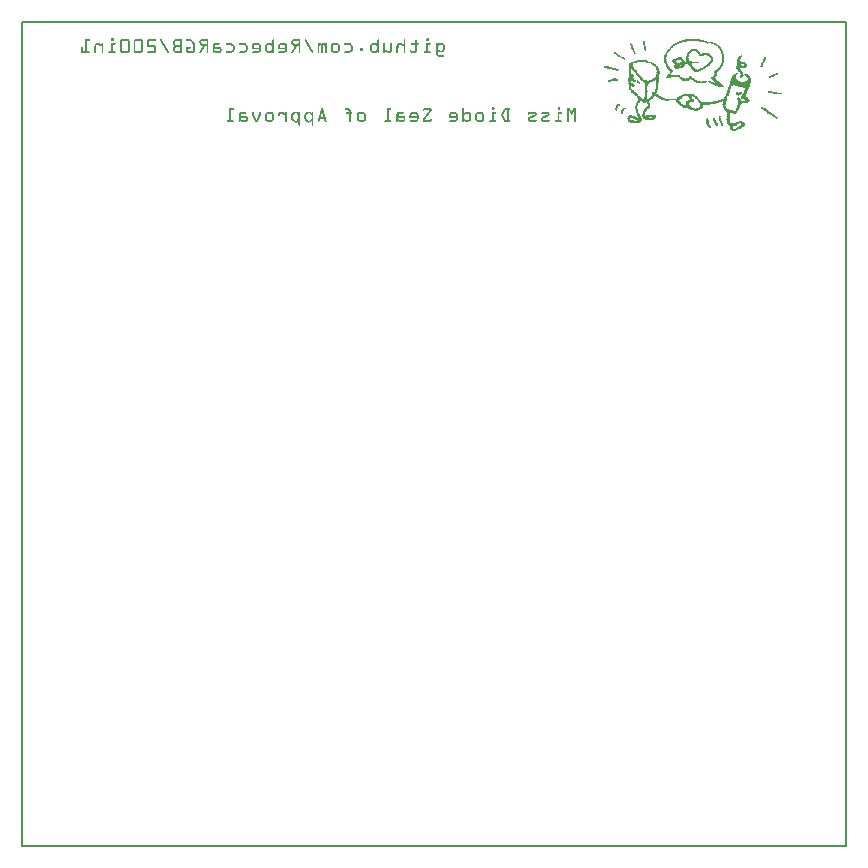
<source format=gbo>
G04 MADE WITH FRITZING*
G04 WWW.FRITZING.ORG*
G04 DOUBLE SIDED*
G04 HOLES PLATED*
G04 CONTOUR ON CENTER OF CONTOUR VECTOR*
%ASAXBY*%
%FSLAX23Y23*%
%MOIN*%
%OFA0B0*%
%SFA1.0B1.0*%
%ADD10R,2.756380X2.755910X2.740380X2.739910*%
%ADD11C,0.008000*%
%ADD12R,0.001000X0.001000*%
%LNSILK0*%
G90*
G70*
G54D11*
X4Y2752D02*
X2752Y2752D01*
X2752Y4D01*
X4Y4D01*
X4Y2752D01*
D02*
G36*
X2081Y2687D02*
X2081Y2680D01*
X2082Y2680D01*
X2082Y2672D01*
X2084Y2672D01*
X2084Y2664D01*
X2086Y2664D01*
X2086Y2656D01*
X2081Y2656D01*
X2081Y2659D01*
X2079Y2659D01*
X2079Y2662D01*
X2077Y2662D01*
X2077Y2675D01*
X2076Y2675D01*
X2076Y2687D01*
X2081Y2687D01*
G37*
D02*
G36*
X2036Y2680D02*
X2036Y2677D01*
X2038Y2677D01*
X2038Y2674D01*
X2040Y2674D01*
X2040Y2670D01*
X2041Y2670D01*
X2041Y2665D01*
X2043Y2665D01*
X2043Y2661D01*
X2045Y2661D01*
X2045Y2657D01*
X2046Y2657D01*
X2046Y2654D01*
X2048Y2654D01*
X2048Y2649D01*
X2050Y2649D01*
X2050Y2646D01*
X2048Y2646D01*
X2048Y2644D01*
X2045Y2644D01*
X2045Y2646D01*
X2043Y2646D01*
X2043Y2651D01*
X2041Y2651D01*
X2041Y2654D01*
X2040Y2654D01*
X2040Y2657D01*
X2038Y2657D01*
X2038Y2661D01*
X2036Y2661D01*
X2036Y2665D01*
X2035Y2665D01*
X2035Y2672D01*
X2033Y2672D01*
X2033Y2675D01*
X2031Y2675D01*
X2031Y2680D01*
X2036Y2680D01*
G37*
D02*
G36*
X1984Y2652D02*
X1984Y2651D01*
X1986Y2651D01*
X1986Y2649D01*
X1987Y2649D01*
X1987Y2646D01*
X1989Y2646D01*
X1989Y2644D01*
X1990Y2644D01*
X1990Y2642D01*
X1995Y2642D01*
X1995Y2641D01*
X1997Y2641D01*
X1997Y2639D01*
X1999Y2639D01*
X1999Y2638D01*
X2002Y2638D01*
X2002Y2636D01*
X2005Y2636D01*
X2005Y2634D01*
X2007Y2634D01*
X2007Y2633D01*
X2010Y2633D01*
X2010Y2631D01*
X2013Y2631D01*
X2013Y2629D01*
X2015Y2629D01*
X2015Y2626D01*
X2010Y2626D01*
X2010Y2628D01*
X2007Y2628D01*
X2007Y2629D01*
X2004Y2629D01*
X2004Y2631D01*
X2002Y2631D01*
X2002Y2633D01*
X1999Y2633D01*
X1999Y2634D01*
X1995Y2634D01*
X1995Y2636D01*
X1992Y2636D01*
X1992Y2639D01*
X1987Y2639D01*
X1987Y2641D01*
X1986Y2641D01*
X1986Y2642D01*
X1984Y2642D01*
X1984Y2644D01*
X1981Y2644D01*
X1981Y2646D01*
X1979Y2646D01*
X1979Y2647D01*
X1977Y2647D01*
X1977Y2652D01*
X1984Y2652D01*
G37*
D02*
G36*
X2246Y2662D02*
X2246Y2661D01*
X2253Y2661D01*
X2253Y2659D01*
X2256Y2659D01*
X2256Y2657D01*
X2258Y2657D01*
X2258Y2654D01*
X2238Y2654D01*
X2238Y2652D01*
X2235Y2652D01*
X2235Y2651D01*
X2233Y2651D01*
X2233Y2649D01*
X2232Y2649D01*
X2232Y2647D01*
X2230Y2647D01*
X2230Y2644D01*
X2228Y2644D01*
X2228Y2641D01*
X2227Y2641D01*
X2227Y2634D01*
X2225Y2634D01*
X2225Y2631D01*
X2227Y2631D01*
X2227Y2623D01*
X2228Y2623D01*
X2228Y2621D01*
X2237Y2621D01*
X2237Y2619D01*
X2218Y2619D01*
X2218Y2638D01*
X2220Y2638D01*
X2220Y2644D01*
X2222Y2644D01*
X2222Y2647D01*
X2223Y2647D01*
X2223Y2651D01*
X2225Y2651D01*
X2225Y2652D01*
X2227Y2652D01*
X2227Y2654D01*
X2228Y2654D01*
X2228Y2656D01*
X2230Y2656D01*
X2230Y2659D01*
X2235Y2659D01*
X2235Y2661D01*
X2240Y2661D01*
X2240Y2662D01*
X2246Y2662D01*
G37*
D02*
G36*
X2260Y2654D02*
X2260Y2652D01*
X2261Y2652D01*
X2261Y2651D01*
X2263Y2651D01*
X2263Y2649D01*
X2264Y2649D01*
X2264Y2646D01*
X2258Y2646D01*
X2258Y2647D01*
X2256Y2647D01*
X2256Y2651D01*
X2255Y2651D01*
X2255Y2652D01*
X2250Y2652D01*
X2250Y2654D01*
X2260Y2654D01*
G37*
D02*
G36*
X2292Y2649D02*
X2292Y2647D01*
X2294Y2647D01*
X2294Y2646D01*
X2271Y2646D01*
X2271Y2647D01*
X2279Y2647D01*
X2279Y2649D01*
X2292Y2649D01*
G37*
D02*
G36*
X2296Y2646D02*
X2296Y2644D01*
X2260Y2644D01*
X2260Y2646D01*
X2296Y2646D01*
G37*
D02*
G36*
X2296Y2646D02*
X2296Y2644D01*
X2260Y2644D01*
X2260Y2646D01*
X2296Y2646D01*
G37*
D02*
G36*
X2297Y2644D02*
X2297Y2642D01*
X2299Y2642D01*
X2299Y2641D01*
X2278Y2641D01*
X2278Y2639D01*
X2269Y2639D01*
X2269Y2638D01*
X2266Y2638D01*
X2266Y2636D01*
X2264Y2636D01*
X2264Y2638D01*
X2263Y2638D01*
X2263Y2639D01*
X2261Y2639D01*
X2261Y2642D01*
X2260Y2642D01*
X2260Y2644D01*
X2297Y2644D01*
G37*
D02*
G36*
X2302Y2641D02*
X2302Y2638D01*
X2305Y2638D01*
X2305Y2634D01*
X2307Y2634D01*
X2307Y2631D01*
X2309Y2631D01*
X2309Y2621D01*
X2307Y2621D01*
X2307Y2618D01*
X2305Y2618D01*
X2305Y2616D01*
X2304Y2616D01*
X2304Y2615D01*
X2302Y2615D01*
X2302Y2611D01*
X2301Y2611D01*
X2301Y2610D01*
X2299Y2610D01*
X2299Y2608D01*
X2297Y2608D01*
X2297Y2606D01*
X2296Y2606D01*
X2296Y2605D01*
X2292Y2605D01*
X2292Y2603D01*
X2291Y2603D01*
X2291Y2601D01*
X2287Y2601D01*
X2287Y2600D01*
X2286Y2600D01*
X2286Y2597D01*
X2282Y2597D01*
X2282Y2595D01*
X2276Y2595D01*
X2276Y2593D01*
X2274Y2593D01*
X2274Y2592D01*
X2258Y2592D01*
X2258Y2593D01*
X2261Y2593D01*
X2261Y2595D01*
X2266Y2595D01*
X2266Y2597D01*
X2269Y2597D01*
X2269Y2598D01*
X2273Y2598D01*
X2273Y2601D01*
X2278Y2601D01*
X2278Y2603D01*
X2281Y2603D01*
X2281Y2605D01*
X2282Y2605D01*
X2282Y2606D01*
X2286Y2606D01*
X2286Y2608D01*
X2287Y2608D01*
X2287Y2610D01*
X2291Y2610D01*
X2291Y2611D01*
X2292Y2611D01*
X2292Y2615D01*
X2294Y2615D01*
X2294Y2616D01*
X2296Y2616D01*
X2296Y2618D01*
X2297Y2618D01*
X2297Y2619D01*
X2299Y2619D01*
X2299Y2621D01*
X2301Y2621D01*
X2301Y2631D01*
X2299Y2631D01*
X2299Y2633D01*
X2297Y2633D01*
X2297Y2634D01*
X2296Y2634D01*
X2296Y2636D01*
X2294Y2636D01*
X2294Y2638D01*
X2291Y2638D01*
X2291Y2639D01*
X2287Y2639D01*
X2287Y2641D01*
X2302Y2641D01*
G37*
D02*
G36*
X2204Y2634D02*
X2204Y2633D01*
X2205Y2633D01*
X2205Y2629D01*
X2207Y2629D01*
X2207Y2628D01*
X2209Y2628D01*
X2209Y2626D01*
X2199Y2626D01*
X2199Y2624D01*
X2191Y2624D01*
X2191Y2623D01*
X2189Y2623D01*
X2189Y2621D01*
X2186Y2621D01*
X2186Y2619D01*
X2187Y2619D01*
X2187Y2616D01*
X2174Y2616D01*
X2174Y2618D01*
X2171Y2618D01*
X2171Y2624D01*
X2173Y2624D01*
X2173Y2628D01*
X2182Y2628D01*
X2182Y2629D01*
X2186Y2629D01*
X2186Y2631D01*
X2191Y2631D01*
X2191Y2633D01*
X2197Y2633D01*
X2197Y2634D01*
X2204Y2634D01*
G37*
D02*
G36*
X2209Y2626D02*
X2209Y2623D01*
X2210Y2623D01*
X2210Y2621D01*
X2215Y2621D01*
X2215Y2619D01*
X2204Y2619D01*
X2204Y2621D01*
X2202Y2621D01*
X2202Y2623D01*
X2200Y2623D01*
X2200Y2626D01*
X2209Y2626D01*
G37*
D02*
G36*
X2260Y2619D02*
X2260Y2618D01*
X2202Y2618D01*
X2202Y2619D01*
X2260Y2619D01*
G37*
D02*
G36*
X2260Y2619D02*
X2260Y2618D01*
X2202Y2618D01*
X2202Y2619D01*
X2260Y2619D01*
G37*
D02*
G36*
X2260Y2618D02*
X2260Y2616D01*
X2197Y2616D01*
X2197Y2618D01*
X2260Y2618D01*
G37*
D02*
G36*
X2258Y2616D02*
X2258Y2615D01*
X2176Y2615D01*
X2176Y2616D01*
X2258Y2616D01*
G37*
D02*
G36*
X2258Y2616D02*
X2258Y2615D01*
X2176Y2615D01*
X2176Y2616D01*
X2258Y2616D01*
G37*
D02*
G36*
X2241Y2615D02*
X2241Y2613D01*
X2237Y2613D01*
X2237Y2611D01*
X2220Y2611D01*
X2220Y2610D01*
X2215Y2610D01*
X2215Y2608D01*
X2199Y2608D01*
X2199Y2606D01*
X2179Y2606D01*
X2179Y2608D01*
X2181Y2608D01*
X2181Y2610D01*
X2177Y2610D01*
X2177Y2611D01*
X2179Y2611D01*
X2179Y2613D01*
X2177Y2613D01*
X2177Y2615D01*
X2241Y2615D01*
G37*
D02*
G36*
X2237Y2611D02*
X2237Y2606D01*
X2238Y2606D01*
X2238Y2605D01*
X2240Y2605D01*
X2240Y2603D01*
X2241Y2603D01*
X2241Y2601D01*
X2243Y2601D01*
X2243Y2598D01*
X2245Y2598D01*
X2245Y2597D01*
X2248Y2597D01*
X2248Y2595D01*
X2250Y2595D01*
X2250Y2593D01*
X2253Y2593D01*
X2253Y2592D01*
X2238Y2592D01*
X2238Y2593D01*
X2237Y2593D01*
X2237Y2595D01*
X2235Y2595D01*
X2235Y2597D01*
X2233Y2597D01*
X2233Y2600D01*
X2232Y2600D01*
X2232Y2601D01*
X2230Y2601D01*
X2230Y2605D01*
X2228Y2605D01*
X2228Y2606D01*
X2227Y2606D01*
X2227Y2608D01*
X2225Y2608D01*
X2225Y2610D01*
X2222Y2610D01*
X2222Y2611D01*
X2237Y2611D01*
G37*
D02*
G36*
X2215Y2608D02*
X2215Y2606D01*
X2200Y2606D01*
X2200Y2608D01*
X2215Y2608D01*
G37*
D02*
G36*
X2214Y2606D02*
X2214Y2605D01*
X2179Y2605D01*
X2179Y2606D01*
X2214Y2606D01*
G37*
D02*
G36*
X2214Y2606D02*
X2214Y2605D01*
X2179Y2605D01*
X2179Y2606D01*
X2214Y2606D01*
G37*
D02*
G36*
X2212Y2605D02*
X2212Y2601D01*
X2210Y2601D01*
X2210Y2600D01*
X2209Y2600D01*
X2209Y2598D01*
X2200Y2598D01*
X2200Y2597D01*
X2196Y2597D01*
X2196Y2595D01*
X2192Y2595D01*
X2192Y2593D01*
X2184Y2593D01*
X2184Y2595D01*
X2181Y2595D01*
X2181Y2597D01*
X2179Y2597D01*
X2179Y2598D01*
X2177Y2598D01*
X2177Y2601D01*
X2179Y2601D01*
X2179Y2605D01*
X2212Y2605D01*
G37*
D02*
G36*
X2271Y2592D02*
X2271Y2590D01*
X2240Y2590D01*
X2240Y2592D01*
X2271Y2592D01*
G37*
D02*
G36*
X2271Y2592D02*
X2271Y2590D01*
X2240Y2590D01*
X2240Y2592D01*
X2271Y2592D01*
G37*
D02*
G36*
X2268Y2590D02*
X2268Y2588D01*
X2263Y2588D01*
X2263Y2587D01*
X2260Y2587D01*
X2260Y2585D01*
X2246Y2585D01*
X2246Y2587D01*
X2243Y2587D01*
X2243Y2588D01*
X2241Y2588D01*
X2241Y2590D01*
X2268Y2590D01*
G37*
D02*
G36*
X2406Y2641D02*
X2406Y2636D01*
X2404Y2636D01*
X2404Y2634D01*
X2402Y2634D01*
X2402Y2633D01*
X2401Y2633D01*
X2401Y2629D01*
X2399Y2629D01*
X2399Y2628D01*
X2397Y2628D01*
X2397Y2621D01*
X2401Y2621D01*
X2401Y2619D01*
X2412Y2619D01*
X2412Y2618D01*
X2415Y2618D01*
X2415Y2616D01*
X2417Y2616D01*
X2417Y2615D01*
X2419Y2615D01*
X2419Y2611D01*
X2402Y2611D01*
X2402Y2608D01*
X2404Y2608D01*
X2404Y2606D01*
X2387Y2606D01*
X2387Y2618D01*
X2389Y2618D01*
X2389Y2628D01*
X2391Y2628D01*
X2391Y2631D01*
X2392Y2631D01*
X2392Y2634D01*
X2394Y2634D01*
X2394Y2636D01*
X2396Y2636D01*
X2396Y2638D01*
X2397Y2638D01*
X2397Y2639D01*
X2401Y2639D01*
X2401Y2641D01*
X2406Y2641D01*
G37*
D02*
G36*
X2420Y2611D02*
X2420Y2610D01*
X2422Y2610D01*
X2422Y2606D01*
X2410Y2606D01*
X2410Y2608D01*
X2412Y2608D01*
X2412Y2611D01*
X2420Y2611D01*
G37*
D02*
G36*
X2420Y2606D02*
X2420Y2605D01*
X2387Y2605D01*
X2387Y2606D01*
X2420Y2606D01*
G37*
D02*
G36*
X2420Y2606D02*
X2420Y2605D01*
X2387Y2605D01*
X2387Y2606D01*
X2420Y2606D01*
G37*
D02*
G36*
X2420Y2605D02*
X2420Y2600D01*
X2419Y2600D01*
X2419Y2598D01*
X2397Y2598D01*
X2397Y2597D01*
X2386Y2597D01*
X2386Y2605D01*
X2420Y2605D01*
G37*
D02*
G36*
X2417Y2598D02*
X2417Y2597D01*
X2404Y2597D01*
X2404Y2598D01*
X2417Y2598D01*
G37*
D02*
G36*
X2402Y2598D02*
X2402Y2597D01*
X2399Y2597D01*
X2399Y2598D01*
X2402Y2598D01*
G37*
D02*
G36*
X2399Y2597D02*
X2399Y2593D01*
X2401Y2593D01*
X2401Y2592D01*
X2402Y2592D01*
X2402Y2588D01*
X2404Y2588D01*
X2404Y2585D01*
X2407Y2585D01*
X2407Y2583D01*
X2409Y2583D01*
X2409Y2574D01*
X2410Y2574D01*
X2410Y2572D01*
X2409Y2572D01*
X2409Y2570D01*
X2407Y2570D01*
X2407Y2567D01*
X2406Y2567D01*
X2406Y2565D01*
X2399Y2565D01*
X2399Y2574D01*
X2401Y2574D01*
X2401Y2578D01*
X2399Y2578D01*
X2399Y2582D01*
X2397Y2582D01*
X2397Y2583D01*
X2396Y2583D01*
X2396Y2585D01*
X2392Y2585D01*
X2392Y2588D01*
X2391Y2588D01*
X2391Y2590D01*
X2389Y2590D01*
X2389Y2593D01*
X2387Y2593D01*
X2387Y2595D01*
X2386Y2595D01*
X2386Y2597D01*
X2399Y2597D01*
G37*
D02*
G36*
X2486Y2636D02*
X2486Y2631D01*
X2484Y2631D01*
X2484Y2626D01*
X2483Y2626D01*
X2483Y2623D01*
X2481Y2623D01*
X2481Y2619D01*
X2479Y2619D01*
X2479Y2618D01*
X2478Y2618D01*
X2478Y2615D01*
X2476Y2615D01*
X2476Y2608D01*
X2474Y2608D01*
X2474Y2606D01*
X2473Y2606D01*
X2473Y2601D01*
X2466Y2601D01*
X2466Y2606D01*
X2468Y2606D01*
X2468Y2610D01*
X2469Y2610D01*
X2469Y2615D01*
X2471Y2615D01*
X2471Y2618D01*
X2473Y2618D01*
X2473Y2619D01*
X2474Y2619D01*
X2474Y2624D01*
X2476Y2624D01*
X2476Y2629D01*
X2478Y2629D01*
X2478Y2633D01*
X2479Y2633D01*
X2479Y2634D01*
X2481Y2634D01*
X2481Y2636D01*
X2486Y2636D01*
G37*
D02*
G36*
X1954Y2605D02*
X1954Y2603D01*
X1961Y2603D01*
X1961Y2601D01*
X1964Y2601D01*
X1964Y2600D01*
X1971Y2600D01*
X1971Y2598D01*
X1977Y2598D01*
X1977Y2597D01*
X1986Y2597D01*
X1986Y2595D01*
X1990Y2595D01*
X1990Y2593D01*
X1994Y2593D01*
X1994Y2590D01*
X1992Y2590D01*
X1992Y2588D01*
X1984Y2588D01*
X1984Y2590D01*
X1976Y2590D01*
X1976Y2592D01*
X1971Y2592D01*
X1971Y2593D01*
X1959Y2593D01*
X1959Y2595D01*
X1956Y2595D01*
X1956Y2597D01*
X1949Y2597D01*
X1949Y2598D01*
X1946Y2598D01*
X1946Y2600D01*
X1945Y2600D01*
X1945Y2603D01*
X1946Y2603D01*
X1946Y2605D01*
X1954Y2605D01*
G37*
D02*
G36*
X2524Y2580D02*
X2524Y2578D01*
X2525Y2578D01*
X2525Y2577D01*
X2524Y2577D01*
X2524Y2575D01*
X2519Y2575D01*
X2519Y2574D01*
X2515Y2574D01*
X2515Y2572D01*
X2514Y2572D01*
X2514Y2570D01*
X2510Y2570D01*
X2510Y2569D01*
X2506Y2569D01*
X2506Y2567D01*
X2501Y2567D01*
X2501Y2565D01*
X2496Y2565D01*
X2496Y2570D01*
X2499Y2570D01*
X2499Y2572D01*
X2502Y2572D01*
X2502Y2574D01*
X2506Y2574D01*
X2506Y2575D01*
X2509Y2575D01*
X2509Y2577D01*
X2515Y2577D01*
X2515Y2578D01*
X2519Y2578D01*
X2519Y2580D01*
X2524Y2580D01*
G37*
D02*
G36*
X1984Y2564D02*
X1984Y2562D01*
X1990Y2562D01*
X1990Y2559D01*
X1992Y2559D01*
X1992Y2557D01*
X1990Y2557D01*
X1990Y2556D01*
X1972Y2556D01*
X1972Y2554D01*
X1968Y2554D01*
X1968Y2552D01*
X1958Y2552D01*
X1958Y2557D01*
X1959Y2557D01*
X1959Y2559D01*
X1968Y2559D01*
X1968Y2560D01*
X1969Y2560D01*
X1969Y2562D01*
X1976Y2562D01*
X1976Y2564D01*
X1984Y2564D01*
G37*
D02*
G36*
X2241Y2695D02*
X2241Y2693D01*
X2263Y2693D01*
X2263Y2692D01*
X2271Y2692D01*
X2271Y2690D01*
X2278Y2690D01*
X2278Y2688D01*
X2225Y2688D01*
X2225Y2687D01*
X2220Y2687D01*
X2220Y2685D01*
X2210Y2685D01*
X2210Y2683D01*
X2204Y2683D01*
X2204Y2682D01*
X2199Y2682D01*
X2199Y2680D01*
X2196Y2680D01*
X2196Y2679D01*
X2192Y2679D01*
X2192Y2677D01*
X2189Y2677D01*
X2189Y2675D01*
X2184Y2675D01*
X2184Y2674D01*
X2181Y2674D01*
X2181Y2672D01*
X2179Y2672D01*
X2179Y2670D01*
X2176Y2670D01*
X2176Y2669D01*
X2174Y2669D01*
X2174Y2667D01*
X2173Y2667D01*
X2173Y2665D01*
X2171Y2665D01*
X2171Y2664D01*
X2169Y2664D01*
X2169Y2661D01*
X2168Y2661D01*
X2168Y2659D01*
X2164Y2659D01*
X2164Y2656D01*
X2163Y2656D01*
X2163Y2654D01*
X2161Y2654D01*
X2161Y2652D01*
X2159Y2652D01*
X2159Y2649D01*
X2158Y2649D01*
X2158Y2647D01*
X2156Y2647D01*
X2156Y2646D01*
X2155Y2646D01*
X2155Y2641D01*
X2153Y2641D01*
X2153Y2633D01*
X2151Y2633D01*
X2151Y2628D01*
X2153Y2628D01*
X2153Y2624D01*
X2151Y2624D01*
X2151Y2621D01*
X2153Y2621D01*
X2153Y2616D01*
X2155Y2616D01*
X2155Y2613D01*
X2156Y2613D01*
X2156Y2610D01*
X2158Y2610D01*
X2158Y2606D01*
X2159Y2606D01*
X2159Y2605D01*
X2161Y2605D01*
X2161Y2601D01*
X2163Y2601D01*
X2163Y2598D01*
X2164Y2598D01*
X2164Y2597D01*
X2166Y2597D01*
X2166Y2595D01*
X2168Y2595D01*
X2168Y2593D01*
X2171Y2593D01*
X2171Y2592D01*
X2173Y2592D01*
X2173Y2583D01*
X2171Y2583D01*
X2171Y2580D01*
X2169Y2580D01*
X2169Y2577D01*
X2168Y2577D01*
X2168Y2575D01*
X2169Y2575D01*
X2169Y2574D01*
X2158Y2574D01*
X2158Y2575D01*
X2159Y2575D01*
X2159Y2577D01*
X2161Y2577D01*
X2161Y2578D01*
X2163Y2578D01*
X2163Y2583D01*
X2164Y2583D01*
X2164Y2587D01*
X2163Y2587D01*
X2163Y2588D01*
X2161Y2588D01*
X2161Y2590D01*
X2159Y2590D01*
X2159Y2593D01*
X2156Y2593D01*
X2156Y2595D01*
X2155Y2595D01*
X2155Y2600D01*
X2153Y2600D01*
X2153Y2601D01*
X2151Y2601D01*
X2151Y2606D01*
X2150Y2606D01*
X2150Y2610D01*
X2148Y2610D01*
X2148Y2613D01*
X2146Y2613D01*
X2146Y2624D01*
X2145Y2624D01*
X2145Y2633D01*
X2146Y2633D01*
X2146Y2642D01*
X2148Y2642D01*
X2148Y2646D01*
X2150Y2646D01*
X2150Y2649D01*
X2151Y2649D01*
X2151Y2652D01*
X2153Y2652D01*
X2153Y2654D01*
X2155Y2654D01*
X2155Y2656D01*
X2156Y2656D01*
X2156Y2657D01*
X2158Y2657D01*
X2158Y2659D01*
X2159Y2659D01*
X2159Y2661D01*
X2161Y2661D01*
X2161Y2662D01*
X2163Y2662D01*
X2163Y2664D01*
X2164Y2664D01*
X2164Y2667D01*
X2166Y2667D01*
X2166Y2669D01*
X2168Y2669D01*
X2168Y2670D01*
X2169Y2670D01*
X2169Y2672D01*
X2171Y2672D01*
X2171Y2674D01*
X2173Y2674D01*
X2173Y2675D01*
X2174Y2675D01*
X2174Y2677D01*
X2177Y2677D01*
X2177Y2679D01*
X2181Y2679D01*
X2181Y2680D01*
X2184Y2680D01*
X2184Y2682D01*
X2187Y2682D01*
X2187Y2683D01*
X2191Y2683D01*
X2191Y2685D01*
X2194Y2685D01*
X2194Y2687D01*
X2200Y2687D01*
X2200Y2688D01*
X2204Y2688D01*
X2204Y2690D01*
X2209Y2690D01*
X2209Y2692D01*
X2215Y2692D01*
X2215Y2693D01*
X2240Y2693D01*
X2240Y2695D01*
X2241Y2695D01*
G37*
D02*
G36*
X2282Y2688D02*
X2282Y2687D01*
X2287Y2687D01*
X2287Y2685D01*
X2299Y2685D01*
X2299Y2683D01*
X2307Y2683D01*
X2307Y2682D01*
X2312Y2682D01*
X2312Y2680D01*
X2291Y2680D01*
X2291Y2679D01*
X2287Y2679D01*
X2287Y2680D01*
X2284Y2680D01*
X2284Y2682D01*
X2281Y2682D01*
X2281Y2683D01*
X2273Y2683D01*
X2273Y2685D01*
X2261Y2685D01*
X2261Y2687D01*
X2250Y2687D01*
X2250Y2688D01*
X2282Y2688D01*
G37*
D02*
G36*
X2317Y2680D02*
X2317Y2679D01*
X2320Y2679D01*
X2320Y2677D01*
X2322Y2677D01*
X2322Y2675D01*
X2325Y2675D01*
X2325Y2674D01*
X2327Y2674D01*
X2327Y2672D01*
X2328Y2672D01*
X2328Y2670D01*
X2330Y2670D01*
X2330Y2669D01*
X2332Y2669D01*
X2332Y2667D01*
X2333Y2667D01*
X2333Y2665D01*
X2335Y2665D01*
X2335Y2662D01*
X2337Y2662D01*
X2337Y2659D01*
X2338Y2659D01*
X2338Y2656D01*
X2340Y2656D01*
X2340Y2652D01*
X2342Y2652D01*
X2342Y2646D01*
X2343Y2646D01*
X2343Y2641D01*
X2345Y2641D01*
X2345Y2633D01*
X2346Y2633D01*
X2346Y2624D01*
X2345Y2624D01*
X2345Y2615D01*
X2343Y2615D01*
X2343Y2613D01*
X2342Y2613D01*
X2342Y2608D01*
X2340Y2608D01*
X2340Y2603D01*
X2338Y2603D01*
X2338Y2601D01*
X2337Y2601D01*
X2337Y2600D01*
X2335Y2600D01*
X2335Y2597D01*
X2333Y2597D01*
X2333Y2593D01*
X2332Y2593D01*
X2332Y2592D01*
X2330Y2592D01*
X2330Y2590D01*
X2328Y2590D01*
X2328Y2588D01*
X2325Y2588D01*
X2325Y2587D01*
X2323Y2587D01*
X2323Y2585D01*
X2322Y2585D01*
X2322Y2577D01*
X2320Y2577D01*
X2320Y2570D01*
X2319Y2570D01*
X2319Y2569D01*
X2317Y2569D01*
X2317Y2567D01*
X2315Y2567D01*
X2315Y2565D01*
X2317Y2565D01*
X2317Y2559D01*
X2319Y2559D01*
X2319Y2557D01*
X2305Y2557D01*
X2305Y2556D01*
X2304Y2556D01*
X2304Y2560D01*
X2302Y2560D01*
X2302Y2562D01*
X2301Y2562D01*
X2301Y2567D01*
X2304Y2567D01*
X2304Y2569D01*
X2307Y2569D01*
X2307Y2570D01*
X2309Y2570D01*
X2309Y2572D01*
X2310Y2572D01*
X2310Y2574D01*
X2312Y2574D01*
X2312Y2577D01*
X2314Y2577D01*
X2314Y2582D01*
X2312Y2582D01*
X2312Y2587D01*
X2314Y2587D01*
X2314Y2588D01*
X2315Y2588D01*
X2315Y2590D01*
X2319Y2590D01*
X2319Y2592D01*
X2320Y2592D01*
X2320Y2593D01*
X2322Y2593D01*
X2322Y2595D01*
X2323Y2595D01*
X2323Y2597D01*
X2327Y2597D01*
X2327Y2600D01*
X2328Y2600D01*
X2328Y2601D01*
X2330Y2601D01*
X2330Y2605D01*
X2332Y2605D01*
X2332Y2608D01*
X2333Y2608D01*
X2333Y2610D01*
X2335Y2610D01*
X2335Y2615D01*
X2337Y2615D01*
X2337Y2618D01*
X2338Y2618D01*
X2338Y2641D01*
X2337Y2641D01*
X2337Y2646D01*
X2335Y2646D01*
X2335Y2651D01*
X2333Y2651D01*
X2333Y2656D01*
X2332Y2656D01*
X2332Y2659D01*
X2330Y2659D01*
X2330Y2661D01*
X2328Y2661D01*
X2328Y2664D01*
X2327Y2664D01*
X2327Y2665D01*
X2325Y2665D01*
X2325Y2669D01*
X2323Y2669D01*
X2323Y2670D01*
X2320Y2670D01*
X2320Y2672D01*
X2317Y2672D01*
X2317Y2674D01*
X2315Y2674D01*
X2315Y2675D01*
X2310Y2675D01*
X2310Y2677D01*
X2309Y2677D01*
X2309Y2679D01*
X2301Y2679D01*
X2301Y2680D01*
X2317Y2680D01*
G37*
D02*
G36*
X2196Y2575D02*
X2196Y2574D01*
X2186Y2574D01*
X2186Y2575D01*
X2196Y2575D01*
G37*
D02*
G36*
X2184Y2575D02*
X2184Y2574D01*
X2177Y2574D01*
X2177Y2575D01*
X2184Y2575D01*
G37*
D02*
G36*
X2197Y2574D02*
X2197Y2572D01*
X2156Y2572D01*
X2156Y2574D01*
X2197Y2574D01*
G37*
D02*
G36*
X2197Y2574D02*
X2197Y2572D01*
X2156Y2572D01*
X2156Y2574D01*
X2197Y2574D01*
G37*
D02*
G36*
X2197Y2574D02*
X2197Y2572D01*
X2156Y2572D01*
X2156Y2574D01*
X2197Y2574D01*
G37*
D02*
G36*
X2197Y2572D02*
X2197Y2570D01*
X2199Y2570D01*
X2199Y2569D01*
X2174Y2569D01*
X2174Y2567D01*
X2168Y2567D01*
X2168Y2565D01*
X2161Y2565D01*
X2161Y2564D01*
X2153Y2564D01*
X2153Y2565D01*
X2150Y2565D01*
X2150Y2567D01*
X2151Y2567D01*
X2151Y2569D01*
X2153Y2569D01*
X2153Y2570D01*
X2155Y2570D01*
X2155Y2572D01*
X2197Y2572D01*
G37*
D02*
G36*
X2233Y2570D02*
X2233Y2569D01*
X2237Y2569D01*
X2237Y2567D01*
X2238Y2567D01*
X2238Y2565D01*
X2241Y2565D01*
X2241Y2564D01*
X2243Y2564D01*
X2243Y2562D01*
X2218Y2562D01*
X2218Y2564D01*
X2225Y2564D01*
X2225Y2565D01*
X2227Y2565D01*
X2227Y2569D01*
X2228Y2569D01*
X2228Y2570D01*
X2233Y2570D01*
G37*
D02*
G36*
X2202Y2569D02*
X2202Y2567D01*
X2205Y2567D01*
X2205Y2565D01*
X2209Y2565D01*
X2209Y2564D01*
X2214Y2564D01*
X2214Y2562D01*
X2197Y2562D01*
X2197Y2564D01*
X2196Y2564D01*
X2196Y2565D01*
X2194Y2565D01*
X2194Y2567D01*
X2182Y2567D01*
X2182Y2569D01*
X2202Y2569D01*
G37*
D02*
G36*
X2246Y2562D02*
X2246Y2560D01*
X2199Y2560D01*
X2199Y2562D01*
X2246Y2562D01*
G37*
D02*
G36*
X2246Y2562D02*
X2246Y2560D01*
X2199Y2560D01*
X2199Y2562D01*
X2246Y2562D01*
G37*
D02*
G36*
X2248Y2560D02*
X2248Y2559D01*
X2250Y2559D01*
X2250Y2557D01*
X2253Y2557D01*
X2253Y2556D01*
X2256Y2556D01*
X2256Y2554D01*
X2269Y2554D01*
X2269Y2552D01*
X2245Y2552D01*
X2245Y2554D01*
X2241Y2554D01*
X2241Y2556D01*
X2240Y2556D01*
X2240Y2557D01*
X2237Y2557D01*
X2237Y2559D01*
X2235Y2559D01*
X2235Y2560D01*
X2248Y2560D01*
G37*
D02*
G36*
X2232Y2560D02*
X2232Y2559D01*
X2230Y2559D01*
X2230Y2557D01*
X2227Y2557D01*
X2227Y2556D01*
X2217Y2556D01*
X2217Y2554D01*
X2212Y2554D01*
X2212Y2556D01*
X2205Y2556D01*
X2205Y2557D01*
X2202Y2557D01*
X2202Y2559D01*
X2200Y2559D01*
X2200Y2560D01*
X2232Y2560D01*
G37*
D02*
G36*
X2320Y2557D02*
X2320Y2556D01*
X2323Y2556D01*
X2323Y2554D01*
X2327Y2554D01*
X2327Y2552D01*
X2328Y2552D01*
X2328Y2551D01*
X2330Y2551D01*
X2330Y2549D01*
X2314Y2549D01*
X2314Y2551D01*
X2312Y2551D01*
X2312Y2552D01*
X2310Y2552D01*
X2310Y2554D01*
X2309Y2554D01*
X2309Y2556D01*
X2307Y2556D01*
X2307Y2557D01*
X2320Y2557D01*
G37*
D02*
G36*
X2299Y2556D02*
X2299Y2554D01*
X2302Y2554D01*
X2302Y2552D01*
X2307Y2552D01*
X2307Y2551D01*
X2292Y2551D01*
X2292Y2554D01*
X2294Y2554D01*
X2294Y2556D01*
X2299Y2556D01*
G37*
D02*
G36*
X2287Y2556D02*
X2287Y2554D01*
X2289Y2554D01*
X2289Y2552D01*
X2271Y2552D01*
X2271Y2554D01*
X2284Y2554D01*
X2284Y2556D01*
X2287Y2556D01*
G37*
D02*
G36*
X2287Y2552D02*
X2287Y2551D01*
X2246Y2551D01*
X2246Y2552D01*
X2287Y2552D01*
G37*
D02*
G36*
X2287Y2552D02*
X2287Y2551D01*
X2246Y2551D01*
X2246Y2552D01*
X2287Y2552D01*
G37*
D02*
G36*
X2312Y2551D02*
X2312Y2549D01*
X2294Y2549D01*
X2294Y2551D01*
X2312Y2551D01*
G37*
D02*
G36*
X2284Y2551D02*
X2284Y2549D01*
X2279Y2549D01*
X2279Y2547D01*
X2255Y2547D01*
X2255Y2549D01*
X2250Y2549D01*
X2250Y2551D01*
X2284Y2551D01*
G37*
D02*
G36*
X2332Y2549D02*
X2332Y2547D01*
X2296Y2547D01*
X2296Y2549D01*
X2332Y2549D01*
G37*
D02*
G36*
X2332Y2549D02*
X2332Y2547D01*
X2296Y2547D01*
X2296Y2549D01*
X2332Y2549D01*
G37*
D02*
G36*
X2335Y2547D02*
X2335Y2544D01*
X2338Y2544D01*
X2338Y2542D01*
X2340Y2542D01*
X2340Y2541D01*
X2342Y2541D01*
X2342Y2537D01*
X2343Y2537D01*
X2343Y2534D01*
X2342Y2534D01*
X2342Y2533D01*
X2333Y2533D01*
X2333Y2534D01*
X2327Y2534D01*
X2327Y2536D01*
X2323Y2536D01*
X2323Y2537D01*
X2320Y2537D01*
X2320Y2539D01*
X2315Y2539D01*
X2315Y2541D01*
X2312Y2541D01*
X2312Y2542D01*
X2307Y2542D01*
X2307Y2544D01*
X2304Y2544D01*
X2304Y2546D01*
X2301Y2546D01*
X2301Y2547D01*
X2335Y2547D01*
G37*
D02*
G36*
X2504Y2521D02*
X2504Y2519D01*
X2512Y2519D01*
X2512Y2518D01*
X2522Y2518D01*
X2522Y2516D01*
X2527Y2516D01*
X2527Y2515D01*
X2532Y2515D01*
X2532Y2513D01*
X2537Y2513D01*
X2537Y2511D01*
X2527Y2511D01*
X2527Y2510D01*
X2524Y2510D01*
X2524Y2511D01*
X2507Y2511D01*
X2507Y2513D01*
X2492Y2513D01*
X2492Y2515D01*
X2491Y2515D01*
X2491Y2519D01*
X2492Y2519D01*
X2492Y2521D01*
X2504Y2521D01*
G37*
D02*
G36*
X2540Y2511D02*
X2540Y2510D01*
X2530Y2510D01*
X2530Y2511D01*
X2540Y2511D01*
G37*
D02*
G36*
X2402Y2519D02*
X2402Y2518D01*
X2404Y2518D01*
X2404Y2515D01*
X2394Y2515D01*
X2394Y2516D01*
X2396Y2516D01*
X2396Y2518D01*
X2399Y2518D01*
X2399Y2519D01*
X2402Y2519D01*
G37*
D02*
G36*
X2389Y2519D02*
X2389Y2518D01*
X2391Y2518D01*
X2391Y2516D01*
X2392Y2516D01*
X2392Y2515D01*
X2383Y2515D01*
X2383Y2519D01*
X2389Y2519D01*
G37*
D02*
G36*
X2404Y2515D02*
X2404Y2513D01*
X2383Y2513D01*
X2383Y2515D01*
X2404Y2515D01*
G37*
D02*
G36*
X2404Y2515D02*
X2404Y2513D01*
X2383Y2513D01*
X2383Y2515D01*
X2404Y2515D01*
G37*
D02*
G36*
X2404Y2513D02*
X2404Y2511D01*
X2402Y2511D01*
X2402Y2510D01*
X2401Y2510D01*
X2401Y2508D01*
X2394Y2508D01*
X2394Y2506D01*
X2391Y2506D01*
X2391Y2508D01*
X2386Y2508D01*
X2386Y2510D01*
X2384Y2510D01*
X2384Y2511D01*
X2383Y2511D01*
X2383Y2513D01*
X2404Y2513D01*
G37*
D02*
G36*
X2260Y2482D02*
X2260Y2480D01*
X2258Y2480D01*
X2258Y2482D01*
X2260Y2482D01*
G37*
D02*
G36*
X1994Y2478D02*
X1994Y2477D01*
X1997Y2477D01*
X1997Y2472D01*
X1994Y2472D01*
X1994Y2470D01*
X1992Y2470D01*
X1992Y2469D01*
X1990Y2469D01*
X1990Y2464D01*
X1989Y2464D01*
X1989Y2455D01*
X1987Y2455D01*
X1987Y2454D01*
X1984Y2454D01*
X1984Y2457D01*
X1982Y2457D01*
X1982Y2465D01*
X1984Y2465D01*
X1984Y2472D01*
X1986Y2472D01*
X1986Y2473D01*
X1987Y2473D01*
X1987Y2475D01*
X1989Y2475D01*
X1989Y2477D01*
X1992Y2477D01*
X1992Y2478D01*
X1994Y2478D01*
G37*
D02*
G36*
X2474Y2467D02*
X2474Y2465D01*
X2479Y2465D01*
X2479Y2464D01*
X2483Y2464D01*
X2483Y2462D01*
X2486Y2462D01*
X2486Y2460D01*
X2489Y2460D01*
X2489Y2459D01*
X2491Y2459D01*
X2491Y2457D01*
X2492Y2457D01*
X2492Y2455D01*
X2494Y2455D01*
X2494Y2454D01*
X2496Y2454D01*
X2496Y2452D01*
X2499Y2452D01*
X2499Y2451D01*
X2502Y2451D01*
X2502Y2449D01*
X2504Y2449D01*
X2504Y2447D01*
X2506Y2447D01*
X2506Y2446D01*
X2507Y2446D01*
X2507Y2444D01*
X2512Y2444D01*
X2512Y2442D01*
X2514Y2442D01*
X2514Y2441D01*
X2515Y2441D01*
X2515Y2439D01*
X2517Y2439D01*
X2517Y2437D01*
X2519Y2437D01*
X2519Y2436D01*
X2522Y2436D01*
X2522Y2434D01*
X2524Y2434D01*
X2524Y2431D01*
X2522Y2431D01*
X2522Y2429D01*
X2519Y2429D01*
X2519Y2431D01*
X2515Y2431D01*
X2515Y2432D01*
X2514Y2432D01*
X2514Y2434D01*
X2510Y2434D01*
X2510Y2436D01*
X2509Y2436D01*
X2509Y2437D01*
X2506Y2437D01*
X2506Y2439D01*
X2504Y2439D01*
X2504Y2441D01*
X2499Y2441D01*
X2499Y2442D01*
X2497Y2442D01*
X2497Y2444D01*
X2494Y2444D01*
X2494Y2446D01*
X2489Y2446D01*
X2489Y2449D01*
X2488Y2449D01*
X2488Y2451D01*
X2484Y2451D01*
X2484Y2452D01*
X2483Y2452D01*
X2483Y2454D01*
X2479Y2454D01*
X2479Y2455D01*
X2478Y2455D01*
X2478Y2457D01*
X2476Y2457D01*
X2476Y2459D01*
X2473Y2459D01*
X2473Y2460D01*
X2471Y2460D01*
X2471Y2462D01*
X2468Y2462D01*
X2468Y2465D01*
X2469Y2465D01*
X2469Y2467D01*
X2474Y2467D01*
G37*
D02*
G36*
X2017Y2465D02*
X2017Y2462D01*
X2015Y2462D01*
X2015Y2460D01*
X2012Y2460D01*
X2012Y2457D01*
X2010Y2457D01*
X2010Y2455D01*
X2009Y2455D01*
X2009Y2444D01*
X2005Y2444D01*
X2005Y2442D01*
X2004Y2442D01*
X2004Y2446D01*
X2002Y2446D01*
X2002Y2457D01*
X2004Y2457D01*
X2004Y2460D01*
X2005Y2460D01*
X2005Y2462D01*
X2007Y2462D01*
X2007Y2464D01*
X2010Y2464D01*
X2010Y2465D01*
X2017Y2465D01*
G37*
D02*
G36*
X2332Y2441D02*
X2332Y2439D01*
X2333Y2439D01*
X2333Y2434D01*
X2332Y2434D01*
X2332Y2432D01*
X2333Y2432D01*
X2333Y2426D01*
X2335Y2426D01*
X2335Y2421D01*
X2337Y2421D01*
X2337Y2416D01*
X2338Y2416D01*
X2338Y2413D01*
X2340Y2413D01*
X2340Y2405D01*
X2338Y2405D01*
X2338Y2406D01*
X2335Y2406D01*
X2335Y2411D01*
X2333Y2411D01*
X2333Y2413D01*
X2332Y2413D01*
X2332Y2418D01*
X2330Y2418D01*
X2330Y2421D01*
X2328Y2421D01*
X2328Y2426D01*
X2327Y2426D01*
X2327Y2428D01*
X2328Y2428D01*
X2328Y2429D01*
X2327Y2429D01*
X2327Y2436D01*
X2328Y2436D01*
X2328Y2439D01*
X2330Y2439D01*
X2330Y2441D01*
X2332Y2441D01*
G37*
D02*
G36*
X2312Y2434D02*
X2312Y2432D01*
X2314Y2432D01*
X2314Y2428D01*
X2315Y2428D01*
X2315Y2426D01*
X2317Y2426D01*
X2317Y2419D01*
X2319Y2419D01*
X2319Y2418D01*
X2320Y2418D01*
X2320Y2416D01*
X2322Y2416D01*
X2322Y2413D01*
X2323Y2413D01*
X2323Y2410D01*
X2325Y2410D01*
X2325Y2405D01*
X2319Y2405D01*
X2319Y2406D01*
X2317Y2406D01*
X2317Y2408D01*
X2315Y2408D01*
X2315Y2410D01*
X2314Y2410D01*
X2314Y2414D01*
X2312Y2414D01*
X2312Y2418D01*
X2310Y2418D01*
X2310Y2421D01*
X2307Y2421D01*
X2307Y2428D01*
X2309Y2428D01*
X2309Y2432D01*
X2310Y2432D01*
X2310Y2434D01*
X2312Y2434D01*
G37*
D02*
G36*
X2291Y2431D02*
X2291Y2428D01*
X2292Y2428D01*
X2292Y2423D01*
X2294Y2423D01*
X2294Y2410D01*
X2296Y2410D01*
X2296Y2408D01*
X2297Y2408D01*
X2297Y2406D01*
X2299Y2406D01*
X2299Y2403D01*
X2301Y2403D01*
X2301Y2398D01*
X2294Y2398D01*
X2294Y2400D01*
X2292Y2400D01*
X2292Y2401D01*
X2291Y2401D01*
X2291Y2405D01*
X2287Y2405D01*
X2287Y2410D01*
X2286Y2410D01*
X2286Y2421D01*
X2284Y2421D01*
X2284Y2423D01*
X2286Y2423D01*
X2286Y2428D01*
X2284Y2428D01*
X2284Y2429D01*
X2287Y2429D01*
X2287Y2431D01*
X2291Y2431D01*
G37*
D02*
G36*
X2076Y2624D02*
X2076Y2623D01*
X2087Y2623D01*
X2087Y2621D01*
X2092Y2621D01*
X2092Y2619D01*
X2097Y2619D01*
X2097Y2618D01*
X2054Y2618D01*
X2054Y2616D01*
X2050Y2616D01*
X2050Y2615D01*
X2045Y2615D01*
X2045Y2613D01*
X2041Y2613D01*
X2041Y2611D01*
X2040Y2611D01*
X2040Y2606D01*
X2041Y2606D01*
X2041Y2601D01*
X2043Y2601D01*
X2043Y2600D01*
X2045Y2600D01*
X2045Y2597D01*
X2046Y2597D01*
X2046Y2595D01*
X2048Y2595D01*
X2048Y2593D01*
X2036Y2593D01*
X2036Y2590D01*
X2035Y2590D01*
X2035Y2578D01*
X2040Y2578D01*
X2040Y2577D01*
X2041Y2577D01*
X2041Y2575D01*
X2043Y2575D01*
X2043Y2570D01*
X2045Y2570D01*
X2045Y2567D01*
X2041Y2567D01*
X2041Y2564D01*
X2043Y2564D01*
X2043Y2562D01*
X2045Y2562D01*
X2045Y2559D01*
X2033Y2559D01*
X2033Y2557D01*
X2025Y2557D01*
X2025Y2565D01*
X2027Y2565D01*
X2027Y2583D01*
X2028Y2583D01*
X2028Y2615D01*
X2030Y2615D01*
X2030Y2616D01*
X2035Y2616D01*
X2035Y2618D01*
X2040Y2618D01*
X2040Y2619D01*
X2045Y2619D01*
X2045Y2621D01*
X2054Y2621D01*
X2054Y2623D01*
X2063Y2623D01*
X2063Y2624D01*
X2076Y2624D01*
G37*
D02*
G36*
X2104Y2618D02*
X2104Y2616D01*
X2107Y2616D01*
X2107Y2615D01*
X2110Y2615D01*
X2110Y2613D01*
X2112Y2613D01*
X2112Y2611D01*
X2114Y2611D01*
X2114Y2610D01*
X2117Y2610D01*
X2117Y2606D01*
X2120Y2606D01*
X2120Y2605D01*
X2122Y2605D01*
X2122Y2603D01*
X2123Y2603D01*
X2123Y2600D01*
X2125Y2600D01*
X2125Y2597D01*
X2127Y2597D01*
X2127Y2593D01*
X2128Y2593D01*
X2128Y2587D01*
X2130Y2587D01*
X2130Y2582D01*
X2128Y2582D01*
X2128Y2580D01*
X2130Y2580D01*
X2130Y2577D01*
X2128Y2577D01*
X2128Y2569D01*
X2127Y2569D01*
X2127Y2559D01*
X2117Y2559D01*
X2117Y2557D01*
X2114Y2557D01*
X2114Y2556D01*
X2094Y2556D01*
X2094Y2557D01*
X2097Y2557D01*
X2097Y2559D01*
X2104Y2559D01*
X2104Y2560D01*
X2107Y2560D01*
X2107Y2562D01*
X2109Y2562D01*
X2109Y2564D01*
X2110Y2564D01*
X2110Y2565D01*
X2114Y2565D01*
X2114Y2567D01*
X2115Y2567D01*
X2115Y2569D01*
X2117Y2569D01*
X2117Y2574D01*
X2118Y2574D01*
X2118Y2578D01*
X2120Y2578D01*
X2120Y2582D01*
X2118Y2582D01*
X2118Y2583D01*
X2120Y2583D01*
X2120Y2587D01*
X2118Y2587D01*
X2118Y2588D01*
X2120Y2588D01*
X2120Y2592D01*
X2118Y2592D01*
X2118Y2597D01*
X2117Y2597D01*
X2117Y2600D01*
X2115Y2600D01*
X2115Y2601D01*
X2114Y2601D01*
X2114Y2605D01*
X2110Y2605D01*
X2110Y2606D01*
X2107Y2606D01*
X2107Y2608D01*
X2105Y2608D01*
X2105Y2610D01*
X2102Y2610D01*
X2102Y2611D01*
X2100Y2611D01*
X2100Y2613D01*
X2097Y2613D01*
X2097Y2615D01*
X2091Y2615D01*
X2091Y2616D01*
X2084Y2616D01*
X2084Y2618D01*
X2104Y2618D01*
G37*
D02*
G36*
X2048Y2593D02*
X2048Y2592D01*
X2050Y2592D01*
X2050Y2590D01*
X2053Y2590D01*
X2053Y2587D01*
X2054Y2587D01*
X2054Y2585D01*
X2056Y2585D01*
X2056Y2582D01*
X2058Y2582D01*
X2058Y2578D01*
X2059Y2578D01*
X2059Y2577D01*
X2061Y2577D01*
X2061Y2575D01*
X2063Y2575D01*
X2063Y2574D01*
X2064Y2574D01*
X2064Y2572D01*
X2066Y2572D01*
X2066Y2570D01*
X2068Y2570D01*
X2068Y2567D01*
X2071Y2567D01*
X2071Y2565D01*
X2072Y2565D01*
X2072Y2564D01*
X2074Y2564D01*
X2074Y2562D01*
X2076Y2562D01*
X2076Y2559D01*
X2079Y2559D01*
X2079Y2557D01*
X2089Y2557D01*
X2089Y2556D01*
X2069Y2556D01*
X2069Y2557D01*
X2068Y2557D01*
X2068Y2559D01*
X2066Y2559D01*
X2066Y2560D01*
X2064Y2560D01*
X2064Y2564D01*
X2063Y2564D01*
X2063Y2565D01*
X2061Y2565D01*
X2061Y2567D01*
X2059Y2567D01*
X2059Y2569D01*
X2058Y2569D01*
X2058Y2570D01*
X2056Y2570D01*
X2056Y2572D01*
X2054Y2572D01*
X2054Y2574D01*
X2053Y2574D01*
X2053Y2575D01*
X2051Y2575D01*
X2051Y2578D01*
X2050Y2578D01*
X2050Y2580D01*
X2048Y2580D01*
X2048Y2583D01*
X2046Y2583D01*
X2046Y2585D01*
X2045Y2585D01*
X2045Y2587D01*
X2043Y2587D01*
X2043Y2588D01*
X2041Y2588D01*
X2041Y2590D01*
X2038Y2590D01*
X2038Y2593D01*
X2048Y2593D01*
G37*
D02*
G36*
X2389Y2582D02*
X2389Y2580D01*
X2392Y2580D01*
X2392Y2577D01*
X2389Y2577D01*
X2389Y2575D01*
X2387Y2575D01*
X2387Y2574D01*
X2386Y2574D01*
X2386Y2570D01*
X2384Y2570D01*
X2384Y2567D01*
X2383Y2567D01*
X2383Y2565D01*
X2386Y2565D01*
X2386Y2562D01*
X2387Y2562D01*
X2387Y2559D01*
X2389Y2559D01*
X2389Y2557D01*
X2392Y2557D01*
X2392Y2556D01*
X2394Y2556D01*
X2394Y2554D01*
X2397Y2554D01*
X2397Y2552D01*
X2366Y2552D01*
X2366Y2556D01*
X2368Y2556D01*
X2368Y2559D01*
X2369Y2559D01*
X2369Y2565D01*
X2371Y2565D01*
X2371Y2570D01*
X2373Y2570D01*
X2373Y2574D01*
X2374Y2574D01*
X2374Y2575D01*
X2378Y2575D01*
X2378Y2577D01*
X2379Y2577D01*
X2379Y2578D01*
X2383Y2578D01*
X2383Y2580D01*
X2386Y2580D01*
X2386Y2582D01*
X2389Y2582D01*
G37*
D02*
G36*
X2420Y2578D02*
X2420Y2577D01*
X2424Y2577D01*
X2424Y2575D01*
X2425Y2575D01*
X2425Y2574D01*
X2427Y2574D01*
X2427Y2572D01*
X2428Y2572D01*
X2428Y2570D01*
X2430Y2570D01*
X2430Y2567D01*
X2432Y2567D01*
X2432Y2564D01*
X2433Y2564D01*
X2433Y2554D01*
X2435Y2554D01*
X2435Y2552D01*
X2414Y2552D01*
X2414Y2554D01*
X2420Y2554D01*
X2420Y2557D01*
X2424Y2557D01*
X2424Y2560D01*
X2422Y2560D01*
X2422Y2562D01*
X2424Y2562D01*
X2424Y2564D01*
X2420Y2564D01*
X2420Y2567D01*
X2419Y2567D01*
X2419Y2569D01*
X2417Y2569D01*
X2417Y2570D01*
X2414Y2570D01*
X2414Y2574D01*
X2412Y2574D01*
X2412Y2577D01*
X2414Y2577D01*
X2414Y2578D01*
X2420Y2578D01*
G37*
D02*
G36*
X2127Y2559D02*
X2127Y2549D01*
X2125Y2549D01*
X2125Y2534D01*
X2123Y2534D01*
X2123Y2533D01*
X2125Y2533D01*
X2125Y2531D01*
X2123Y2531D01*
X2123Y2526D01*
X2122Y2526D01*
X2122Y2523D01*
X2120Y2523D01*
X2120Y2519D01*
X2118Y2519D01*
X2118Y2518D01*
X2120Y2518D01*
X2120Y2515D01*
X2118Y2515D01*
X2118Y2511D01*
X2120Y2511D01*
X2120Y2510D01*
X2123Y2510D01*
X2123Y2508D01*
X2127Y2508D01*
X2127Y2506D01*
X2128Y2506D01*
X2128Y2505D01*
X2130Y2505D01*
X2130Y2503D01*
X2110Y2503D01*
X2110Y2501D01*
X2109Y2501D01*
X2109Y2500D01*
X2107Y2500D01*
X2107Y2496D01*
X2105Y2496D01*
X2105Y2495D01*
X2104Y2495D01*
X2104Y2493D01*
X2091Y2493D01*
X2091Y2495D01*
X2092Y2495D01*
X2092Y2496D01*
X2095Y2496D01*
X2095Y2498D01*
X2097Y2498D01*
X2097Y2500D01*
X2099Y2500D01*
X2099Y2501D01*
X2100Y2501D01*
X2100Y2503D01*
X2102Y2503D01*
X2102Y2505D01*
X2104Y2505D01*
X2104Y2508D01*
X2105Y2508D01*
X2105Y2511D01*
X2104Y2511D01*
X2104Y2516D01*
X2105Y2516D01*
X2105Y2518D01*
X2112Y2518D01*
X2112Y2519D01*
X2114Y2519D01*
X2114Y2524D01*
X2115Y2524D01*
X2115Y2528D01*
X2117Y2528D01*
X2117Y2533D01*
X2118Y2533D01*
X2118Y2559D01*
X2127Y2559D01*
G37*
D02*
G36*
X2058Y2559D02*
X2058Y2557D01*
X2059Y2557D01*
X2059Y2556D01*
X2053Y2556D01*
X2053Y2559D01*
X2058Y2559D01*
G37*
D02*
G36*
X2046Y2559D02*
X2046Y2557D01*
X2035Y2557D01*
X2035Y2559D01*
X2046Y2559D01*
G37*
D02*
G36*
X2050Y2557D02*
X2050Y2556D01*
X2025Y2556D01*
X2025Y2557D01*
X2050Y2557D01*
G37*
D02*
G36*
X2050Y2557D02*
X2050Y2556D01*
X2025Y2556D01*
X2025Y2557D01*
X2050Y2557D01*
G37*
D02*
G36*
X2110Y2556D02*
X2110Y2554D01*
X2072Y2554D01*
X2072Y2556D01*
X2110Y2556D01*
G37*
D02*
G36*
X2110Y2556D02*
X2110Y2554D01*
X2072Y2554D01*
X2072Y2556D01*
X2110Y2556D01*
G37*
D02*
G36*
X2059Y2556D02*
X2059Y2554D01*
X2040Y2554D01*
X2040Y2556D01*
X2059Y2556D01*
G37*
D02*
G36*
X2059Y2556D02*
X2059Y2554D01*
X2040Y2554D01*
X2040Y2556D01*
X2059Y2556D01*
G37*
D02*
G36*
X2033Y2556D02*
X2033Y2552D01*
X2035Y2552D01*
X2035Y2551D01*
X2036Y2551D01*
X2036Y2549D01*
X2038Y2549D01*
X2038Y2547D01*
X2040Y2547D01*
X2040Y2546D01*
X2045Y2546D01*
X2045Y2544D01*
X2046Y2544D01*
X2046Y2541D01*
X2048Y2541D01*
X2048Y2537D01*
X2035Y2537D01*
X2035Y2534D01*
X2036Y2534D01*
X2036Y2533D01*
X2035Y2533D01*
X2035Y2531D01*
X2036Y2531D01*
X2036Y2528D01*
X2038Y2528D01*
X2038Y2524D01*
X2040Y2524D01*
X2040Y2523D01*
X2043Y2523D01*
X2043Y2521D01*
X2046Y2521D01*
X2046Y2519D01*
X2048Y2519D01*
X2048Y2518D01*
X2050Y2518D01*
X2050Y2515D01*
X2051Y2515D01*
X2051Y2513D01*
X2053Y2513D01*
X2053Y2511D01*
X2054Y2511D01*
X2054Y2510D01*
X2058Y2510D01*
X2058Y2508D01*
X2059Y2508D01*
X2059Y2505D01*
X2063Y2505D01*
X2063Y2503D01*
X2064Y2503D01*
X2064Y2501D01*
X2068Y2501D01*
X2068Y2500D01*
X2069Y2500D01*
X2069Y2498D01*
X2071Y2498D01*
X2071Y2496D01*
X2072Y2496D01*
X2072Y2495D01*
X2076Y2495D01*
X2076Y2493D01*
X2061Y2493D01*
X2061Y2495D01*
X2059Y2495D01*
X2059Y2498D01*
X2056Y2498D01*
X2056Y2501D01*
X2053Y2501D01*
X2053Y2503D01*
X2051Y2503D01*
X2051Y2505D01*
X2050Y2505D01*
X2050Y2506D01*
X2048Y2506D01*
X2048Y2508D01*
X2046Y2508D01*
X2046Y2510D01*
X2045Y2510D01*
X2045Y2511D01*
X2041Y2511D01*
X2041Y2513D01*
X2038Y2513D01*
X2038Y2515D01*
X2036Y2515D01*
X2036Y2518D01*
X2035Y2518D01*
X2035Y2519D01*
X2033Y2519D01*
X2033Y2523D01*
X2031Y2523D01*
X2031Y2524D01*
X2030Y2524D01*
X2030Y2526D01*
X2028Y2526D01*
X2028Y2531D01*
X2027Y2531D01*
X2027Y2533D01*
X2028Y2533D01*
X2028Y2539D01*
X2027Y2539D01*
X2027Y2546D01*
X2025Y2546D01*
X2025Y2547D01*
X2027Y2547D01*
X2027Y2551D01*
X2025Y2551D01*
X2025Y2556D01*
X2033Y2556D01*
G37*
D02*
G36*
X2107Y2554D02*
X2107Y2552D01*
X2102Y2552D01*
X2102Y2551D01*
X2099Y2551D01*
X2099Y2549D01*
X2097Y2549D01*
X2097Y2547D01*
X2094Y2547D01*
X2094Y2546D01*
X2092Y2546D01*
X2092Y2544D01*
X2091Y2544D01*
X2091Y2539D01*
X2089Y2539D01*
X2089Y2534D01*
X2091Y2534D01*
X2091Y2533D01*
X2089Y2533D01*
X2089Y2521D01*
X2091Y2521D01*
X2091Y2519D01*
X2089Y2519D01*
X2089Y2510D01*
X2087Y2510D01*
X2087Y2495D01*
X2089Y2495D01*
X2089Y2493D01*
X2077Y2493D01*
X2077Y2496D01*
X2079Y2496D01*
X2079Y2501D01*
X2081Y2501D01*
X2081Y2503D01*
X2079Y2503D01*
X2079Y2506D01*
X2081Y2506D01*
X2081Y2516D01*
X2082Y2516D01*
X2082Y2544D01*
X2081Y2544D01*
X2081Y2549D01*
X2079Y2549D01*
X2079Y2551D01*
X2077Y2551D01*
X2077Y2552D01*
X2076Y2552D01*
X2076Y2554D01*
X2107Y2554D01*
G37*
D02*
G36*
X2061Y2554D02*
X2061Y2552D01*
X2064Y2552D01*
X2064Y2551D01*
X2066Y2551D01*
X2066Y2549D01*
X2068Y2549D01*
X2068Y2547D01*
X2066Y2547D01*
X2066Y2546D01*
X2061Y2546D01*
X2061Y2547D01*
X2058Y2547D01*
X2058Y2549D01*
X2056Y2549D01*
X2056Y2551D01*
X2054Y2551D01*
X2054Y2552D01*
X2053Y2552D01*
X2053Y2554D01*
X2061Y2554D01*
G37*
D02*
G36*
X2051Y2554D02*
X2051Y2552D01*
X2050Y2552D01*
X2050Y2551D01*
X2045Y2551D01*
X2045Y2552D01*
X2041Y2552D01*
X2041Y2554D01*
X2051Y2554D01*
G37*
D02*
G36*
X2435Y2552D02*
X2435Y2551D01*
X2366Y2551D01*
X2366Y2552D01*
X2435Y2552D01*
G37*
D02*
G36*
X2435Y2552D02*
X2435Y2551D01*
X2366Y2551D01*
X2366Y2552D01*
X2435Y2552D01*
G37*
D02*
G36*
X2433Y2551D02*
X2433Y2547D01*
X2432Y2547D01*
X2432Y2546D01*
X2433Y2546D01*
X2433Y2544D01*
X2373Y2544D01*
X2373Y2539D01*
X2371Y2539D01*
X2371Y2537D01*
X2369Y2537D01*
X2369Y2533D01*
X2368Y2533D01*
X2368Y2528D01*
X2366Y2528D01*
X2366Y2523D01*
X2364Y2523D01*
X2364Y2519D01*
X2363Y2519D01*
X2363Y2516D01*
X2361Y2516D01*
X2361Y2513D01*
X2360Y2513D01*
X2360Y2506D01*
X2358Y2506D01*
X2358Y2503D01*
X2356Y2503D01*
X2356Y2496D01*
X2355Y2496D01*
X2355Y2492D01*
X2353Y2492D01*
X2353Y2487D01*
X2338Y2487D01*
X2338Y2485D01*
X2332Y2485D01*
X2332Y2483D01*
X2299Y2483D01*
X2299Y2485D01*
X2309Y2485D01*
X2309Y2487D01*
X2319Y2487D01*
X2319Y2488D01*
X2325Y2488D01*
X2325Y2490D01*
X2330Y2490D01*
X2330Y2492D01*
X2333Y2492D01*
X2333Y2493D01*
X2338Y2493D01*
X2338Y2495D01*
X2342Y2495D01*
X2342Y2496D01*
X2345Y2496D01*
X2345Y2500D01*
X2346Y2500D01*
X2346Y2501D01*
X2348Y2501D01*
X2348Y2506D01*
X2350Y2506D01*
X2350Y2510D01*
X2351Y2510D01*
X2351Y2515D01*
X2353Y2515D01*
X2353Y2519D01*
X2355Y2519D01*
X2355Y2524D01*
X2356Y2524D01*
X2356Y2526D01*
X2358Y2526D01*
X2358Y2533D01*
X2360Y2533D01*
X2360Y2537D01*
X2361Y2537D01*
X2361Y2542D01*
X2363Y2542D01*
X2363Y2544D01*
X2364Y2544D01*
X2364Y2549D01*
X2366Y2549D01*
X2366Y2551D01*
X2433Y2551D01*
G37*
D02*
G36*
X2432Y2544D02*
X2432Y2541D01*
X2383Y2541D01*
X2383Y2539D01*
X2381Y2539D01*
X2381Y2541D01*
X2379Y2541D01*
X2379Y2542D01*
X2376Y2542D01*
X2376Y2544D01*
X2432Y2544D01*
G37*
D02*
G36*
X2432Y2541D02*
X2432Y2537D01*
X2430Y2537D01*
X2430Y2534D01*
X2428Y2534D01*
X2428Y2529D01*
X2427Y2529D01*
X2427Y2528D01*
X2425Y2528D01*
X2425Y2523D01*
X2424Y2523D01*
X2424Y2521D01*
X2422Y2521D01*
X2422Y2516D01*
X2420Y2516D01*
X2420Y2511D01*
X2419Y2511D01*
X2419Y2508D01*
X2417Y2508D01*
X2417Y2505D01*
X2415Y2505D01*
X2415Y2503D01*
X2417Y2503D01*
X2417Y2501D01*
X2420Y2501D01*
X2420Y2500D01*
X2424Y2500D01*
X2424Y2498D01*
X2425Y2498D01*
X2425Y2496D01*
X2427Y2496D01*
X2427Y2495D01*
X2428Y2495D01*
X2428Y2492D01*
X2430Y2492D01*
X2430Y2487D01*
X2412Y2487D01*
X2412Y2488D01*
X2415Y2488D01*
X2415Y2492D01*
X2410Y2492D01*
X2410Y2493D01*
X2406Y2493D01*
X2406Y2495D01*
X2404Y2495D01*
X2404Y2496D01*
X2402Y2496D01*
X2402Y2498D01*
X2401Y2498D01*
X2401Y2503D01*
X2402Y2503D01*
X2402Y2506D01*
X2406Y2506D01*
X2406Y2510D01*
X2407Y2510D01*
X2407Y2511D01*
X2409Y2511D01*
X2409Y2515D01*
X2410Y2515D01*
X2410Y2518D01*
X2412Y2518D01*
X2412Y2523D01*
X2414Y2523D01*
X2414Y2526D01*
X2415Y2526D01*
X2415Y2529D01*
X2414Y2529D01*
X2414Y2531D01*
X2409Y2531D01*
X2409Y2533D01*
X2399Y2533D01*
X2399Y2534D01*
X2394Y2534D01*
X2394Y2536D01*
X2391Y2536D01*
X2391Y2537D01*
X2387Y2537D01*
X2387Y2539D01*
X2384Y2539D01*
X2384Y2541D01*
X2432Y2541D01*
G37*
D02*
G36*
X2046Y2537D02*
X2046Y2536D01*
X2041Y2536D01*
X2041Y2537D01*
X2046Y2537D01*
G37*
D02*
G36*
X2040Y2537D02*
X2040Y2536D01*
X2038Y2536D01*
X2038Y2537D01*
X2040Y2537D01*
G37*
D02*
G36*
X2243Y2511D02*
X2243Y2510D01*
X2232Y2510D01*
X2232Y2511D01*
X2243Y2511D01*
G37*
D02*
G36*
X2228Y2511D02*
X2228Y2510D01*
X2214Y2510D01*
X2214Y2511D01*
X2228Y2511D01*
G37*
D02*
G36*
X2245Y2510D02*
X2245Y2508D01*
X2209Y2508D01*
X2209Y2510D01*
X2245Y2510D01*
G37*
D02*
G36*
X2245Y2510D02*
X2245Y2508D01*
X2209Y2508D01*
X2209Y2510D01*
X2245Y2510D01*
G37*
D02*
G36*
X2248Y2508D02*
X2248Y2506D01*
X2250Y2506D01*
X2250Y2505D01*
X2212Y2505D01*
X2212Y2503D01*
X2209Y2503D01*
X2209Y2501D01*
X2205Y2501D01*
X2205Y2498D01*
X2204Y2498D01*
X2204Y2496D01*
X2202Y2496D01*
X2202Y2495D01*
X2163Y2495D01*
X2163Y2496D01*
X2187Y2496D01*
X2187Y2498D01*
X2189Y2498D01*
X2189Y2500D01*
X2191Y2500D01*
X2191Y2501D01*
X2194Y2501D01*
X2194Y2503D01*
X2197Y2503D01*
X2197Y2505D01*
X2200Y2505D01*
X2200Y2506D01*
X2202Y2506D01*
X2202Y2508D01*
X2248Y2508D01*
G37*
D02*
G36*
X2253Y2505D02*
X2253Y2503D01*
X2238Y2503D01*
X2238Y2496D01*
X2241Y2496D01*
X2241Y2493D01*
X2243Y2493D01*
X2243Y2490D01*
X2245Y2490D01*
X2245Y2487D01*
X2243Y2487D01*
X2243Y2485D01*
X2238Y2485D01*
X2238Y2483D01*
X2232Y2483D01*
X2232Y2482D01*
X2230Y2482D01*
X2230Y2480D01*
X2228Y2480D01*
X2228Y2473D01*
X2218Y2473D01*
X2218Y2487D01*
X2220Y2487D01*
X2220Y2488D01*
X2223Y2488D01*
X2223Y2490D01*
X2227Y2490D01*
X2227Y2492D01*
X2230Y2492D01*
X2230Y2495D01*
X2228Y2495D01*
X2228Y2496D01*
X2227Y2496D01*
X2227Y2500D01*
X2225Y2500D01*
X2225Y2503D01*
X2223Y2503D01*
X2223Y2505D01*
X2253Y2505D01*
G37*
D02*
G36*
X2255Y2503D02*
X2255Y2501D01*
X2256Y2501D01*
X2256Y2500D01*
X2258Y2500D01*
X2258Y2496D01*
X2260Y2496D01*
X2260Y2493D01*
X2261Y2493D01*
X2261Y2492D01*
X2263Y2492D01*
X2263Y2490D01*
X2264Y2490D01*
X2264Y2488D01*
X2266Y2488D01*
X2266Y2487D01*
X2268Y2487D01*
X2268Y2485D01*
X2271Y2485D01*
X2271Y2483D01*
X2260Y2483D01*
X2260Y2485D01*
X2258Y2485D01*
X2258Y2490D01*
X2256Y2490D01*
X2256Y2492D01*
X2253Y2492D01*
X2253Y2493D01*
X2251Y2493D01*
X2251Y2495D01*
X2250Y2495D01*
X2250Y2496D01*
X2248Y2496D01*
X2248Y2500D01*
X2245Y2500D01*
X2245Y2501D01*
X2240Y2501D01*
X2240Y2503D01*
X2255Y2503D01*
G37*
D02*
G36*
X2133Y2503D02*
X2133Y2501D01*
X2136Y2501D01*
X2136Y2500D01*
X2140Y2500D01*
X2140Y2498D01*
X2148Y2498D01*
X2148Y2496D01*
X2155Y2496D01*
X2155Y2495D01*
X2128Y2495D01*
X2128Y2496D01*
X2127Y2496D01*
X2127Y2498D01*
X2123Y2498D01*
X2123Y2500D01*
X2120Y2500D01*
X2120Y2501D01*
X2117Y2501D01*
X2117Y2503D01*
X2133Y2503D01*
G37*
D02*
G36*
X2396Y2500D02*
X2396Y2498D01*
X2399Y2498D01*
X2399Y2493D01*
X2401Y2493D01*
X2401Y2492D01*
X2402Y2492D01*
X2402Y2488D01*
X2410Y2488D01*
X2410Y2487D01*
X2392Y2487D01*
X2392Y2488D01*
X2391Y2488D01*
X2391Y2490D01*
X2389Y2490D01*
X2389Y2498D01*
X2391Y2498D01*
X2391Y2500D01*
X2396Y2500D01*
G37*
D02*
G36*
X2197Y2495D02*
X2197Y2493D01*
X2132Y2493D01*
X2132Y2495D01*
X2197Y2495D01*
G37*
D02*
G36*
X2197Y2495D02*
X2197Y2493D01*
X2132Y2493D01*
X2132Y2495D01*
X2197Y2495D01*
G37*
D02*
G36*
X2197Y2493D02*
X2197Y2492D01*
X2196Y2492D01*
X2196Y2490D01*
X2161Y2490D01*
X2161Y2488D01*
X2148Y2488D01*
X2148Y2490D01*
X2141Y2490D01*
X2141Y2492D01*
X2136Y2492D01*
X2136Y2493D01*
X2197Y2493D01*
G37*
D02*
G36*
X2100Y2493D02*
X2100Y2492D01*
X2059Y2492D01*
X2059Y2493D01*
X2100Y2493D01*
G37*
D02*
G36*
X2100Y2493D02*
X2100Y2492D01*
X2059Y2492D01*
X2059Y2493D01*
X2100Y2493D01*
G37*
D02*
G36*
X2100Y2493D02*
X2100Y2492D01*
X2059Y2492D01*
X2059Y2493D01*
X2100Y2493D01*
G37*
D02*
G36*
X2100Y2492D02*
X2100Y2490D01*
X2099Y2490D01*
X2099Y2488D01*
X2066Y2488D01*
X2066Y2487D01*
X2064Y2487D01*
X2064Y2485D01*
X2063Y2485D01*
X2063Y2482D01*
X2061Y2482D01*
X2061Y2480D01*
X2059Y2480D01*
X2059Y2475D01*
X2058Y2475D01*
X2058Y2472D01*
X2056Y2472D01*
X2056Y2460D01*
X2058Y2460D01*
X2058Y2454D01*
X2059Y2454D01*
X2059Y2449D01*
X2061Y2449D01*
X2061Y2446D01*
X2063Y2446D01*
X2063Y2442D01*
X2064Y2442D01*
X2064Y2441D01*
X2066Y2441D01*
X2066Y2437D01*
X2068Y2437D01*
X2068Y2436D01*
X2069Y2436D01*
X2069Y2432D01*
X2058Y2432D01*
X2058Y2437D01*
X2056Y2437D01*
X2056Y2444D01*
X2054Y2444D01*
X2054Y2446D01*
X2053Y2446D01*
X2053Y2447D01*
X2051Y2447D01*
X2051Y2457D01*
X2050Y2457D01*
X2050Y2460D01*
X2048Y2460D01*
X2048Y2472D01*
X2050Y2472D01*
X2050Y2477D01*
X2051Y2477D01*
X2051Y2482D01*
X2053Y2482D01*
X2053Y2483D01*
X2054Y2483D01*
X2054Y2487D01*
X2056Y2487D01*
X2056Y2488D01*
X2058Y2488D01*
X2058Y2492D01*
X2100Y2492D01*
G37*
D02*
G36*
X2196Y2490D02*
X2196Y2487D01*
X2197Y2487D01*
X2197Y2483D01*
X2200Y2483D01*
X2200Y2480D01*
X2202Y2480D01*
X2202Y2478D01*
X2205Y2478D01*
X2205Y2477D01*
X2207Y2477D01*
X2207Y2475D01*
X2212Y2475D01*
X2212Y2473D01*
X2196Y2473D01*
X2196Y2475D01*
X2194Y2475D01*
X2194Y2477D01*
X2192Y2477D01*
X2192Y2478D01*
X2191Y2478D01*
X2191Y2482D01*
X2189Y2482D01*
X2189Y2485D01*
X2186Y2485D01*
X2186Y2488D01*
X2184Y2488D01*
X2184Y2490D01*
X2196Y2490D01*
G37*
D02*
G36*
X2097Y2488D02*
X2097Y2487D01*
X2094Y2487D01*
X2094Y2483D01*
X2086Y2483D01*
X2086Y2482D01*
X2076Y2482D01*
X2076Y2483D01*
X2072Y2483D01*
X2072Y2487D01*
X2068Y2487D01*
X2068Y2488D01*
X2097Y2488D01*
G37*
D02*
G36*
X2428Y2487D02*
X2428Y2485D01*
X2392Y2485D01*
X2392Y2487D01*
X2428Y2487D01*
G37*
D02*
G36*
X2428Y2487D02*
X2428Y2485D01*
X2392Y2485D01*
X2392Y2487D01*
X2428Y2487D01*
G37*
D02*
G36*
X2351Y2487D02*
X2351Y2483D01*
X2350Y2483D01*
X2350Y2475D01*
X2348Y2475D01*
X2348Y2470D01*
X2350Y2470D01*
X2350Y2467D01*
X2351Y2467D01*
X2351Y2465D01*
X2353Y2465D01*
X2353Y2464D01*
X2355Y2464D01*
X2355Y2462D01*
X2356Y2462D01*
X2356Y2460D01*
X2361Y2460D01*
X2361Y2459D01*
X2366Y2459D01*
X2366Y2457D01*
X2374Y2457D01*
X2374Y2455D01*
X2348Y2455D01*
X2348Y2457D01*
X2346Y2457D01*
X2346Y2459D01*
X2345Y2459D01*
X2345Y2462D01*
X2343Y2462D01*
X2343Y2464D01*
X2342Y2464D01*
X2342Y2465D01*
X2340Y2465D01*
X2340Y2470D01*
X2338Y2470D01*
X2338Y2472D01*
X2340Y2472D01*
X2340Y2475D01*
X2338Y2475D01*
X2338Y2478D01*
X2340Y2478D01*
X2340Y2487D01*
X2351Y2487D01*
G37*
D02*
G36*
X2427Y2485D02*
X2427Y2483D01*
X2424Y2483D01*
X2424Y2482D01*
X2415Y2482D01*
X2415Y2480D01*
X2406Y2480D01*
X2406Y2478D01*
X2402Y2478D01*
X2402Y2477D01*
X2401Y2477D01*
X2401Y2473D01*
X2399Y2473D01*
X2399Y2470D01*
X2397Y2470D01*
X2397Y2465D01*
X2396Y2465D01*
X2396Y2460D01*
X2394Y2460D01*
X2394Y2459D01*
X2392Y2459D01*
X2392Y2455D01*
X2383Y2455D01*
X2383Y2457D01*
X2384Y2457D01*
X2384Y2462D01*
X2386Y2462D01*
X2386Y2465D01*
X2387Y2465D01*
X2387Y2472D01*
X2389Y2472D01*
X2389Y2475D01*
X2391Y2475D01*
X2391Y2478D01*
X2392Y2478D01*
X2392Y2483D01*
X2394Y2483D01*
X2394Y2485D01*
X2427Y2485D01*
G37*
D02*
G36*
X2276Y2485D02*
X2276Y2483D01*
X2273Y2483D01*
X2273Y2485D01*
X2276Y2485D01*
G37*
D02*
G36*
X2327Y2483D02*
X2327Y2482D01*
X2261Y2482D01*
X2261Y2483D01*
X2327Y2483D01*
G37*
D02*
G36*
X2327Y2483D02*
X2327Y2482D01*
X2261Y2482D01*
X2261Y2483D01*
X2327Y2483D01*
G37*
D02*
G36*
X2327Y2483D02*
X2327Y2482D01*
X2261Y2482D01*
X2261Y2483D01*
X2327Y2483D01*
G37*
D02*
G36*
X2095Y2483D02*
X2095Y2480D01*
X2097Y2480D01*
X2097Y2465D01*
X2095Y2465D01*
X2095Y2464D01*
X2094Y2464D01*
X2094Y2462D01*
X2092Y2462D01*
X2092Y2460D01*
X2089Y2460D01*
X2089Y2457D01*
X2087Y2457D01*
X2087Y2455D01*
X2086Y2455D01*
X2086Y2454D01*
X2084Y2454D01*
X2084Y2451D01*
X2082Y2451D01*
X2082Y2439D01*
X2072Y2439D01*
X2072Y2446D01*
X2074Y2446D01*
X2074Y2452D01*
X2076Y2452D01*
X2076Y2455D01*
X2077Y2455D01*
X2077Y2459D01*
X2079Y2459D01*
X2079Y2460D01*
X2081Y2460D01*
X2081Y2462D01*
X2082Y2462D01*
X2082Y2464D01*
X2084Y2464D01*
X2084Y2465D01*
X2086Y2465D01*
X2086Y2467D01*
X2089Y2467D01*
X2089Y2472D01*
X2091Y2472D01*
X2091Y2477D01*
X2089Y2477D01*
X2089Y2483D01*
X2095Y2483D01*
G37*
D02*
G36*
X2419Y2482D02*
X2419Y2480D01*
X2417Y2480D01*
X2417Y2482D01*
X2419Y2482D01*
G37*
D02*
G36*
X2322Y2482D02*
X2322Y2480D01*
X2319Y2480D01*
X2319Y2478D01*
X2305Y2478D01*
X2305Y2477D01*
X2297Y2477D01*
X2297Y2475D01*
X2276Y2475D01*
X2276Y2473D01*
X2274Y2473D01*
X2274Y2470D01*
X2273Y2470D01*
X2273Y2464D01*
X2271Y2464D01*
X2271Y2462D01*
X2251Y2462D01*
X2251Y2464D01*
X2256Y2464D01*
X2256Y2465D01*
X2260Y2465D01*
X2260Y2467D01*
X2263Y2467D01*
X2263Y2469D01*
X2264Y2469D01*
X2264Y2473D01*
X2266Y2473D01*
X2266Y2478D01*
X2264Y2478D01*
X2264Y2480D01*
X2263Y2480D01*
X2263Y2482D01*
X2322Y2482D01*
G37*
D02*
G36*
X2232Y2473D02*
X2232Y2472D01*
X2199Y2472D01*
X2199Y2473D01*
X2232Y2473D01*
G37*
D02*
G36*
X2232Y2473D02*
X2232Y2472D01*
X2199Y2472D01*
X2199Y2473D01*
X2232Y2473D01*
G37*
D02*
G36*
X2233Y2472D02*
X2233Y2470D01*
X2235Y2470D01*
X2235Y2469D01*
X2237Y2469D01*
X2237Y2467D01*
X2238Y2467D01*
X2238Y2465D01*
X2243Y2465D01*
X2243Y2464D01*
X2209Y2464D01*
X2209Y2465D01*
X2207Y2465D01*
X2207Y2467D01*
X2205Y2467D01*
X2205Y2469D01*
X2204Y2469D01*
X2204Y2470D01*
X2202Y2470D01*
X2202Y2472D01*
X2233Y2472D01*
G37*
D02*
G36*
X2246Y2465D02*
X2246Y2464D01*
X2245Y2464D01*
X2245Y2465D01*
X2246Y2465D01*
G37*
D02*
G36*
X2248Y2464D02*
X2248Y2462D01*
X2225Y2462D01*
X2225Y2464D01*
X2248Y2464D01*
G37*
D02*
G36*
X2248Y2464D02*
X2248Y2462D01*
X2225Y2462D01*
X2225Y2464D01*
X2248Y2464D01*
G37*
D02*
G36*
X2268Y2462D02*
X2268Y2460D01*
X2230Y2460D01*
X2230Y2462D01*
X2268Y2462D01*
G37*
D02*
G36*
X2268Y2462D02*
X2268Y2460D01*
X2230Y2460D01*
X2230Y2462D01*
X2268Y2462D01*
G37*
D02*
G36*
X2263Y2460D02*
X2263Y2459D01*
X2260Y2459D01*
X2260Y2457D01*
X2258Y2457D01*
X2258Y2455D01*
X2255Y2455D01*
X2255Y2454D01*
X2243Y2454D01*
X2243Y2457D01*
X2238Y2457D01*
X2238Y2459D01*
X2232Y2459D01*
X2232Y2460D01*
X2263Y2460D01*
G37*
D02*
G36*
X2391Y2455D02*
X2391Y2454D01*
X2350Y2454D01*
X2350Y2455D01*
X2391Y2455D01*
G37*
D02*
G36*
X2391Y2455D02*
X2391Y2454D01*
X2350Y2454D01*
X2350Y2455D01*
X2391Y2455D01*
G37*
D02*
G36*
X2387Y2454D02*
X2387Y2447D01*
X2366Y2447D01*
X2366Y2446D01*
X2364Y2446D01*
X2364Y2442D01*
X2363Y2442D01*
X2363Y2441D01*
X2364Y2441D01*
X2364Y2431D01*
X2363Y2431D01*
X2363Y2419D01*
X2364Y2419D01*
X2364Y2416D01*
X2366Y2416D01*
X2366Y2413D01*
X2356Y2413D01*
X2356Y2414D01*
X2355Y2414D01*
X2355Y2418D01*
X2353Y2418D01*
X2353Y2426D01*
X2351Y2426D01*
X2351Y2428D01*
X2353Y2428D01*
X2353Y2442D01*
X2355Y2442D01*
X2355Y2452D01*
X2351Y2452D01*
X2351Y2454D01*
X2387Y2454D01*
G37*
D02*
G36*
X2386Y2447D02*
X2386Y2446D01*
X2378Y2446D01*
X2378Y2444D01*
X2374Y2444D01*
X2374Y2447D01*
X2386Y2447D01*
G37*
D02*
G36*
X2114Y2442D02*
X2114Y2441D01*
X2117Y2441D01*
X2117Y2439D01*
X2086Y2439D01*
X2086Y2441D01*
X2100Y2441D01*
X2100Y2442D01*
X2114Y2442D01*
G37*
D02*
G36*
X2038Y2441D02*
X2038Y2439D01*
X2041Y2439D01*
X2041Y2437D01*
X2048Y2437D01*
X2048Y2436D01*
X2051Y2436D01*
X2051Y2434D01*
X2054Y2434D01*
X2054Y2432D01*
X2031Y2432D01*
X2031Y2429D01*
X2030Y2429D01*
X2030Y2428D01*
X2031Y2428D01*
X2031Y2424D01*
X2036Y2424D01*
X2036Y2423D01*
X2040Y2423D01*
X2040Y2421D01*
X2023Y2421D01*
X2023Y2428D01*
X2022Y2428D01*
X2022Y2432D01*
X2023Y2432D01*
X2023Y2436D01*
X2025Y2436D01*
X2025Y2437D01*
X2027Y2437D01*
X2027Y2439D01*
X2028Y2439D01*
X2028Y2441D01*
X2038Y2441D01*
G37*
D02*
G36*
X2117Y2439D02*
X2117Y2437D01*
X2072Y2437D01*
X2072Y2439D01*
X2117Y2439D01*
G37*
D02*
G36*
X2117Y2439D02*
X2117Y2437D01*
X2072Y2437D01*
X2072Y2439D01*
X2117Y2439D01*
G37*
D02*
G36*
X2117Y2437D02*
X2117Y2434D01*
X2094Y2434D01*
X2094Y2432D01*
X2097Y2432D01*
X2097Y2431D01*
X2074Y2431D01*
X2074Y2436D01*
X2072Y2436D01*
X2072Y2437D01*
X2117Y2437D01*
G37*
D02*
G36*
X2117Y2434D02*
X2117Y2431D01*
X2102Y2431D01*
X2102Y2432D01*
X2104Y2432D01*
X2104Y2434D01*
X2117Y2434D01*
G37*
D02*
G36*
X2071Y2432D02*
X2071Y2431D01*
X2040Y2431D01*
X2040Y2432D01*
X2071Y2432D01*
G37*
D02*
G36*
X2071Y2432D02*
X2071Y2431D01*
X2040Y2431D01*
X2040Y2432D01*
X2071Y2432D01*
G37*
D02*
G36*
X2115Y2431D02*
X2115Y2429D01*
X2076Y2429D01*
X2076Y2431D01*
X2115Y2431D01*
G37*
D02*
G36*
X2115Y2431D02*
X2115Y2429D01*
X2076Y2429D01*
X2076Y2431D01*
X2115Y2431D01*
G37*
D02*
G36*
X2071Y2431D02*
X2071Y2421D01*
X2053Y2421D01*
X2053Y2424D01*
X2050Y2424D01*
X2050Y2426D01*
X2048Y2426D01*
X2048Y2428D01*
X2045Y2428D01*
X2045Y2429D01*
X2041Y2429D01*
X2041Y2431D01*
X2071Y2431D01*
G37*
D02*
G36*
X2114Y2429D02*
X2114Y2428D01*
X2112Y2428D01*
X2112Y2426D01*
X2110Y2426D01*
X2110Y2424D01*
X2105Y2424D01*
X2105Y2423D01*
X2091Y2423D01*
X2091Y2424D01*
X2086Y2424D01*
X2086Y2426D01*
X2081Y2426D01*
X2081Y2428D01*
X2079Y2428D01*
X2079Y2429D01*
X2114Y2429D01*
G37*
D02*
G36*
X2043Y2423D02*
X2043Y2421D01*
X2041Y2421D01*
X2041Y2423D01*
X2043Y2423D01*
G37*
D02*
G36*
X2406Y2421D02*
X2406Y2419D01*
X2409Y2419D01*
X2409Y2418D01*
X2412Y2418D01*
X2412Y2414D01*
X2414Y2414D01*
X2414Y2405D01*
X2399Y2405D01*
X2399Y2406D01*
X2401Y2406D01*
X2401Y2408D01*
X2402Y2408D01*
X2402Y2410D01*
X2404Y2410D01*
X2404Y2411D01*
X2402Y2411D01*
X2402Y2413D01*
X2374Y2413D01*
X2374Y2414D01*
X2379Y2414D01*
X2379Y2416D01*
X2384Y2416D01*
X2384Y2418D01*
X2387Y2418D01*
X2387Y2419D01*
X2394Y2419D01*
X2394Y2421D01*
X2406Y2421D01*
G37*
D02*
G36*
X2069Y2421D02*
X2069Y2419D01*
X2025Y2419D01*
X2025Y2421D01*
X2069Y2421D01*
G37*
D02*
G36*
X2069Y2421D02*
X2069Y2419D01*
X2025Y2419D01*
X2025Y2421D01*
X2069Y2421D01*
G37*
D02*
G36*
X2069Y2421D02*
X2069Y2419D01*
X2025Y2419D01*
X2025Y2421D01*
X2069Y2421D01*
G37*
D02*
G36*
X2066Y2419D02*
X2066Y2418D01*
X2064Y2418D01*
X2064Y2416D01*
X2059Y2416D01*
X2059Y2414D01*
X2043Y2414D01*
X2043Y2413D01*
X2041Y2413D01*
X2041Y2414D01*
X2035Y2414D01*
X2035Y2416D01*
X2031Y2416D01*
X2031Y2418D01*
X2027Y2418D01*
X2027Y2419D01*
X2066Y2419D01*
G37*
D02*
G36*
X2394Y2413D02*
X2394Y2411D01*
X2356Y2411D01*
X2356Y2413D01*
X2394Y2413D01*
G37*
D02*
G36*
X2394Y2413D02*
X2394Y2411D01*
X2356Y2411D01*
X2356Y2413D01*
X2394Y2413D01*
G37*
D02*
G36*
X2392Y2411D02*
X2392Y2410D01*
X2389Y2410D01*
X2389Y2408D01*
X2387Y2408D01*
X2387Y2406D01*
X2384Y2406D01*
X2384Y2405D01*
X2376Y2405D01*
X2376Y2403D01*
X2374Y2403D01*
X2374Y2401D01*
X2373Y2401D01*
X2373Y2400D01*
X2374Y2400D01*
X2374Y2398D01*
X2376Y2398D01*
X2376Y2396D01*
X2364Y2396D01*
X2364Y2398D01*
X2363Y2398D01*
X2363Y2400D01*
X2361Y2400D01*
X2361Y2401D01*
X2363Y2401D01*
X2363Y2403D01*
X2361Y2403D01*
X2361Y2405D01*
X2360Y2405D01*
X2360Y2408D01*
X2358Y2408D01*
X2358Y2410D01*
X2356Y2410D01*
X2356Y2411D01*
X2392Y2411D01*
G37*
D02*
G36*
X2397Y2406D02*
X2397Y2405D01*
X2396Y2405D01*
X2396Y2406D01*
X2397Y2406D01*
G37*
D02*
G36*
X2412Y2405D02*
X2412Y2403D01*
X2396Y2403D01*
X2396Y2405D01*
X2412Y2405D01*
G37*
D02*
G36*
X2412Y2405D02*
X2412Y2403D01*
X2396Y2403D01*
X2396Y2405D01*
X2412Y2405D01*
G37*
D02*
G36*
X2410Y2403D02*
X2410Y2401D01*
X2407Y2401D01*
X2407Y2400D01*
X2406Y2400D01*
X2406Y2398D01*
X2401Y2398D01*
X2401Y2396D01*
X2383Y2396D01*
X2383Y2398D01*
X2387Y2398D01*
X2387Y2400D01*
X2392Y2400D01*
X2392Y2401D01*
X2394Y2401D01*
X2394Y2403D01*
X2410Y2403D01*
G37*
D02*
G36*
X2397Y2396D02*
X2397Y2395D01*
X2364Y2395D01*
X2364Y2396D01*
X2397Y2396D01*
G37*
D02*
G36*
X2397Y2396D02*
X2397Y2395D01*
X2364Y2395D01*
X2364Y2396D01*
X2397Y2396D01*
G37*
D02*
G36*
X2394Y2395D02*
X2394Y2393D01*
X2391Y2393D01*
X2391Y2391D01*
X2389Y2391D01*
X2389Y2390D01*
X2384Y2390D01*
X2384Y2388D01*
X2371Y2388D01*
X2371Y2390D01*
X2368Y2390D01*
X2368Y2391D01*
X2366Y2391D01*
X2366Y2393D01*
X2364Y2393D01*
X2364Y2395D01*
X2394Y2395D01*
G37*
D02*
G54D12*
X303Y2696D02*
X309Y2696D01*
X1354Y2696D02*
X1359Y2696D01*
X302Y2695D02*
X309Y2695D01*
X1353Y2695D02*
X1360Y2695D01*
X214Y2694D02*
X229Y2694D01*
X302Y2694D02*
X310Y2694D01*
X338Y2694D02*
X358Y2694D01*
X382Y2694D02*
X402Y2694D01*
X426Y2694D02*
X448Y2694D01*
X467Y2694D02*
X468Y2694D01*
X519Y2694D02*
X537Y2694D01*
X554Y2694D02*
X565Y2694D01*
X604Y2694D02*
X625Y2694D01*
X841Y2694D02*
X842Y2694D01*
X910Y2694D02*
X931Y2694D01*
X949Y2694D02*
X949Y2694D01*
X1192Y2694D02*
X1192Y2694D01*
X1279Y2694D02*
X1280Y2694D01*
X1352Y2694D02*
X1361Y2694D01*
X214Y2693D02*
X230Y2693D01*
X302Y2693D02*
X310Y2693D01*
X336Y2693D02*
X360Y2693D01*
X380Y2693D02*
X404Y2693D01*
X424Y2693D02*
X449Y2693D01*
X465Y2693D02*
X469Y2693D01*
X516Y2693D02*
X538Y2693D01*
X553Y2693D02*
X568Y2693D01*
X601Y2693D02*
X625Y2693D01*
X840Y2693D02*
X843Y2693D01*
X907Y2693D02*
X932Y2693D01*
X947Y2693D02*
X951Y2693D01*
X1190Y2693D02*
X1194Y2693D01*
X1278Y2693D02*
X1281Y2693D01*
X1352Y2693D02*
X1361Y2693D01*
X214Y2692D02*
X231Y2692D01*
X302Y2692D02*
X310Y2692D01*
X335Y2692D02*
X361Y2692D01*
X379Y2692D02*
X405Y2692D01*
X423Y2692D02*
X450Y2692D01*
X465Y2692D02*
X470Y2692D01*
X514Y2692D02*
X538Y2692D01*
X552Y2692D02*
X569Y2692D01*
X599Y2692D02*
X625Y2692D01*
X839Y2692D02*
X844Y2692D01*
X906Y2692D02*
X932Y2692D01*
X947Y2692D02*
X951Y2692D01*
X1189Y2692D02*
X1194Y2692D01*
X1277Y2692D02*
X1282Y2692D01*
X1352Y2692D02*
X1361Y2692D01*
X214Y2691D02*
X231Y2691D01*
X302Y2691D02*
X310Y2691D01*
X334Y2691D02*
X362Y2691D01*
X378Y2691D02*
X405Y2691D01*
X422Y2691D02*
X450Y2691D01*
X465Y2691D02*
X470Y2691D01*
X513Y2691D02*
X538Y2691D01*
X552Y2691D02*
X570Y2691D01*
X598Y2691D02*
X625Y2691D01*
X839Y2691D02*
X844Y2691D01*
X905Y2691D02*
X932Y2691D01*
X946Y2691D02*
X952Y2691D01*
X1189Y2691D02*
X1194Y2691D01*
X1277Y2691D02*
X1282Y2691D01*
X1316Y2691D02*
X1318Y2691D01*
X1352Y2691D02*
X1361Y2691D01*
X214Y2690D02*
X231Y2690D01*
X302Y2690D02*
X309Y2690D01*
X334Y2690D02*
X362Y2690D01*
X377Y2690D02*
X406Y2690D01*
X421Y2690D02*
X450Y2690D01*
X465Y2690D02*
X471Y2690D01*
X512Y2690D02*
X538Y2690D01*
X553Y2690D02*
X571Y2690D01*
X598Y2690D02*
X625Y2690D01*
X839Y2690D02*
X844Y2690D01*
X904Y2690D02*
X932Y2690D01*
X947Y2690D02*
X953Y2690D01*
X1189Y2690D02*
X1194Y2690D01*
X1277Y2690D02*
X1282Y2690D01*
X1315Y2690D02*
X1319Y2690D01*
X1353Y2690D02*
X1360Y2690D01*
X214Y2689D02*
X230Y2689D01*
X303Y2689D02*
X309Y2689D01*
X333Y2689D02*
X362Y2689D01*
X377Y2689D02*
X406Y2689D01*
X421Y2689D02*
X449Y2689D01*
X465Y2689D02*
X472Y2689D01*
X511Y2689D02*
X538Y2689D01*
X553Y2689D02*
X572Y2689D01*
X597Y2689D02*
X625Y2689D01*
X839Y2689D02*
X844Y2689D01*
X904Y2689D02*
X932Y2689D01*
X947Y2689D02*
X953Y2689D01*
X1189Y2689D02*
X1194Y2689D01*
X1277Y2689D02*
X1282Y2689D01*
X1315Y2689D02*
X1320Y2689D01*
X1353Y2689D02*
X1360Y2689D01*
X214Y2688D02*
X220Y2688D01*
X333Y2688D02*
X339Y2688D01*
X357Y2688D02*
X363Y2688D01*
X377Y2688D02*
X383Y2688D01*
X401Y2688D02*
X406Y2688D01*
X421Y2688D02*
X426Y2688D01*
X466Y2688D02*
X472Y2688D01*
X510Y2688D02*
X519Y2688D01*
X532Y2688D02*
X538Y2688D01*
X565Y2688D02*
X573Y2688D01*
X597Y2688D02*
X604Y2688D01*
X620Y2688D02*
X625Y2688D01*
X839Y2688D02*
X844Y2688D01*
X903Y2688D02*
X910Y2688D01*
X926Y2688D02*
X932Y2688D01*
X948Y2688D02*
X954Y2688D01*
X1189Y2688D02*
X1194Y2688D01*
X1277Y2688D02*
X1282Y2688D01*
X1315Y2688D02*
X1320Y2688D01*
X214Y2687D02*
X219Y2687D01*
X333Y2687D02*
X338Y2687D01*
X357Y2687D02*
X363Y2687D01*
X377Y2687D02*
X382Y2687D01*
X401Y2687D02*
X406Y2687D01*
X421Y2687D02*
X426Y2687D01*
X467Y2687D02*
X473Y2687D01*
X510Y2687D02*
X517Y2687D01*
X533Y2687D02*
X538Y2687D01*
X567Y2687D02*
X573Y2687D01*
X596Y2687D02*
X602Y2687D01*
X620Y2687D02*
X625Y2687D01*
X839Y2687D02*
X844Y2687D01*
X903Y2687D02*
X909Y2687D01*
X927Y2687D02*
X932Y2687D01*
X948Y2687D02*
X954Y2687D01*
X1189Y2687D02*
X1194Y2687D01*
X1277Y2687D02*
X1282Y2687D01*
X1315Y2687D02*
X1320Y2687D01*
X214Y2686D02*
X219Y2686D01*
X333Y2686D02*
X338Y2686D01*
X357Y2686D02*
X363Y2686D01*
X377Y2686D02*
X382Y2686D01*
X401Y2686D02*
X406Y2686D01*
X421Y2686D02*
X426Y2686D01*
X467Y2686D02*
X473Y2686D01*
X509Y2686D02*
X515Y2686D01*
X533Y2686D02*
X538Y2686D01*
X567Y2686D02*
X574Y2686D01*
X596Y2686D02*
X601Y2686D01*
X620Y2686D02*
X625Y2686D01*
X839Y2686D02*
X844Y2686D01*
X903Y2686D02*
X908Y2686D01*
X927Y2686D02*
X932Y2686D01*
X949Y2686D02*
X955Y2686D01*
X1189Y2686D02*
X1194Y2686D01*
X1277Y2686D02*
X1282Y2686D01*
X1315Y2686D02*
X1320Y2686D01*
X214Y2685D02*
X219Y2685D01*
X333Y2685D02*
X338Y2685D01*
X357Y2685D02*
X363Y2685D01*
X377Y2685D02*
X382Y2685D01*
X401Y2685D02*
X406Y2685D01*
X421Y2685D02*
X426Y2685D01*
X468Y2685D02*
X474Y2685D01*
X509Y2685D02*
X515Y2685D01*
X533Y2685D02*
X538Y2685D01*
X568Y2685D02*
X575Y2685D01*
X596Y2685D02*
X601Y2685D01*
X620Y2685D02*
X625Y2685D01*
X839Y2685D02*
X844Y2685D01*
X903Y2685D02*
X908Y2685D01*
X927Y2685D02*
X932Y2685D01*
X949Y2685D02*
X956Y2685D01*
X1189Y2685D02*
X1194Y2685D01*
X1277Y2685D02*
X1282Y2685D01*
X1315Y2685D02*
X1320Y2685D01*
X214Y2684D02*
X219Y2684D01*
X333Y2684D02*
X338Y2684D01*
X357Y2684D02*
X363Y2684D01*
X377Y2684D02*
X382Y2684D01*
X401Y2684D02*
X406Y2684D01*
X421Y2684D02*
X426Y2684D01*
X468Y2684D02*
X475Y2684D01*
X509Y2684D02*
X514Y2684D01*
X533Y2684D02*
X538Y2684D01*
X569Y2684D02*
X576Y2684D01*
X596Y2684D02*
X601Y2684D01*
X620Y2684D02*
X625Y2684D01*
X839Y2684D02*
X844Y2684D01*
X903Y2684D02*
X908Y2684D01*
X927Y2684D02*
X932Y2684D01*
X950Y2684D02*
X956Y2684D01*
X1189Y2684D02*
X1194Y2684D01*
X1277Y2684D02*
X1282Y2684D01*
X1315Y2684D02*
X1320Y2684D01*
X214Y2683D02*
X219Y2683D01*
X333Y2683D02*
X338Y2683D01*
X357Y2683D02*
X363Y2683D01*
X377Y2683D02*
X382Y2683D01*
X401Y2683D02*
X406Y2683D01*
X421Y2683D02*
X426Y2683D01*
X469Y2683D02*
X475Y2683D01*
X509Y2683D02*
X514Y2683D01*
X533Y2683D02*
X538Y2683D01*
X570Y2683D02*
X577Y2683D01*
X596Y2683D02*
X601Y2683D01*
X620Y2683D02*
X625Y2683D01*
X839Y2683D02*
X844Y2683D01*
X903Y2683D02*
X908Y2683D01*
X927Y2683D02*
X932Y2683D01*
X951Y2683D02*
X957Y2683D01*
X1189Y2683D02*
X1194Y2683D01*
X1277Y2683D02*
X1282Y2683D01*
X1315Y2683D02*
X1320Y2683D01*
X214Y2682D02*
X219Y2682D01*
X333Y2682D02*
X338Y2682D01*
X357Y2682D02*
X363Y2682D01*
X377Y2682D02*
X382Y2682D01*
X401Y2682D02*
X406Y2682D01*
X421Y2682D02*
X426Y2682D01*
X470Y2682D02*
X476Y2682D01*
X509Y2682D02*
X514Y2682D01*
X533Y2682D02*
X538Y2682D01*
X571Y2682D02*
X577Y2682D01*
X596Y2682D02*
X601Y2682D01*
X620Y2682D02*
X625Y2682D01*
X839Y2682D02*
X844Y2682D01*
X903Y2682D02*
X908Y2682D01*
X927Y2682D02*
X932Y2682D01*
X951Y2682D02*
X957Y2682D01*
X1189Y2682D02*
X1194Y2682D01*
X1277Y2682D02*
X1282Y2682D01*
X1315Y2682D02*
X1320Y2682D01*
X214Y2681D02*
X219Y2681D01*
X253Y2681D02*
X260Y2681D01*
X272Y2681D02*
X273Y2681D01*
X303Y2681D02*
X314Y2681D01*
X333Y2681D02*
X338Y2681D01*
X357Y2681D02*
X363Y2681D01*
X377Y2681D02*
X382Y2681D01*
X401Y2681D02*
X406Y2681D01*
X421Y2681D02*
X426Y2681D01*
X470Y2681D02*
X476Y2681D01*
X508Y2681D02*
X514Y2681D01*
X533Y2681D02*
X538Y2681D01*
X571Y2681D02*
X578Y2681D01*
X596Y2681D02*
X601Y2681D01*
X620Y2681D02*
X625Y2681D01*
X647Y2681D02*
X661Y2681D01*
X685Y2681D02*
X701Y2681D01*
X729Y2681D02*
X745Y2681D01*
X780Y2681D02*
X792Y2681D01*
X824Y2681D02*
X832Y2681D01*
X839Y2681D02*
X844Y2681D01*
X868Y2681D02*
X879Y2681D01*
X903Y2681D02*
X908Y2681D01*
X927Y2681D02*
X932Y2681D01*
X952Y2681D02*
X958Y2681D01*
X996Y2681D02*
X998Y2681D01*
X1007Y2681D02*
X1011Y2681D01*
X1016Y2681D02*
X1018Y2681D01*
X1043Y2681D02*
X1054Y2681D01*
X1079Y2681D02*
X1095Y2681D01*
X1174Y2681D02*
X1182Y2681D01*
X1189Y2681D02*
X1194Y2681D01*
X1211Y2681D02*
X1212Y2681D01*
X1235Y2681D02*
X1236Y2681D01*
X1260Y2681D02*
X1267Y2681D01*
X1277Y2681D02*
X1282Y2681D01*
X1301Y2681D02*
X1324Y2681D01*
X1354Y2681D02*
X1365Y2681D01*
X1386Y2681D02*
X1388Y2681D01*
X1396Y2681D02*
X1404Y2681D01*
X214Y2680D02*
X219Y2680D01*
X251Y2680D02*
X263Y2680D01*
X270Y2680D02*
X274Y2680D01*
X302Y2680D02*
X315Y2680D01*
X333Y2680D02*
X338Y2680D01*
X357Y2680D02*
X363Y2680D01*
X377Y2680D02*
X382Y2680D01*
X401Y2680D02*
X406Y2680D01*
X421Y2680D02*
X426Y2680D01*
X471Y2680D02*
X477Y2680D01*
X509Y2680D02*
X514Y2680D01*
X533Y2680D02*
X538Y2680D01*
X572Y2680D02*
X579Y2680D01*
X596Y2680D02*
X602Y2680D01*
X620Y2680D02*
X625Y2680D01*
X645Y2680D02*
X662Y2680D01*
X684Y2680D02*
X703Y2680D01*
X728Y2680D02*
X747Y2680D01*
X778Y2680D02*
X794Y2680D01*
X822Y2680D02*
X835Y2680D01*
X839Y2680D02*
X844Y2680D01*
X865Y2680D02*
X881Y2680D01*
X903Y2680D02*
X908Y2680D01*
X927Y2680D02*
X932Y2680D01*
X952Y2680D02*
X959Y2680D01*
X994Y2680D02*
X1001Y2680D01*
X1005Y2680D02*
X1013Y2680D01*
X1015Y2680D02*
X1019Y2680D01*
X1041Y2680D02*
X1057Y2680D01*
X1078Y2680D02*
X1097Y2680D01*
X1172Y2680D02*
X1185Y2680D01*
X1189Y2680D02*
X1194Y2680D01*
X1210Y2680D02*
X1214Y2680D01*
X1234Y2680D02*
X1238Y2680D01*
X1258Y2680D02*
X1270Y2680D01*
X1277Y2680D02*
X1282Y2680D01*
X1300Y2680D02*
X1325Y2680D01*
X1353Y2680D02*
X1366Y2680D01*
X1385Y2680D02*
X1389Y2680D01*
X1394Y2680D02*
X1407Y2680D01*
X214Y2679D02*
X219Y2679D01*
X250Y2679D02*
X264Y2679D01*
X270Y2679D02*
X275Y2679D01*
X302Y2679D02*
X316Y2679D01*
X333Y2679D02*
X338Y2679D01*
X357Y2679D02*
X363Y2679D01*
X377Y2679D02*
X382Y2679D01*
X401Y2679D02*
X406Y2679D01*
X421Y2679D02*
X426Y2679D01*
X471Y2679D02*
X477Y2679D01*
X509Y2679D02*
X514Y2679D01*
X533Y2679D02*
X538Y2679D01*
X573Y2679D02*
X580Y2679D01*
X597Y2679D02*
X603Y2679D01*
X620Y2679D02*
X625Y2679D01*
X644Y2679D02*
X663Y2679D01*
X684Y2679D02*
X705Y2679D01*
X728Y2679D02*
X749Y2679D01*
X776Y2679D02*
X795Y2679D01*
X820Y2679D02*
X836Y2679D01*
X839Y2679D02*
X844Y2679D01*
X864Y2679D02*
X883Y2679D01*
X903Y2679D02*
X910Y2679D01*
X926Y2679D02*
X932Y2679D01*
X953Y2679D02*
X959Y2679D01*
X993Y2679D02*
X1002Y2679D01*
X1004Y2679D02*
X1020Y2679D01*
X1039Y2679D02*
X1058Y2679D01*
X1078Y2679D02*
X1099Y2679D01*
X1171Y2679D02*
X1186Y2679D01*
X1189Y2679D02*
X1194Y2679D01*
X1209Y2679D02*
X1214Y2679D01*
X1233Y2679D02*
X1238Y2679D01*
X1257Y2679D02*
X1271Y2679D01*
X1277Y2679D02*
X1282Y2679D01*
X1300Y2679D02*
X1326Y2679D01*
X1353Y2679D02*
X1366Y2679D01*
X1384Y2679D02*
X1389Y2679D01*
X1392Y2679D02*
X1408Y2679D01*
X214Y2678D02*
X219Y2678D01*
X249Y2678D02*
X266Y2678D01*
X270Y2678D02*
X275Y2678D01*
X302Y2678D02*
X316Y2678D01*
X333Y2678D02*
X338Y2678D01*
X357Y2678D02*
X363Y2678D01*
X377Y2678D02*
X382Y2678D01*
X401Y2678D02*
X406Y2678D01*
X421Y2678D02*
X426Y2678D01*
X472Y2678D02*
X478Y2678D01*
X509Y2678D02*
X514Y2678D01*
X533Y2678D02*
X538Y2678D01*
X574Y2678D02*
X580Y2678D01*
X597Y2678D02*
X625Y2678D01*
X643Y2678D02*
X663Y2678D01*
X684Y2678D02*
X706Y2678D01*
X727Y2678D02*
X750Y2678D01*
X775Y2678D02*
X796Y2678D01*
X819Y2678D02*
X837Y2678D01*
X839Y2678D02*
X844Y2678D01*
X863Y2678D02*
X884Y2678D01*
X903Y2678D02*
X932Y2678D01*
X954Y2678D02*
X960Y2678D01*
X992Y2678D02*
X1020Y2678D01*
X1038Y2678D02*
X1059Y2678D01*
X1078Y2678D02*
X1100Y2678D01*
X1169Y2678D02*
X1194Y2678D01*
X1209Y2678D02*
X1214Y2678D01*
X1233Y2678D02*
X1238Y2678D01*
X1256Y2678D02*
X1273Y2678D01*
X1277Y2678D02*
X1282Y2678D01*
X1300Y2678D02*
X1326Y2678D01*
X1352Y2678D02*
X1367Y2678D01*
X1384Y2678D02*
X1389Y2678D01*
X1391Y2678D02*
X1409Y2678D01*
X214Y2677D02*
X219Y2677D01*
X248Y2677D02*
X268Y2677D01*
X270Y2677D02*
X275Y2677D01*
X302Y2677D02*
X315Y2677D01*
X333Y2677D02*
X338Y2677D01*
X357Y2677D02*
X363Y2677D01*
X377Y2677D02*
X382Y2677D01*
X401Y2677D02*
X406Y2677D01*
X421Y2677D02*
X426Y2677D01*
X472Y2677D02*
X479Y2677D01*
X509Y2677D02*
X514Y2677D01*
X533Y2677D02*
X538Y2677D01*
X575Y2677D02*
X581Y2677D01*
X598Y2677D02*
X625Y2677D01*
X642Y2677D02*
X663Y2677D01*
X684Y2677D02*
X707Y2677D01*
X728Y2677D02*
X751Y2677D01*
X774Y2677D02*
X797Y2677D01*
X818Y2677D02*
X844Y2677D01*
X862Y2677D02*
X885Y2677D01*
X904Y2677D02*
X932Y2677D01*
X954Y2677D02*
X960Y2677D01*
X991Y2677D02*
X1020Y2677D01*
X1037Y2677D02*
X1060Y2677D01*
X1078Y2677D02*
X1101Y2677D01*
X1168Y2677D02*
X1194Y2677D01*
X1209Y2677D02*
X1214Y2677D01*
X1233Y2677D02*
X1238Y2677D01*
X1255Y2677D02*
X1275Y2677D01*
X1277Y2677D02*
X1282Y2677D01*
X1300Y2677D02*
X1325Y2677D01*
X1352Y2677D02*
X1366Y2677D01*
X1384Y2677D02*
X1410Y2677D01*
X214Y2676D02*
X219Y2676D01*
X247Y2676D02*
X275Y2676D01*
X302Y2676D02*
X315Y2676D01*
X333Y2676D02*
X338Y2676D01*
X357Y2676D02*
X363Y2676D01*
X377Y2676D02*
X382Y2676D01*
X401Y2676D02*
X406Y2676D01*
X421Y2676D02*
X426Y2676D01*
X473Y2676D02*
X479Y2676D01*
X509Y2676D02*
X515Y2676D01*
X533Y2676D02*
X538Y2676D01*
X575Y2676D02*
X581Y2676D01*
X598Y2676D02*
X625Y2676D01*
X641Y2676D02*
X662Y2676D01*
X685Y2676D02*
X708Y2676D01*
X729Y2676D02*
X752Y2676D01*
X773Y2676D02*
X798Y2676D01*
X817Y2676D02*
X844Y2676D01*
X861Y2676D02*
X886Y2676D01*
X905Y2676D02*
X932Y2676D01*
X955Y2676D02*
X961Y2676D01*
X991Y2676D02*
X1020Y2676D01*
X1036Y2676D02*
X1061Y2676D01*
X1079Y2676D02*
X1102Y2676D01*
X1167Y2676D02*
X1194Y2676D01*
X1209Y2676D02*
X1214Y2676D01*
X1233Y2676D02*
X1238Y2676D01*
X1254Y2676D02*
X1282Y2676D01*
X1301Y2676D02*
X1325Y2676D01*
X1352Y2676D02*
X1365Y2676D01*
X1384Y2676D02*
X1411Y2676D01*
X214Y2675D02*
X219Y2675D01*
X247Y2675D02*
X254Y2675D01*
X260Y2675D02*
X275Y2675D01*
X302Y2675D02*
X307Y2675D01*
X333Y2675D02*
X338Y2675D01*
X357Y2675D02*
X363Y2675D01*
X377Y2675D02*
X382Y2675D01*
X401Y2675D02*
X406Y2675D01*
X421Y2675D02*
X426Y2675D01*
X474Y2675D02*
X480Y2675D01*
X509Y2675D02*
X516Y2675D01*
X533Y2675D02*
X538Y2675D01*
X576Y2675D02*
X581Y2675D01*
X599Y2675D02*
X625Y2675D01*
X641Y2675D02*
X647Y2675D01*
X701Y2675D02*
X709Y2675D01*
X744Y2675D02*
X753Y2675D01*
X773Y2675D02*
X781Y2675D01*
X791Y2675D02*
X799Y2675D01*
X816Y2675D02*
X824Y2675D01*
X832Y2675D02*
X844Y2675D01*
X860Y2675D02*
X868Y2675D01*
X879Y2675D02*
X886Y2675D01*
X906Y2675D02*
X932Y2675D01*
X955Y2675D02*
X961Y2675D01*
X991Y2675D02*
X996Y2675D01*
X998Y2675D02*
X1008Y2675D01*
X1010Y2675D02*
X1020Y2675D01*
X1035Y2675D02*
X1043Y2675D01*
X1054Y2675D02*
X1062Y2675D01*
X1095Y2675D02*
X1103Y2675D01*
X1167Y2675D02*
X1175Y2675D01*
X1182Y2675D02*
X1194Y2675D01*
X1209Y2675D02*
X1214Y2675D01*
X1233Y2675D02*
X1238Y2675D01*
X1254Y2675D02*
X1261Y2675D01*
X1267Y2675D02*
X1282Y2675D01*
X1314Y2675D02*
X1320Y2675D01*
X1352Y2675D02*
X1358Y2675D01*
X1384Y2675D02*
X1396Y2675D01*
X1404Y2675D02*
X1412Y2675D01*
X214Y2674D02*
X219Y2674D01*
X247Y2674D02*
X252Y2674D01*
X262Y2674D02*
X275Y2674D01*
X302Y2674D02*
X307Y2674D01*
X333Y2674D02*
X338Y2674D01*
X357Y2674D02*
X363Y2674D01*
X377Y2674D02*
X382Y2674D01*
X401Y2674D02*
X406Y2674D01*
X421Y2674D02*
X426Y2674D01*
X474Y2674D02*
X480Y2674D01*
X510Y2674D02*
X518Y2674D01*
X532Y2674D02*
X538Y2674D01*
X576Y2674D02*
X581Y2674D01*
X601Y2674D02*
X625Y2674D01*
X641Y2674D02*
X646Y2674D01*
X702Y2674D02*
X710Y2674D01*
X746Y2674D02*
X754Y2674D01*
X772Y2674D02*
X779Y2674D01*
X793Y2674D02*
X800Y2674D01*
X816Y2674D02*
X823Y2674D01*
X833Y2674D02*
X844Y2674D01*
X860Y2674D02*
X866Y2674D01*
X880Y2674D02*
X887Y2674D01*
X907Y2674D02*
X932Y2674D01*
X956Y2674D02*
X962Y2674D01*
X991Y2674D02*
X996Y2674D01*
X1000Y2674D02*
X1007Y2674D01*
X1012Y2674D02*
X1020Y2674D01*
X1035Y2674D02*
X1041Y2674D01*
X1055Y2674D02*
X1062Y2674D01*
X1096Y2674D02*
X1104Y2674D01*
X1166Y2674D02*
X1173Y2674D01*
X1184Y2674D02*
X1194Y2674D01*
X1209Y2674D02*
X1214Y2674D01*
X1233Y2674D02*
X1238Y2674D01*
X1254Y2674D02*
X1259Y2674D01*
X1269Y2674D02*
X1282Y2674D01*
X1315Y2674D02*
X1320Y2674D01*
X1352Y2674D02*
X1358Y2674D01*
X1384Y2674D02*
X1395Y2674D01*
X1406Y2674D02*
X1413Y2674D01*
X214Y2673D02*
X219Y2673D01*
X247Y2673D02*
X252Y2673D01*
X263Y2673D02*
X275Y2673D01*
X302Y2673D02*
X307Y2673D01*
X333Y2673D02*
X338Y2673D01*
X357Y2673D02*
X363Y2673D01*
X377Y2673D02*
X382Y2673D01*
X401Y2673D02*
X406Y2673D01*
X421Y2673D02*
X446Y2673D01*
X475Y2673D02*
X481Y2673D01*
X511Y2673D02*
X538Y2673D01*
X576Y2673D02*
X581Y2673D01*
X603Y2673D02*
X625Y2673D01*
X641Y2673D02*
X646Y2673D01*
X703Y2673D02*
X711Y2673D01*
X747Y2673D02*
X755Y2673D01*
X772Y2673D02*
X778Y2673D01*
X794Y2673D02*
X800Y2673D01*
X815Y2673D02*
X822Y2673D01*
X835Y2673D02*
X844Y2673D01*
X859Y2673D02*
X865Y2673D01*
X881Y2673D02*
X887Y2673D01*
X909Y2673D02*
X932Y2673D01*
X956Y2673D02*
X963Y2673D01*
X991Y2673D02*
X996Y2673D01*
X1001Y2673D02*
X1007Y2673D01*
X1013Y2673D02*
X1020Y2673D01*
X1034Y2673D02*
X1040Y2673D01*
X1057Y2673D02*
X1063Y2673D01*
X1097Y2673D02*
X1105Y2673D01*
X1166Y2673D02*
X1172Y2673D01*
X1185Y2673D02*
X1194Y2673D01*
X1209Y2673D02*
X1214Y2673D01*
X1233Y2673D02*
X1238Y2673D01*
X1254Y2673D02*
X1259Y2673D01*
X1270Y2673D02*
X1282Y2673D01*
X1315Y2673D02*
X1320Y2673D01*
X1352Y2673D02*
X1358Y2673D01*
X1384Y2673D02*
X1394Y2673D01*
X1407Y2673D02*
X1413Y2673D01*
X214Y2672D02*
X219Y2672D01*
X247Y2672D02*
X252Y2672D01*
X265Y2672D02*
X275Y2672D01*
X302Y2672D02*
X307Y2672D01*
X333Y2672D02*
X338Y2672D01*
X357Y2672D02*
X363Y2672D01*
X377Y2672D02*
X382Y2672D01*
X401Y2672D02*
X406Y2672D01*
X421Y2672D02*
X448Y2672D01*
X475Y2672D02*
X482Y2672D01*
X511Y2672D02*
X538Y2672D01*
X576Y2672D02*
X581Y2672D01*
X608Y2672D02*
X615Y2672D01*
X620Y2672D02*
X625Y2672D01*
X641Y2672D02*
X646Y2672D01*
X704Y2672D02*
X712Y2672D01*
X748Y2672D02*
X756Y2672D01*
X771Y2672D02*
X777Y2672D01*
X795Y2672D02*
X800Y2672D01*
X815Y2672D02*
X821Y2672D01*
X836Y2672D02*
X844Y2672D01*
X859Y2672D02*
X864Y2672D01*
X882Y2672D02*
X888Y2672D01*
X915Y2672D02*
X921Y2672D01*
X927Y2672D02*
X932Y2672D01*
X957Y2672D02*
X963Y2672D01*
X991Y2672D02*
X996Y2672D01*
X1002Y2672D02*
X1007Y2672D01*
X1014Y2672D02*
X1020Y2672D01*
X1034Y2672D02*
X1040Y2672D01*
X1057Y2672D02*
X1063Y2672D01*
X1098Y2672D02*
X1106Y2672D01*
X1165Y2672D02*
X1171Y2672D01*
X1186Y2672D02*
X1194Y2672D01*
X1209Y2672D02*
X1214Y2672D01*
X1233Y2672D02*
X1238Y2672D01*
X1254Y2672D02*
X1259Y2672D01*
X1272Y2672D02*
X1282Y2672D01*
X1315Y2672D02*
X1320Y2672D01*
X1352Y2672D02*
X1358Y2672D01*
X1384Y2672D02*
X1393Y2672D01*
X1408Y2672D02*
X1413Y2672D01*
X214Y2671D02*
X219Y2671D01*
X247Y2671D02*
X252Y2671D01*
X267Y2671D02*
X275Y2671D01*
X302Y2671D02*
X307Y2671D01*
X333Y2671D02*
X338Y2671D01*
X357Y2671D02*
X363Y2671D01*
X377Y2671D02*
X382Y2671D01*
X401Y2671D02*
X406Y2671D01*
X422Y2671D02*
X449Y2671D01*
X476Y2671D02*
X482Y2671D01*
X512Y2671D02*
X538Y2671D01*
X576Y2671D02*
X581Y2671D01*
X608Y2671D02*
X614Y2671D01*
X620Y2671D02*
X625Y2671D01*
X641Y2671D02*
X646Y2671D01*
X706Y2671D02*
X712Y2671D01*
X749Y2671D02*
X756Y2671D01*
X771Y2671D02*
X777Y2671D01*
X795Y2671D02*
X800Y2671D01*
X815Y2671D02*
X820Y2671D01*
X837Y2671D02*
X844Y2671D01*
X859Y2671D02*
X864Y2671D01*
X883Y2671D02*
X888Y2671D01*
X914Y2671D02*
X920Y2671D01*
X927Y2671D02*
X932Y2671D01*
X958Y2671D02*
X964Y2671D01*
X990Y2671D02*
X996Y2671D01*
X1002Y2671D02*
X1007Y2671D01*
X1015Y2671D02*
X1020Y2671D01*
X1034Y2671D02*
X1039Y2671D01*
X1058Y2671D02*
X1063Y2671D01*
X1100Y2671D02*
X1106Y2671D01*
X1165Y2671D02*
X1171Y2671D01*
X1187Y2671D02*
X1194Y2671D01*
X1209Y2671D02*
X1214Y2671D01*
X1233Y2671D02*
X1238Y2671D01*
X1254Y2671D02*
X1259Y2671D01*
X1274Y2671D02*
X1282Y2671D01*
X1315Y2671D02*
X1320Y2671D01*
X1352Y2671D02*
X1358Y2671D01*
X1384Y2671D02*
X1392Y2671D01*
X1408Y2671D02*
X1413Y2671D01*
X214Y2670D02*
X219Y2670D01*
X247Y2670D02*
X252Y2670D01*
X268Y2670D02*
X275Y2670D01*
X302Y2670D02*
X307Y2670D01*
X333Y2670D02*
X338Y2670D01*
X357Y2670D02*
X363Y2670D01*
X377Y2670D02*
X382Y2670D01*
X401Y2670D02*
X406Y2670D01*
X422Y2670D02*
X450Y2670D01*
X477Y2670D02*
X483Y2670D01*
X512Y2670D02*
X538Y2670D01*
X576Y2670D02*
X581Y2670D01*
X607Y2670D02*
X613Y2670D01*
X620Y2670D02*
X625Y2670D01*
X641Y2670D02*
X646Y2670D01*
X707Y2670D02*
X713Y2670D01*
X750Y2670D02*
X756Y2670D01*
X771Y2670D02*
X776Y2670D01*
X795Y2670D02*
X800Y2670D01*
X815Y2670D02*
X820Y2670D01*
X838Y2670D02*
X844Y2670D01*
X859Y2670D02*
X864Y2670D01*
X883Y2670D02*
X888Y2670D01*
X914Y2670D02*
X920Y2670D01*
X927Y2670D02*
X932Y2670D01*
X958Y2670D02*
X964Y2670D01*
X990Y2670D02*
X996Y2670D01*
X1002Y2670D02*
X1007Y2670D01*
X1015Y2670D02*
X1020Y2670D01*
X1034Y2670D02*
X1039Y2670D01*
X1058Y2670D02*
X1063Y2670D01*
X1101Y2670D02*
X1107Y2670D01*
X1165Y2670D02*
X1170Y2670D01*
X1188Y2670D02*
X1194Y2670D01*
X1209Y2670D02*
X1214Y2670D01*
X1233Y2670D02*
X1238Y2670D01*
X1254Y2670D02*
X1259Y2670D01*
X1275Y2670D02*
X1282Y2670D01*
X1315Y2670D02*
X1320Y2670D01*
X1352Y2670D02*
X1358Y2670D01*
X1384Y2670D02*
X1390Y2670D01*
X1408Y2670D02*
X1413Y2670D01*
X214Y2669D02*
X219Y2669D01*
X246Y2669D02*
X252Y2669D01*
X270Y2669D02*
X275Y2669D01*
X302Y2669D02*
X307Y2669D01*
X333Y2669D02*
X338Y2669D01*
X357Y2669D02*
X363Y2669D01*
X377Y2669D02*
X382Y2669D01*
X401Y2669D02*
X406Y2669D01*
X423Y2669D02*
X450Y2669D01*
X477Y2669D02*
X483Y2669D01*
X511Y2669D02*
X538Y2669D01*
X576Y2669D02*
X581Y2669D01*
X607Y2669D02*
X613Y2669D01*
X620Y2669D02*
X625Y2669D01*
X641Y2669D02*
X646Y2669D01*
X707Y2669D02*
X713Y2669D01*
X751Y2669D02*
X756Y2669D01*
X771Y2669D02*
X776Y2669D01*
X795Y2669D02*
X800Y2669D01*
X815Y2669D02*
X820Y2669D01*
X839Y2669D02*
X844Y2669D01*
X859Y2669D02*
X864Y2669D01*
X883Y2669D02*
X888Y2669D01*
X913Y2669D02*
X919Y2669D01*
X927Y2669D02*
X932Y2669D01*
X959Y2669D02*
X965Y2669D01*
X990Y2669D02*
X995Y2669D01*
X1002Y2669D02*
X1007Y2669D01*
X1015Y2669D02*
X1020Y2669D01*
X1034Y2669D02*
X1039Y2669D01*
X1058Y2669D02*
X1063Y2669D01*
X1101Y2669D02*
X1107Y2669D01*
X1165Y2669D02*
X1170Y2669D01*
X1189Y2669D02*
X1194Y2669D01*
X1209Y2669D02*
X1214Y2669D01*
X1233Y2669D02*
X1238Y2669D01*
X1253Y2669D02*
X1259Y2669D01*
X1277Y2669D02*
X1282Y2669D01*
X1315Y2669D02*
X1320Y2669D01*
X1352Y2669D02*
X1358Y2669D01*
X1384Y2669D02*
X1390Y2669D01*
X1408Y2669D02*
X1413Y2669D01*
X204Y2668D02*
X206Y2668D01*
X214Y2668D02*
X219Y2668D01*
X246Y2668D02*
X252Y2668D01*
X270Y2668D02*
X275Y2668D01*
X302Y2668D02*
X307Y2668D01*
X333Y2668D02*
X338Y2668D01*
X357Y2668D02*
X363Y2668D01*
X377Y2668D02*
X382Y2668D01*
X401Y2668D02*
X406Y2668D01*
X425Y2668D02*
X450Y2668D01*
X478Y2668D02*
X484Y2668D01*
X511Y2668D02*
X538Y2668D01*
X552Y2668D02*
X565Y2668D01*
X576Y2668D02*
X581Y2668D01*
X606Y2668D02*
X612Y2668D01*
X620Y2668D02*
X625Y2668D01*
X640Y2668D02*
X663Y2668D01*
X708Y2668D02*
X713Y2668D01*
X751Y2668D02*
X757Y2668D01*
X771Y2668D02*
X776Y2668D01*
X795Y2668D02*
X800Y2668D01*
X815Y2668D02*
X820Y2668D01*
X839Y2668D02*
X844Y2668D01*
X859Y2668D02*
X864Y2668D01*
X883Y2668D02*
X888Y2668D01*
X913Y2668D02*
X919Y2668D01*
X927Y2668D02*
X932Y2668D01*
X959Y2668D02*
X966Y2668D01*
X990Y2668D02*
X995Y2668D01*
X1002Y2668D02*
X1007Y2668D01*
X1015Y2668D02*
X1020Y2668D01*
X1034Y2668D02*
X1039Y2668D01*
X1058Y2668D02*
X1063Y2668D01*
X1102Y2668D02*
X1107Y2668D01*
X1165Y2668D02*
X1170Y2668D01*
X1189Y2668D02*
X1194Y2668D01*
X1209Y2668D02*
X1214Y2668D01*
X1233Y2668D02*
X1238Y2668D01*
X1253Y2668D02*
X1259Y2668D01*
X1277Y2668D02*
X1282Y2668D01*
X1315Y2668D02*
X1320Y2668D01*
X1352Y2668D02*
X1358Y2668D01*
X1384Y2668D02*
X1389Y2668D01*
X1408Y2668D02*
X1413Y2668D01*
X203Y2667D02*
X207Y2667D01*
X214Y2667D02*
X219Y2667D01*
X246Y2667D02*
X252Y2667D01*
X270Y2667D02*
X275Y2667D01*
X302Y2667D02*
X307Y2667D01*
X333Y2667D02*
X338Y2667D01*
X357Y2667D02*
X363Y2667D01*
X377Y2667D02*
X382Y2667D01*
X401Y2667D02*
X406Y2667D01*
X445Y2667D02*
X450Y2667D01*
X478Y2667D02*
X484Y2667D01*
X510Y2667D02*
X517Y2667D01*
X533Y2667D02*
X538Y2667D01*
X552Y2667D02*
X566Y2667D01*
X576Y2667D02*
X581Y2667D01*
X605Y2667D02*
X612Y2667D01*
X620Y2667D02*
X625Y2667D01*
X640Y2667D02*
X665Y2667D01*
X708Y2667D02*
X713Y2667D01*
X751Y2667D02*
X757Y2667D01*
X771Y2667D02*
X776Y2667D01*
X795Y2667D02*
X800Y2667D01*
X815Y2667D02*
X820Y2667D01*
X839Y2667D02*
X844Y2667D01*
X859Y2667D02*
X864Y2667D01*
X883Y2667D02*
X888Y2667D01*
X912Y2667D02*
X918Y2667D01*
X927Y2667D02*
X932Y2667D01*
X960Y2667D02*
X966Y2667D01*
X990Y2667D02*
X995Y2667D01*
X1002Y2667D02*
X1007Y2667D01*
X1015Y2667D02*
X1020Y2667D01*
X1034Y2667D02*
X1039Y2667D01*
X1058Y2667D02*
X1063Y2667D01*
X1102Y2667D02*
X1107Y2667D01*
X1165Y2667D02*
X1170Y2667D01*
X1189Y2667D02*
X1194Y2667D01*
X1209Y2667D02*
X1214Y2667D01*
X1233Y2667D02*
X1238Y2667D01*
X1253Y2667D02*
X1259Y2667D01*
X1277Y2667D02*
X1282Y2667D01*
X1315Y2667D02*
X1320Y2667D01*
X1352Y2667D02*
X1358Y2667D01*
X1384Y2667D02*
X1389Y2667D01*
X1408Y2667D02*
X1413Y2667D01*
X202Y2666D02*
X207Y2666D01*
X214Y2666D02*
X219Y2666D01*
X246Y2666D02*
X251Y2666D01*
X270Y2666D02*
X275Y2666D01*
X302Y2666D02*
X307Y2666D01*
X333Y2666D02*
X338Y2666D01*
X357Y2666D02*
X363Y2666D01*
X377Y2666D02*
X382Y2666D01*
X401Y2666D02*
X406Y2666D01*
X445Y2666D02*
X450Y2666D01*
X479Y2666D02*
X485Y2666D01*
X509Y2666D02*
X516Y2666D01*
X533Y2666D02*
X538Y2666D01*
X552Y2666D02*
X566Y2666D01*
X576Y2666D02*
X581Y2666D01*
X605Y2666D02*
X611Y2666D01*
X620Y2666D02*
X625Y2666D01*
X640Y2666D02*
X666Y2666D01*
X708Y2666D02*
X713Y2666D01*
X751Y2666D02*
X757Y2666D01*
X771Y2666D02*
X777Y2666D01*
X795Y2666D02*
X800Y2666D01*
X815Y2666D02*
X820Y2666D01*
X839Y2666D02*
X844Y2666D01*
X859Y2666D02*
X864Y2666D01*
X882Y2666D02*
X888Y2666D01*
X911Y2666D02*
X918Y2666D01*
X927Y2666D02*
X932Y2666D01*
X961Y2666D02*
X967Y2666D01*
X990Y2666D02*
X995Y2666D01*
X1002Y2666D02*
X1007Y2666D01*
X1015Y2666D02*
X1020Y2666D01*
X1034Y2666D02*
X1039Y2666D01*
X1058Y2666D02*
X1063Y2666D01*
X1102Y2666D02*
X1107Y2666D01*
X1165Y2666D02*
X1170Y2666D01*
X1189Y2666D02*
X1194Y2666D01*
X1209Y2666D02*
X1214Y2666D01*
X1233Y2666D02*
X1238Y2666D01*
X1253Y2666D02*
X1259Y2666D01*
X1277Y2666D02*
X1282Y2666D01*
X1315Y2666D02*
X1320Y2666D01*
X1352Y2666D02*
X1358Y2666D01*
X1384Y2666D02*
X1389Y2666D01*
X1408Y2666D02*
X1413Y2666D01*
X202Y2665D02*
X207Y2665D01*
X214Y2665D02*
X219Y2665D01*
X246Y2665D02*
X251Y2665D01*
X270Y2665D02*
X275Y2665D01*
X302Y2665D02*
X307Y2665D01*
X333Y2665D02*
X338Y2665D01*
X357Y2665D02*
X363Y2665D01*
X377Y2665D02*
X382Y2665D01*
X401Y2665D02*
X406Y2665D01*
X445Y2665D02*
X450Y2665D01*
X480Y2665D02*
X486Y2665D01*
X509Y2665D02*
X515Y2665D01*
X533Y2665D02*
X538Y2665D01*
X552Y2665D02*
X566Y2665D01*
X576Y2665D02*
X581Y2665D01*
X604Y2665D02*
X610Y2665D01*
X620Y2665D02*
X625Y2665D01*
X640Y2665D02*
X667Y2665D01*
X708Y2665D02*
X713Y2665D01*
X751Y2665D02*
X757Y2665D01*
X771Y2665D02*
X800Y2665D01*
X815Y2665D02*
X820Y2665D01*
X839Y2665D02*
X844Y2665D01*
X859Y2665D02*
X888Y2665D01*
X911Y2665D02*
X917Y2665D01*
X927Y2665D02*
X932Y2665D01*
X961Y2665D02*
X967Y2665D01*
X990Y2665D02*
X995Y2665D01*
X1002Y2665D02*
X1007Y2665D01*
X1015Y2665D02*
X1020Y2665D01*
X1034Y2665D02*
X1039Y2665D01*
X1058Y2665D02*
X1063Y2665D01*
X1102Y2665D02*
X1107Y2665D01*
X1131Y2665D02*
X1141Y2665D01*
X1165Y2665D02*
X1170Y2665D01*
X1189Y2665D02*
X1194Y2665D01*
X1209Y2665D02*
X1214Y2665D01*
X1233Y2665D02*
X1238Y2665D01*
X1253Y2665D02*
X1258Y2665D01*
X1277Y2665D02*
X1282Y2665D01*
X1315Y2665D02*
X1320Y2665D01*
X1352Y2665D02*
X1358Y2665D01*
X1384Y2665D02*
X1389Y2665D01*
X1408Y2665D02*
X1413Y2665D01*
X202Y2664D02*
X207Y2664D01*
X214Y2664D02*
X219Y2664D01*
X246Y2664D02*
X251Y2664D01*
X270Y2664D02*
X275Y2664D01*
X302Y2664D02*
X307Y2664D01*
X333Y2664D02*
X338Y2664D01*
X357Y2664D02*
X363Y2664D01*
X377Y2664D02*
X382Y2664D01*
X401Y2664D02*
X406Y2664D01*
X445Y2664D02*
X450Y2664D01*
X480Y2664D02*
X486Y2664D01*
X509Y2664D02*
X514Y2664D01*
X533Y2664D02*
X538Y2664D01*
X552Y2664D02*
X566Y2664D01*
X576Y2664D02*
X581Y2664D01*
X604Y2664D02*
X610Y2664D01*
X620Y2664D02*
X625Y2664D01*
X640Y2664D02*
X668Y2664D01*
X708Y2664D02*
X713Y2664D01*
X751Y2664D02*
X757Y2664D01*
X771Y2664D02*
X800Y2664D01*
X815Y2664D02*
X820Y2664D01*
X839Y2664D02*
X844Y2664D01*
X859Y2664D02*
X888Y2664D01*
X910Y2664D02*
X916Y2664D01*
X927Y2664D02*
X932Y2664D01*
X962Y2664D02*
X968Y2664D01*
X990Y2664D02*
X995Y2664D01*
X1002Y2664D02*
X1007Y2664D01*
X1015Y2664D02*
X1020Y2664D01*
X1034Y2664D02*
X1039Y2664D01*
X1058Y2664D02*
X1063Y2664D01*
X1102Y2664D02*
X1107Y2664D01*
X1131Y2664D02*
X1141Y2664D01*
X1165Y2664D02*
X1170Y2664D01*
X1189Y2664D02*
X1194Y2664D01*
X1209Y2664D02*
X1214Y2664D01*
X1233Y2664D02*
X1238Y2664D01*
X1253Y2664D02*
X1258Y2664D01*
X1277Y2664D02*
X1282Y2664D01*
X1315Y2664D02*
X1320Y2664D01*
X1352Y2664D02*
X1358Y2664D01*
X1384Y2664D02*
X1389Y2664D01*
X1408Y2664D02*
X1413Y2664D01*
X202Y2663D02*
X207Y2663D01*
X214Y2663D02*
X219Y2663D01*
X246Y2663D02*
X251Y2663D01*
X270Y2663D02*
X275Y2663D01*
X302Y2663D02*
X307Y2663D01*
X333Y2663D02*
X338Y2663D01*
X357Y2663D02*
X363Y2663D01*
X377Y2663D02*
X382Y2663D01*
X401Y2663D02*
X406Y2663D01*
X445Y2663D02*
X450Y2663D01*
X481Y2663D02*
X487Y2663D01*
X509Y2663D02*
X514Y2663D01*
X533Y2663D02*
X538Y2663D01*
X552Y2663D02*
X565Y2663D01*
X576Y2663D02*
X581Y2663D01*
X603Y2663D02*
X609Y2663D01*
X620Y2663D02*
X625Y2663D01*
X640Y2663D02*
X668Y2663D01*
X708Y2663D02*
X713Y2663D01*
X751Y2663D02*
X757Y2663D01*
X771Y2663D02*
X800Y2663D01*
X815Y2663D02*
X820Y2663D01*
X839Y2663D02*
X844Y2663D01*
X859Y2663D02*
X888Y2663D01*
X910Y2663D02*
X916Y2663D01*
X927Y2663D02*
X932Y2663D01*
X962Y2663D02*
X968Y2663D01*
X990Y2663D02*
X995Y2663D01*
X1002Y2663D02*
X1007Y2663D01*
X1015Y2663D02*
X1020Y2663D01*
X1034Y2663D02*
X1039Y2663D01*
X1058Y2663D02*
X1063Y2663D01*
X1102Y2663D02*
X1107Y2663D01*
X1131Y2663D02*
X1142Y2663D01*
X1165Y2663D02*
X1170Y2663D01*
X1189Y2663D02*
X1194Y2663D01*
X1209Y2663D02*
X1214Y2663D01*
X1233Y2663D02*
X1238Y2663D01*
X1253Y2663D02*
X1258Y2663D01*
X1277Y2663D02*
X1282Y2663D01*
X1315Y2663D02*
X1320Y2663D01*
X1352Y2663D02*
X1358Y2663D01*
X1384Y2663D02*
X1389Y2663D01*
X1408Y2663D02*
X1413Y2663D01*
X202Y2662D02*
X207Y2662D01*
X214Y2662D02*
X219Y2662D01*
X246Y2662D02*
X251Y2662D01*
X270Y2662D02*
X275Y2662D01*
X302Y2662D02*
X307Y2662D01*
X333Y2662D02*
X338Y2662D01*
X357Y2662D02*
X363Y2662D01*
X377Y2662D02*
X382Y2662D01*
X401Y2662D02*
X406Y2662D01*
X445Y2662D02*
X450Y2662D01*
X481Y2662D02*
X487Y2662D01*
X509Y2662D02*
X514Y2662D01*
X533Y2662D02*
X538Y2662D01*
X552Y2662D02*
X557Y2662D01*
X576Y2662D02*
X581Y2662D01*
X603Y2662D02*
X609Y2662D01*
X620Y2662D02*
X625Y2662D01*
X640Y2662D02*
X647Y2662D01*
X662Y2662D02*
X669Y2662D01*
X708Y2662D02*
X713Y2662D01*
X751Y2662D02*
X757Y2662D01*
X771Y2662D02*
X800Y2662D01*
X815Y2662D02*
X820Y2662D01*
X839Y2662D02*
X844Y2662D01*
X859Y2662D02*
X888Y2662D01*
X909Y2662D02*
X915Y2662D01*
X927Y2662D02*
X932Y2662D01*
X963Y2662D02*
X969Y2662D01*
X990Y2662D02*
X995Y2662D01*
X1002Y2662D02*
X1007Y2662D01*
X1015Y2662D02*
X1020Y2662D01*
X1034Y2662D02*
X1039Y2662D01*
X1058Y2662D02*
X1063Y2662D01*
X1102Y2662D02*
X1107Y2662D01*
X1130Y2662D02*
X1142Y2662D01*
X1165Y2662D02*
X1170Y2662D01*
X1189Y2662D02*
X1194Y2662D01*
X1209Y2662D02*
X1214Y2662D01*
X1233Y2662D02*
X1238Y2662D01*
X1253Y2662D02*
X1258Y2662D01*
X1277Y2662D02*
X1282Y2662D01*
X1315Y2662D02*
X1320Y2662D01*
X1352Y2662D02*
X1358Y2662D01*
X1384Y2662D02*
X1390Y2662D01*
X1408Y2662D02*
X1413Y2662D01*
X202Y2661D02*
X207Y2661D01*
X214Y2661D02*
X219Y2661D01*
X246Y2661D02*
X251Y2661D01*
X270Y2661D02*
X275Y2661D01*
X302Y2661D02*
X307Y2661D01*
X333Y2661D02*
X338Y2661D01*
X357Y2661D02*
X363Y2661D01*
X377Y2661D02*
X382Y2661D01*
X401Y2661D02*
X406Y2661D01*
X445Y2661D02*
X450Y2661D01*
X482Y2661D02*
X488Y2661D01*
X509Y2661D02*
X514Y2661D01*
X533Y2661D02*
X538Y2661D01*
X552Y2661D02*
X557Y2661D01*
X576Y2661D02*
X581Y2661D01*
X602Y2661D02*
X608Y2661D01*
X620Y2661D02*
X625Y2661D01*
X640Y2661D02*
X646Y2661D01*
X663Y2661D02*
X669Y2661D01*
X708Y2661D02*
X713Y2661D01*
X751Y2661D02*
X757Y2661D01*
X772Y2661D02*
X800Y2661D01*
X815Y2661D02*
X820Y2661D01*
X839Y2661D02*
X844Y2661D01*
X859Y2661D02*
X888Y2661D01*
X908Y2661D02*
X915Y2661D01*
X927Y2661D02*
X932Y2661D01*
X963Y2661D02*
X970Y2661D01*
X990Y2661D02*
X995Y2661D01*
X1002Y2661D02*
X1007Y2661D01*
X1015Y2661D02*
X1020Y2661D01*
X1034Y2661D02*
X1039Y2661D01*
X1058Y2661D02*
X1063Y2661D01*
X1102Y2661D02*
X1107Y2661D01*
X1130Y2661D02*
X1142Y2661D01*
X1165Y2661D02*
X1170Y2661D01*
X1189Y2661D02*
X1194Y2661D01*
X1209Y2661D02*
X1214Y2661D01*
X1233Y2661D02*
X1238Y2661D01*
X1253Y2661D02*
X1258Y2661D01*
X1277Y2661D02*
X1282Y2661D01*
X1315Y2661D02*
X1320Y2661D01*
X1352Y2661D02*
X1358Y2661D01*
X1384Y2661D02*
X1390Y2661D01*
X1408Y2661D02*
X1413Y2661D01*
X202Y2660D02*
X207Y2660D01*
X214Y2660D02*
X219Y2660D01*
X246Y2660D02*
X251Y2660D01*
X270Y2660D02*
X275Y2660D01*
X302Y2660D02*
X307Y2660D01*
X333Y2660D02*
X338Y2660D01*
X357Y2660D02*
X363Y2660D01*
X377Y2660D02*
X382Y2660D01*
X401Y2660D02*
X406Y2660D01*
X445Y2660D02*
X450Y2660D01*
X482Y2660D02*
X489Y2660D01*
X508Y2660D02*
X514Y2660D01*
X533Y2660D02*
X538Y2660D01*
X552Y2660D02*
X557Y2660D01*
X576Y2660D02*
X581Y2660D01*
X601Y2660D02*
X608Y2660D01*
X620Y2660D02*
X625Y2660D01*
X640Y2660D02*
X645Y2660D01*
X664Y2660D02*
X669Y2660D01*
X708Y2660D02*
X713Y2660D01*
X751Y2660D02*
X757Y2660D01*
X773Y2660D02*
X800Y2660D01*
X815Y2660D02*
X820Y2660D01*
X839Y2660D02*
X844Y2660D01*
X861Y2660D02*
X888Y2660D01*
X908Y2660D02*
X914Y2660D01*
X927Y2660D02*
X932Y2660D01*
X964Y2660D02*
X970Y2660D01*
X990Y2660D02*
X995Y2660D01*
X1002Y2660D02*
X1007Y2660D01*
X1015Y2660D02*
X1020Y2660D01*
X1034Y2660D02*
X1039Y2660D01*
X1058Y2660D02*
X1063Y2660D01*
X1102Y2660D02*
X1107Y2660D01*
X1130Y2660D02*
X1142Y2660D01*
X1165Y2660D02*
X1170Y2660D01*
X1189Y2660D02*
X1194Y2660D01*
X1209Y2660D02*
X1214Y2660D01*
X1232Y2660D02*
X1238Y2660D01*
X1253Y2660D02*
X1258Y2660D01*
X1277Y2660D02*
X1282Y2660D01*
X1315Y2660D02*
X1320Y2660D01*
X1352Y2660D02*
X1358Y2660D01*
X1384Y2660D02*
X1391Y2660D01*
X1408Y2660D02*
X1413Y2660D01*
X202Y2659D02*
X207Y2659D01*
X214Y2659D02*
X219Y2659D01*
X246Y2659D02*
X251Y2659D01*
X270Y2659D02*
X275Y2659D01*
X302Y2659D02*
X307Y2659D01*
X333Y2659D02*
X338Y2659D01*
X357Y2659D02*
X363Y2659D01*
X377Y2659D02*
X382Y2659D01*
X401Y2659D02*
X406Y2659D01*
X445Y2659D02*
X450Y2659D01*
X483Y2659D02*
X489Y2659D01*
X509Y2659D02*
X514Y2659D01*
X533Y2659D02*
X538Y2659D01*
X552Y2659D02*
X557Y2659D01*
X576Y2659D02*
X581Y2659D01*
X601Y2659D02*
X607Y2659D01*
X620Y2659D02*
X625Y2659D01*
X640Y2659D02*
X645Y2659D01*
X664Y2659D02*
X669Y2659D01*
X707Y2659D02*
X713Y2659D01*
X751Y2659D02*
X756Y2659D01*
X795Y2659D02*
X800Y2659D01*
X815Y2659D02*
X820Y2659D01*
X839Y2659D02*
X844Y2659D01*
X883Y2659D02*
X888Y2659D01*
X907Y2659D02*
X913Y2659D01*
X927Y2659D02*
X932Y2659D01*
X965Y2659D02*
X971Y2659D01*
X990Y2659D02*
X995Y2659D01*
X1002Y2659D02*
X1007Y2659D01*
X1015Y2659D02*
X1020Y2659D01*
X1034Y2659D02*
X1039Y2659D01*
X1058Y2659D02*
X1063Y2659D01*
X1101Y2659D02*
X1107Y2659D01*
X1130Y2659D02*
X1142Y2659D01*
X1165Y2659D02*
X1170Y2659D01*
X1189Y2659D02*
X1194Y2659D01*
X1209Y2659D02*
X1215Y2659D01*
X1232Y2659D02*
X1238Y2659D01*
X1253Y2659D02*
X1258Y2659D01*
X1277Y2659D02*
X1282Y2659D01*
X1315Y2659D02*
X1320Y2659D01*
X1352Y2659D02*
X1358Y2659D01*
X1384Y2659D02*
X1392Y2659D01*
X1408Y2659D02*
X1413Y2659D01*
X202Y2658D02*
X207Y2658D01*
X214Y2658D02*
X219Y2658D01*
X246Y2658D02*
X251Y2658D01*
X270Y2658D02*
X275Y2658D01*
X302Y2658D02*
X307Y2658D01*
X333Y2658D02*
X338Y2658D01*
X357Y2658D02*
X363Y2658D01*
X377Y2658D02*
X382Y2658D01*
X401Y2658D02*
X406Y2658D01*
X445Y2658D02*
X450Y2658D01*
X484Y2658D02*
X490Y2658D01*
X509Y2658D02*
X514Y2658D01*
X533Y2658D02*
X538Y2658D01*
X552Y2658D02*
X557Y2658D01*
X576Y2658D02*
X581Y2658D01*
X600Y2658D02*
X606Y2658D01*
X620Y2658D02*
X625Y2658D01*
X640Y2658D02*
X645Y2658D01*
X664Y2658D02*
X669Y2658D01*
X706Y2658D02*
X712Y2658D01*
X750Y2658D02*
X756Y2658D01*
X795Y2658D02*
X800Y2658D01*
X815Y2658D02*
X820Y2658D01*
X838Y2658D02*
X844Y2658D01*
X883Y2658D02*
X888Y2658D01*
X907Y2658D02*
X913Y2658D01*
X927Y2658D02*
X932Y2658D01*
X965Y2658D02*
X971Y2658D01*
X990Y2658D02*
X995Y2658D01*
X1002Y2658D02*
X1007Y2658D01*
X1015Y2658D02*
X1020Y2658D01*
X1034Y2658D02*
X1039Y2658D01*
X1058Y2658D02*
X1063Y2658D01*
X1100Y2658D02*
X1106Y2658D01*
X1131Y2658D02*
X1142Y2658D01*
X1165Y2658D02*
X1170Y2658D01*
X1188Y2658D02*
X1194Y2658D01*
X1209Y2658D02*
X1216Y2658D01*
X1232Y2658D02*
X1238Y2658D01*
X1253Y2658D02*
X1258Y2658D01*
X1277Y2658D02*
X1282Y2658D01*
X1299Y2658D02*
X1300Y2658D01*
X1315Y2658D02*
X1320Y2658D01*
X1352Y2658D02*
X1358Y2658D01*
X1384Y2658D02*
X1394Y2658D01*
X1407Y2658D02*
X1413Y2658D01*
X202Y2657D02*
X207Y2657D01*
X214Y2657D02*
X219Y2657D01*
X246Y2657D02*
X251Y2657D01*
X270Y2657D02*
X275Y2657D01*
X302Y2657D02*
X307Y2657D01*
X333Y2657D02*
X338Y2657D01*
X357Y2657D02*
X363Y2657D01*
X377Y2657D02*
X382Y2657D01*
X401Y2657D02*
X406Y2657D01*
X445Y2657D02*
X450Y2657D01*
X484Y2657D02*
X490Y2657D01*
X509Y2657D02*
X514Y2657D01*
X533Y2657D02*
X538Y2657D01*
X552Y2657D02*
X557Y2657D01*
X576Y2657D02*
X581Y2657D01*
X600Y2657D02*
X606Y2657D01*
X620Y2657D02*
X625Y2657D01*
X640Y2657D02*
X645Y2657D01*
X664Y2657D02*
X669Y2657D01*
X705Y2657D02*
X712Y2657D01*
X749Y2657D02*
X756Y2657D01*
X795Y2657D02*
X800Y2657D01*
X815Y2657D02*
X820Y2657D01*
X837Y2657D02*
X844Y2657D01*
X883Y2657D02*
X888Y2657D01*
X906Y2657D02*
X912Y2657D01*
X927Y2657D02*
X932Y2657D01*
X966Y2657D02*
X972Y2657D01*
X990Y2657D02*
X995Y2657D01*
X1002Y2657D02*
X1007Y2657D01*
X1015Y2657D02*
X1020Y2657D01*
X1034Y2657D02*
X1039Y2657D01*
X1058Y2657D02*
X1063Y2657D01*
X1099Y2657D02*
X1106Y2657D01*
X1131Y2657D02*
X1142Y2657D01*
X1165Y2657D02*
X1171Y2657D01*
X1187Y2657D02*
X1194Y2657D01*
X1209Y2657D02*
X1218Y2657D01*
X1232Y2657D02*
X1238Y2657D01*
X1253Y2657D02*
X1258Y2657D01*
X1277Y2657D02*
X1282Y2657D01*
X1297Y2657D02*
X1301Y2657D01*
X1315Y2657D02*
X1320Y2657D01*
X1352Y2657D02*
X1358Y2657D01*
X1384Y2657D02*
X1395Y2657D01*
X1406Y2657D02*
X1413Y2657D01*
X202Y2656D02*
X207Y2656D01*
X214Y2656D02*
X219Y2656D01*
X246Y2656D02*
X251Y2656D01*
X270Y2656D02*
X275Y2656D01*
X302Y2656D02*
X307Y2656D01*
X333Y2656D02*
X338Y2656D01*
X357Y2656D02*
X363Y2656D01*
X377Y2656D02*
X382Y2656D01*
X401Y2656D02*
X406Y2656D01*
X445Y2656D02*
X450Y2656D01*
X485Y2656D02*
X491Y2656D01*
X509Y2656D02*
X515Y2656D01*
X533Y2656D02*
X538Y2656D01*
X552Y2656D02*
X557Y2656D01*
X576Y2656D02*
X581Y2656D01*
X599Y2656D02*
X605Y2656D01*
X620Y2656D02*
X625Y2656D01*
X640Y2656D02*
X647Y2656D01*
X664Y2656D02*
X669Y2656D01*
X704Y2656D02*
X712Y2656D01*
X748Y2656D02*
X755Y2656D01*
X795Y2656D02*
X800Y2656D01*
X815Y2656D02*
X821Y2656D01*
X835Y2656D02*
X844Y2656D01*
X882Y2656D02*
X888Y2656D01*
X906Y2656D02*
X912Y2656D01*
X927Y2656D02*
X932Y2656D01*
X966Y2656D02*
X973Y2656D01*
X990Y2656D02*
X995Y2656D01*
X1002Y2656D02*
X1007Y2656D01*
X1015Y2656D02*
X1020Y2656D01*
X1034Y2656D02*
X1040Y2656D01*
X1057Y2656D02*
X1063Y2656D01*
X1098Y2656D02*
X1106Y2656D01*
X1131Y2656D02*
X1141Y2656D01*
X1165Y2656D02*
X1171Y2656D01*
X1186Y2656D02*
X1194Y2656D01*
X1209Y2656D02*
X1219Y2656D01*
X1232Y2656D02*
X1237Y2656D01*
X1253Y2656D02*
X1258Y2656D01*
X1277Y2656D02*
X1282Y2656D01*
X1297Y2656D02*
X1301Y2656D01*
X1315Y2656D02*
X1320Y2656D01*
X1352Y2656D02*
X1358Y2656D01*
X1384Y2656D02*
X1396Y2656D01*
X1405Y2656D02*
X1412Y2656D01*
X202Y2655D02*
X207Y2655D01*
X214Y2655D02*
X219Y2655D01*
X246Y2655D02*
X251Y2655D01*
X270Y2655D02*
X275Y2655D01*
X302Y2655D02*
X307Y2655D01*
X333Y2655D02*
X338Y2655D01*
X357Y2655D02*
X363Y2655D01*
X377Y2655D02*
X382Y2655D01*
X401Y2655D02*
X406Y2655D01*
X445Y2655D02*
X450Y2655D01*
X485Y2655D02*
X491Y2655D01*
X509Y2655D02*
X515Y2655D01*
X533Y2655D02*
X538Y2655D01*
X552Y2655D02*
X558Y2655D01*
X576Y2655D02*
X581Y2655D01*
X598Y2655D02*
X605Y2655D01*
X620Y2655D02*
X625Y2655D01*
X640Y2655D02*
X649Y2655D01*
X664Y2655D02*
X669Y2655D01*
X703Y2655D02*
X711Y2655D01*
X747Y2655D02*
X755Y2655D01*
X794Y2655D02*
X800Y2655D01*
X815Y2655D02*
X822Y2655D01*
X834Y2655D02*
X844Y2655D01*
X881Y2655D02*
X887Y2655D01*
X905Y2655D02*
X911Y2655D01*
X927Y2655D02*
X932Y2655D01*
X967Y2655D02*
X973Y2655D01*
X990Y2655D02*
X995Y2655D01*
X1002Y2655D02*
X1007Y2655D01*
X1015Y2655D02*
X1020Y2655D01*
X1034Y2655D02*
X1041Y2655D01*
X1056Y2655D02*
X1063Y2655D01*
X1097Y2655D02*
X1105Y2655D01*
X1132Y2655D02*
X1140Y2655D01*
X1166Y2655D02*
X1172Y2655D01*
X1184Y2655D02*
X1194Y2655D01*
X1209Y2655D02*
X1221Y2655D01*
X1232Y2655D02*
X1237Y2655D01*
X1253Y2655D02*
X1258Y2655D01*
X1277Y2655D02*
X1282Y2655D01*
X1297Y2655D02*
X1302Y2655D01*
X1314Y2655D02*
X1320Y2655D01*
X1352Y2655D02*
X1358Y2655D01*
X1384Y2655D02*
X1411Y2655D01*
X202Y2654D02*
X207Y2654D01*
X214Y2654D02*
X219Y2654D01*
X246Y2654D02*
X251Y2654D01*
X270Y2654D02*
X275Y2654D01*
X302Y2654D02*
X307Y2654D01*
X333Y2654D02*
X338Y2654D01*
X357Y2654D02*
X363Y2654D01*
X377Y2654D02*
X382Y2654D01*
X401Y2654D02*
X406Y2654D01*
X445Y2654D02*
X450Y2654D01*
X486Y2654D02*
X492Y2654D01*
X510Y2654D02*
X517Y2654D01*
X533Y2654D02*
X538Y2654D01*
X553Y2654D02*
X558Y2654D01*
X575Y2654D02*
X581Y2654D01*
X598Y2654D02*
X604Y2654D01*
X620Y2654D02*
X625Y2654D01*
X640Y2654D02*
X650Y2654D01*
X663Y2654D02*
X669Y2654D01*
X702Y2654D02*
X710Y2654D01*
X745Y2654D02*
X754Y2654D01*
X792Y2654D02*
X800Y2654D01*
X816Y2654D02*
X823Y2654D01*
X833Y2654D02*
X844Y2654D01*
X880Y2654D02*
X887Y2654D01*
X904Y2654D02*
X911Y2654D01*
X927Y2654D02*
X932Y2654D01*
X968Y2654D02*
X974Y2654D01*
X990Y2654D02*
X995Y2654D01*
X1002Y2654D02*
X1007Y2654D01*
X1015Y2654D02*
X1020Y2654D01*
X1035Y2654D02*
X1042Y2654D01*
X1055Y2654D02*
X1062Y2654D01*
X1096Y2654D02*
X1104Y2654D01*
X1166Y2654D02*
X1173Y2654D01*
X1183Y2654D02*
X1194Y2654D01*
X1209Y2654D02*
X1223Y2654D01*
X1231Y2654D02*
X1237Y2654D01*
X1253Y2654D02*
X1258Y2654D01*
X1277Y2654D02*
X1282Y2654D01*
X1297Y2654D02*
X1303Y2654D01*
X1314Y2654D02*
X1320Y2654D01*
X1352Y2654D02*
X1358Y2654D01*
X1384Y2654D02*
X1411Y2654D01*
X202Y2653D02*
X228Y2653D01*
X246Y2653D02*
X251Y2653D01*
X270Y2653D02*
X275Y2653D01*
X295Y2653D02*
X313Y2653D01*
X333Y2653D02*
X363Y2653D01*
X377Y2653D02*
X406Y2653D01*
X424Y2653D02*
X450Y2653D01*
X487Y2653D02*
X493Y2653D01*
X510Y2653D02*
X538Y2653D01*
X553Y2653D02*
X581Y2653D01*
X597Y2653D02*
X603Y2653D01*
X620Y2653D02*
X625Y2653D01*
X640Y2653D02*
X668Y2653D01*
X686Y2653D02*
X709Y2653D01*
X730Y2653D02*
X753Y2653D01*
X774Y2653D02*
X799Y2653D01*
X817Y2653D02*
X844Y2653D01*
X862Y2653D02*
X887Y2653D01*
X904Y2653D02*
X910Y2653D01*
X927Y2653D02*
X932Y2653D01*
X968Y2653D02*
X974Y2653D01*
X990Y2653D02*
X995Y2653D01*
X1002Y2653D02*
X1007Y2653D01*
X1015Y2653D02*
X1020Y2653D01*
X1035Y2653D02*
X1062Y2653D01*
X1080Y2653D02*
X1103Y2653D01*
X1167Y2653D02*
X1194Y2653D01*
X1209Y2653D02*
X1237Y2653D01*
X1253Y2653D02*
X1258Y2653D01*
X1277Y2653D02*
X1282Y2653D01*
X1297Y2653D02*
X1319Y2653D01*
X1346Y2653D02*
X1364Y2653D01*
X1384Y2653D02*
X1389Y2653D01*
X1391Y2653D02*
X1409Y2653D01*
X202Y2652D02*
X230Y2652D01*
X246Y2652D02*
X251Y2652D01*
X270Y2652D02*
X275Y2652D01*
X293Y2652D02*
X315Y2652D01*
X333Y2652D02*
X362Y2652D01*
X377Y2652D02*
X406Y2652D01*
X422Y2652D02*
X450Y2652D01*
X487Y2652D02*
X493Y2652D01*
X511Y2652D02*
X538Y2652D01*
X553Y2652D02*
X580Y2652D01*
X597Y2652D02*
X603Y2652D01*
X620Y2652D02*
X625Y2652D01*
X640Y2652D02*
X668Y2652D01*
X684Y2652D02*
X708Y2652D01*
X728Y2652D02*
X752Y2652D01*
X772Y2652D02*
X798Y2652D01*
X817Y2652D02*
X844Y2652D01*
X860Y2652D02*
X886Y2652D01*
X903Y2652D02*
X909Y2652D01*
X927Y2652D02*
X932Y2652D01*
X969Y2652D02*
X975Y2652D01*
X990Y2652D02*
X995Y2652D01*
X1002Y2652D02*
X1007Y2652D01*
X1015Y2652D02*
X1020Y2652D01*
X1036Y2652D02*
X1061Y2652D01*
X1079Y2652D02*
X1102Y2652D01*
X1168Y2652D02*
X1194Y2652D01*
X1209Y2652D02*
X1237Y2652D01*
X1253Y2652D02*
X1258Y2652D01*
X1277Y2652D02*
X1282Y2652D01*
X1298Y2652D02*
X1319Y2652D01*
X1344Y2652D02*
X1366Y2652D01*
X1384Y2652D02*
X1389Y2652D01*
X1392Y2652D02*
X1408Y2652D01*
X202Y2651D02*
X231Y2651D01*
X246Y2651D02*
X251Y2651D01*
X270Y2651D02*
X275Y2651D01*
X293Y2651D02*
X316Y2651D01*
X334Y2651D02*
X362Y2651D01*
X378Y2651D02*
X406Y2651D01*
X421Y2651D02*
X450Y2651D01*
X488Y2651D02*
X494Y2651D01*
X512Y2651D02*
X538Y2651D01*
X554Y2651D02*
X580Y2651D01*
X596Y2651D02*
X602Y2651D01*
X620Y2651D02*
X625Y2651D01*
X640Y2651D02*
X667Y2651D01*
X684Y2651D02*
X707Y2651D01*
X728Y2651D02*
X750Y2651D01*
X771Y2651D02*
X797Y2651D01*
X818Y2651D02*
X844Y2651D01*
X859Y2651D02*
X885Y2651D01*
X903Y2651D02*
X909Y2651D01*
X927Y2651D02*
X932Y2651D01*
X969Y2651D02*
X975Y2651D01*
X990Y2651D02*
X995Y2651D01*
X1002Y2651D02*
X1007Y2651D01*
X1015Y2651D02*
X1020Y2651D01*
X1037Y2651D02*
X1060Y2651D01*
X1078Y2651D02*
X1101Y2651D01*
X1169Y2651D02*
X1194Y2651D01*
X1209Y2651D02*
X1214Y2651D01*
X1217Y2651D02*
X1236Y2651D01*
X1253Y2651D02*
X1258Y2651D01*
X1277Y2651D02*
X1282Y2651D01*
X1298Y2651D02*
X1318Y2651D01*
X1344Y2651D02*
X1366Y2651D01*
X1384Y2651D02*
X1389Y2651D01*
X1394Y2651D02*
X1407Y2651D01*
X202Y2650D02*
X231Y2650D01*
X246Y2650D02*
X251Y2650D01*
X270Y2650D02*
X275Y2650D01*
X293Y2650D02*
X316Y2650D01*
X334Y2650D02*
X362Y2650D01*
X378Y2650D02*
X405Y2650D01*
X421Y2650D02*
X450Y2650D01*
X488Y2650D02*
X494Y2650D01*
X513Y2650D02*
X538Y2650D01*
X555Y2650D02*
X579Y2650D01*
X596Y2650D02*
X602Y2650D01*
X620Y2650D02*
X625Y2650D01*
X640Y2650D02*
X667Y2650D01*
X684Y2650D02*
X705Y2650D01*
X727Y2650D02*
X749Y2650D01*
X771Y2650D02*
X796Y2650D01*
X819Y2650D02*
X837Y2650D01*
X839Y2650D02*
X844Y2650D01*
X859Y2650D02*
X884Y2650D01*
X903Y2650D02*
X908Y2650D01*
X927Y2650D02*
X932Y2650D01*
X970Y2650D02*
X975Y2650D01*
X990Y2650D02*
X995Y2650D01*
X1002Y2650D02*
X1007Y2650D01*
X1015Y2650D02*
X1020Y2650D01*
X1038Y2650D02*
X1059Y2650D01*
X1078Y2650D02*
X1100Y2650D01*
X1170Y2650D02*
X1187Y2650D01*
X1189Y2650D02*
X1194Y2650D01*
X1209Y2650D02*
X1214Y2650D01*
X1219Y2650D02*
X1235Y2650D01*
X1253Y2650D02*
X1258Y2650D01*
X1277Y2650D02*
X1282Y2650D01*
X1299Y2650D02*
X1317Y2650D01*
X1343Y2650D02*
X1367Y2650D01*
X1384Y2650D02*
X1389Y2650D01*
X1396Y2650D02*
X1405Y2650D01*
X202Y2649D02*
X231Y2649D01*
X246Y2649D02*
X251Y2649D01*
X270Y2649D02*
X275Y2649D01*
X293Y2649D02*
X316Y2649D01*
X335Y2649D02*
X361Y2649D01*
X379Y2649D02*
X405Y2649D01*
X421Y2649D02*
X450Y2649D01*
X489Y2649D02*
X494Y2649D01*
X514Y2649D02*
X538Y2649D01*
X556Y2649D02*
X578Y2649D01*
X596Y2649D02*
X601Y2649D01*
X620Y2649D02*
X625Y2649D01*
X640Y2649D02*
X645Y2649D01*
X648Y2649D02*
X666Y2649D01*
X684Y2649D02*
X704Y2649D01*
X728Y2649D02*
X748Y2649D01*
X771Y2649D02*
X795Y2649D01*
X821Y2649D02*
X836Y2649D01*
X839Y2649D02*
X844Y2649D01*
X859Y2649D02*
X882Y2649D01*
X903Y2649D02*
X908Y2649D01*
X927Y2649D02*
X931Y2649D01*
X970Y2649D02*
X975Y2649D01*
X990Y2649D02*
X995Y2649D01*
X1002Y2649D02*
X1007Y2649D01*
X1015Y2649D02*
X1020Y2649D01*
X1040Y2649D02*
X1058Y2649D01*
X1078Y2649D02*
X1098Y2649D01*
X1171Y2649D02*
X1186Y2649D01*
X1190Y2649D02*
X1194Y2649D01*
X1209Y2649D02*
X1214Y2649D01*
X1220Y2649D02*
X1234Y2649D01*
X1253Y2649D02*
X1258Y2649D01*
X1277Y2649D02*
X1282Y2649D01*
X1300Y2649D02*
X1316Y2649D01*
X1344Y2649D02*
X1366Y2649D01*
X1384Y2649D02*
X1389Y2649D01*
X203Y2648D02*
X230Y2648D01*
X247Y2648D02*
X250Y2648D01*
X271Y2648D02*
X274Y2648D01*
X293Y2648D02*
X315Y2648D01*
X336Y2648D02*
X360Y2648D01*
X380Y2648D02*
X403Y2648D01*
X422Y2648D02*
X450Y2648D01*
X490Y2648D02*
X493Y2648D01*
X516Y2648D02*
X538Y2648D01*
X557Y2648D02*
X577Y2648D01*
X597Y2648D02*
X600Y2648D01*
X621Y2648D02*
X624Y2648D01*
X641Y2648D02*
X644Y2648D01*
X649Y2648D02*
X664Y2648D01*
X684Y2648D02*
X703Y2648D01*
X728Y2648D02*
X747Y2648D01*
X772Y2648D02*
X793Y2648D01*
X822Y2648D02*
X834Y2648D01*
X840Y2648D02*
X843Y2648D01*
X860Y2648D02*
X881Y2648D01*
X903Y2648D02*
X907Y2648D01*
X927Y2648D02*
X931Y2648D01*
X971Y2648D02*
X975Y2648D01*
X991Y2648D02*
X994Y2648D01*
X1003Y2648D02*
X1006Y2648D01*
X1016Y2648D02*
X1019Y2648D01*
X1041Y2648D02*
X1056Y2648D01*
X1079Y2648D02*
X1097Y2648D01*
X1172Y2648D02*
X1184Y2648D01*
X1190Y2648D02*
X1194Y2648D01*
X1210Y2648D02*
X1213Y2648D01*
X1222Y2648D02*
X1233Y2648D01*
X1254Y2648D02*
X1257Y2648D01*
X1278Y2648D02*
X1281Y2648D01*
X1302Y2648D02*
X1315Y2648D01*
X1344Y2648D02*
X1366Y2648D01*
X1384Y2648D02*
X1389Y2648D01*
X205Y2647D02*
X228Y2647D01*
X295Y2647D02*
X313Y2647D01*
X339Y2647D02*
X357Y2647D01*
X383Y2647D02*
X401Y2647D01*
X424Y2647D02*
X450Y2647D01*
X520Y2647D02*
X537Y2647D01*
X561Y2647D02*
X573Y2647D01*
X652Y2647D02*
X661Y2647D01*
X687Y2647D02*
X699Y2647D01*
X730Y2647D02*
X743Y2647D01*
X774Y2647D02*
X790Y2647D01*
X826Y2647D02*
X830Y2647D01*
X862Y2647D02*
X878Y2647D01*
X1045Y2647D02*
X1052Y2647D01*
X1081Y2647D02*
X1093Y2647D01*
X1176Y2647D02*
X1181Y2647D01*
X1226Y2647D02*
X1229Y2647D01*
X1305Y2647D02*
X1311Y2647D01*
X1346Y2647D02*
X1364Y2647D01*
X1384Y2647D02*
X1389Y2647D01*
X1384Y2646D02*
X1389Y2646D01*
X1384Y2645D02*
X1389Y2645D01*
X1384Y2644D02*
X1390Y2644D01*
X1384Y2643D02*
X1390Y2643D01*
X1385Y2642D02*
X1391Y2642D01*
X1385Y2641D02*
X1393Y2641D01*
X1386Y2640D02*
X1408Y2640D01*
X1387Y2639D02*
X1410Y2639D01*
X1388Y2638D02*
X1410Y2638D01*
X1389Y2637D02*
X1410Y2637D01*
X1390Y2636D02*
X1410Y2636D01*
X1392Y2635D02*
X1409Y2635D01*
X1572Y2466D02*
X1578Y2466D01*
X1791Y2466D02*
X1797Y2466D01*
X1571Y2465D02*
X1579Y2465D01*
X1790Y2465D02*
X1798Y2465D01*
X697Y2464D02*
X708Y2464D01*
X1004Y2464D02*
X1005Y2464D01*
X1081Y2464D02*
X1091Y2464D01*
X1223Y2464D02*
X1233Y2464D01*
X1346Y2464D02*
X1365Y2464D01*
X1473Y2464D02*
X1475Y2464D01*
X1571Y2464D02*
X1579Y2464D01*
X1617Y2464D02*
X1630Y2464D01*
X1790Y2464D02*
X1798Y2464D01*
X1822Y2464D02*
X1829Y2464D01*
X1844Y2464D02*
X1851Y2464D01*
X696Y2463D02*
X709Y2463D01*
X1003Y2463D02*
X1007Y2463D01*
X1080Y2463D02*
X1094Y2463D01*
X1222Y2463D02*
X1234Y2463D01*
X1344Y2463D02*
X1366Y2463D01*
X1472Y2463D02*
X1476Y2463D01*
X1571Y2463D02*
X1579Y2463D01*
X1614Y2463D02*
X1631Y2463D01*
X1790Y2463D02*
X1798Y2463D01*
X1822Y2463D02*
X1829Y2463D01*
X1843Y2463D02*
X1851Y2463D01*
X696Y2462D02*
X710Y2462D01*
X1002Y2462D02*
X1007Y2462D01*
X1079Y2462D02*
X1095Y2462D01*
X1221Y2462D02*
X1235Y2462D01*
X1343Y2462D02*
X1368Y2462D01*
X1472Y2462D02*
X1477Y2462D01*
X1571Y2462D02*
X1579Y2462D01*
X1613Y2462D02*
X1632Y2462D01*
X1790Y2462D02*
X1798Y2462D01*
X1822Y2462D02*
X1830Y2462D01*
X1843Y2462D02*
X1851Y2462D01*
X696Y2461D02*
X710Y2461D01*
X1002Y2461D02*
X1007Y2461D01*
X1079Y2461D02*
X1096Y2461D01*
X1221Y2461D02*
X1235Y2461D01*
X1342Y2461D02*
X1368Y2461D01*
X1472Y2461D02*
X1477Y2461D01*
X1571Y2461D02*
X1579Y2461D01*
X1612Y2461D02*
X1632Y2461D01*
X1790Y2461D02*
X1798Y2461D01*
X1822Y2461D02*
X1831Y2461D01*
X1842Y2461D02*
X1851Y2461D01*
X696Y2460D02*
X709Y2460D01*
X1001Y2460D02*
X1008Y2460D01*
X1079Y2460D02*
X1097Y2460D01*
X1221Y2460D02*
X1235Y2460D01*
X1341Y2460D02*
X1369Y2460D01*
X1472Y2460D02*
X1477Y2460D01*
X1572Y2460D02*
X1579Y2460D01*
X1611Y2460D02*
X1632Y2460D01*
X1790Y2460D02*
X1798Y2460D01*
X1822Y2460D02*
X1832Y2460D01*
X1841Y2460D02*
X1851Y2460D01*
X696Y2459D02*
X709Y2459D01*
X1001Y2459D02*
X1008Y2459D01*
X1080Y2459D02*
X1098Y2459D01*
X1221Y2459D02*
X1234Y2459D01*
X1341Y2459D02*
X1369Y2459D01*
X1472Y2459D02*
X1477Y2459D01*
X1572Y2459D02*
X1578Y2459D01*
X1610Y2459D02*
X1631Y2459D01*
X1791Y2459D02*
X1797Y2459D01*
X1822Y2459D02*
X1832Y2459D01*
X1841Y2459D02*
X1851Y2459D01*
X696Y2458D02*
X701Y2458D01*
X1001Y2458D02*
X1008Y2458D01*
X1091Y2458D02*
X1098Y2458D01*
X1221Y2458D02*
X1226Y2458D01*
X1340Y2458D02*
X1347Y2458D01*
X1364Y2458D02*
X1369Y2458D01*
X1472Y2458D02*
X1477Y2458D01*
X1610Y2458D02*
X1617Y2458D01*
X1621Y2458D02*
X1626Y2458D01*
X1822Y2458D02*
X1833Y2458D01*
X1840Y2458D02*
X1851Y2458D01*
X696Y2457D02*
X701Y2457D01*
X1001Y2457D02*
X1009Y2457D01*
X1093Y2457D02*
X1099Y2457D01*
X1221Y2457D02*
X1226Y2457D01*
X1340Y2457D02*
X1346Y2457D01*
X1364Y2457D02*
X1369Y2457D01*
X1472Y2457D02*
X1477Y2457D01*
X1609Y2457D02*
X1616Y2457D01*
X1621Y2457D02*
X1626Y2457D01*
X1822Y2457D02*
X1834Y2457D01*
X1839Y2457D02*
X1851Y2457D01*
X696Y2456D02*
X701Y2456D01*
X1000Y2456D02*
X1009Y2456D01*
X1093Y2456D02*
X1099Y2456D01*
X1221Y2456D02*
X1226Y2456D01*
X1340Y2456D02*
X1345Y2456D01*
X1363Y2456D02*
X1369Y2456D01*
X1472Y2456D02*
X1477Y2456D01*
X1609Y2456D02*
X1615Y2456D01*
X1621Y2456D02*
X1626Y2456D01*
X1822Y2456D02*
X1834Y2456D01*
X1839Y2456D02*
X1851Y2456D01*
X696Y2455D02*
X701Y2455D01*
X1000Y2455D02*
X1009Y2455D01*
X1094Y2455D02*
X1099Y2455D01*
X1221Y2455D02*
X1226Y2455D01*
X1340Y2455D02*
X1345Y2455D01*
X1363Y2455D02*
X1369Y2455D01*
X1472Y2455D02*
X1477Y2455D01*
X1608Y2455D02*
X1614Y2455D01*
X1621Y2455D02*
X1626Y2455D01*
X1822Y2455D02*
X1827Y2455D01*
X1829Y2455D02*
X1835Y2455D01*
X1838Y2455D02*
X1844Y2455D01*
X1846Y2455D02*
X1851Y2455D01*
X696Y2454D02*
X701Y2454D01*
X1000Y2454D02*
X1009Y2454D01*
X1094Y2454D02*
X1099Y2454D01*
X1221Y2454D02*
X1226Y2454D01*
X1341Y2454D02*
X1344Y2454D01*
X1362Y2454D02*
X1368Y2454D01*
X1472Y2454D02*
X1477Y2454D01*
X1608Y2454D02*
X1614Y2454D01*
X1621Y2454D02*
X1626Y2454D01*
X1822Y2454D02*
X1827Y2454D01*
X1829Y2454D02*
X1844Y2454D01*
X1846Y2454D02*
X1851Y2454D01*
X696Y2453D02*
X701Y2453D01*
X999Y2453D02*
X1010Y2453D01*
X1094Y2453D02*
X1099Y2453D01*
X1221Y2453D02*
X1226Y2453D01*
X1361Y2453D02*
X1368Y2453D01*
X1472Y2453D02*
X1477Y2453D01*
X1607Y2453D02*
X1613Y2453D01*
X1621Y2453D02*
X1626Y2453D01*
X1822Y2453D02*
X1827Y2453D01*
X1830Y2453D02*
X1843Y2453D01*
X1846Y2453D02*
X1851Y2453D01*
X696Y2452D02*
X701Y2452D01*
X913Y2452D02*
X921Y2452D01*
X928Y2452D02*
X930Y2452D01*
X957Y2452D02*
X964Y2452D01*
X971Y2452D02*
X974Y2452D01*
X999Y2452D02*
X1010Y2452D01*
X1094Y2452D02*
X1099Y2452D01*
X1221Y2452D02*
X1226Y2452D01*
X1360Y2452D02*
X1367Y2452D01*
X1472Y2452D02*
X1477Y2452D01*
X1607Y2452D02*
X1613Y2452D01*
X1621Y2452D02*
X1626Y2452D01*
X1822Y2452D02*
X1827Y2452D01*
X1831Y2452D02*
X1842Y2452D01*
X1846Y2452D02*
X1851Y2452D01*
X696Y2451D02*
X701Y2451D01*
X734Y2451D02*
X749Y2451D01*
X773Y2451D02*
X775Y2451D01*
X797Y2451D02*
X799Y2451D01*
X823Y2451D02*
X836Y2451D01*
X865Y2451D02*
X874Y2451D01*
X884Y2451D02*
X886Y2451D01*
X911Y2451D02*
X922Y2451D01*
X927Y2451D02*
X931Y2451D01*
X955Y2451D02*
X966Y2451D01*
X971Y2451D02*
X975Y2451D01*
X999Y2451D02*
X1010Y2451D01*
X1087Y2451D02*
X1104Y2451D01*
X1130Y2451D02*
X1142Y2451D01*
X1221Y2451D02*
X1226Y2451D01*
X1260Y2451D02*
X1274Y2451D01*
X1305Y2451D02*
X1317Y2451D01*
X1359Y2451D02*
X1366Y2451D01*
X1436Y2451D02*
X1449Y2451D01*
X1472Y2451D02*
X1477Y2451D01*
X1483Y2451D02*
X1492Y2451D01*
X1524Y2451D02*
X1536Y2451D01*
X1573Y2451D02*
X1584Y2451D01*
X1606Y2451D02*
X1612Y2451D01*
X1621Y2451D02*
X1626Y2451D01*
X1696Y2451D02*
X1714Y2451D01*
X1740Y2451D02*
X1758Y2451D01*
X1792Y2451D02*
X1803Y2451D01*
X1822Y2451D02*
X1827Y2451D01*
X1831Y2451D02*
X1842Y2451D01*
X1846Y2451D02*
X1851Y2451D01*
X696Y2450D02*
X701Y2450D01*
X732Y2450D02*
X750Y2450D01*
X772Y2450D02*
X776Y2450D01*
X796Y2450D02*
X800Y2450D01*
X821Y2450D02*
X838Y2450D01*
X863Y2450D02*
X876Y2450D01*
X883Y2450D02*
X887Y2450D01*
X910Y2450D02*
X924Y2450D01*
X926Y2450D02*
X931Y2450D01*
X954Y2450D02*
X967Y2450D01*
X970Y2450D02*
X975Y2450D01*
X999Y2450D02*
X1011Y2450D01*
X1086Y2450D02*
X1105Y2450D01*
X1128Y2450D02*
X1144Y2450D01*
X1221Y2450D02*
X1226Y2450D01*
X1258Y2450D02*
X1275Y2450D01*
X1303Y2450D02*
X1319Y2450D01*
X1359Y2450D02*
X1366Y2450D01*
X1434Y2450D02*
X1451Y2450D01*
X1472Y2450D02*
X1477Y2450D01*
X1481Y2450D02*
X1494Y2450D01*
X1522Y2450D02*
X1538Y2450D01*
X1572Y2450D02*
X1585Y2450D01*
X1606Y2450D02*
X1612Y2450D01*
X1621Y2450D02*
X1626Y2450D01*
X1694Y2450D02*
X1716Y2450D01*
X1738Y2450D02*
X1759Y2450D01*
X1791Y2450D02*
X1804Y2450D01*
X1822Y2450D02*
X1827Y2450D01*
X1832Y2450D02*
X1841Y2450D01*
X1846Y2450D02*
X1851Y2450D01*
X696Y2449D02*
X701Y2449D01*
X731Y2449D02*
X750Y2449D01*
X771Y2449D02*
X776Y2449D01*
X795Y2449D02*
X800Y2449D01*
X820Y2449D02*
X839Y2449D01*
X862Y2449D02*
X877Y2449D01*
X883Y2449D02*
X888Y2449D01*
X909Y2449D02*
X932Y2449D01*
X953Y2449D02*
X968Y2449D01*
X970Y2449D02*
X975Y2449D01*
X998Y2449D02*
X1011Y2449D01*
X1085Y2449D02*
X1105Y2449D01*
X1126Y2449D02*
X1145Y2449D01*
X1221Y2449D02*
X1226Y2449D01*
X1256Y2449D02*
X1276Y2449D01*
X1301Y2449D02*
X1321Y2449D01*
X1358Y2449D02*
X1365Y2449D01*
X1433Y2449D02*
X1452Y2449D01*
X1472Y2449D02*
X1477Y2449D01*
X1480Y2449D02*
X1496Y2449D01*
X1520Y2449D02*
X1539Y2449D01*
X1571Y2449D02*
X1585Y2449D01*
X1605Y2449D02*
X1611Y2449D01*
X1621Y2449D02*
X1626Y2449D01*
X1693Y2449D02*
X1717Y2449D01*
X1737Y2449D02*
X1761Y2449D01*
X1790Y2449D02*
X1804Y2449D01*
X1822Y2449D02*
X1827Y2449D01*
X1833Y2449D02*
X1840Y2449D01*
X1846Y2449D02*
X1851Y2449D01*
X696Y2448D02*
X701Y2448D01*
X730Y2448D02*
X750Y2448D01*
X771Y2448D02*
X776Y2448D01*
X795Y2448D02*
X800Y2448D01*
X819Y2448D02*
X840Y2448D01*
X861Y2448D02*
X878Y2448D01*
X883Y2448D02*
X888Y2448D01*
X908Y2448D02*
X932Y2448D01*
X952Y2448D02*
X975Y2448D01*
X998Y2448D02*
X1003Y2448D01*
X1006Y2448D02*
X1011Y2448D01*
X1085Y2448D02*
X1105Y2448D01*
X1125Y2448D02*
X1147Y2448D01*
X1221Y2448D02*
X1226Y2448D01*
X1255Y2448D02*
X1276Y2448D01*
X1300Y2448D02*
X1322Y2448D01*
X1357Y2448D02*
X1364Y2448D01*
X1432Y2448D02*
X1453Y2448D01*
X1472Y2448D02*
X1497Y2448D01*
X1519Y2448D02*
X1541Y2448D01*
X1571Y2448D02*
X1585Y2448D01*
X1605Y2448D02*
X1611Y2448D01*
X1621Y2448D02*
X1626Y2448D01*
X1692Y2448D02*
X1718Y2448D01*
X1736Y2448D02*
X1761Y2448D01*
X1790Y2448D02*
X1804Y2448D01*
X1822Y2448D02*
X1827Y2448D01*
X1833Y2448D02*
X1839Y2448D01*
X1846Y2448D02*
X1851Y2448D01*
X696Y2447D02*
X701Y2447D01*
X729Y2447D02*
X750Y2447D01*
X771Y2447D02*
X776Y2447D01*
X795Y2447D02*
X800Y2447D01*
X818Y2447D02*
X841Y2447D01*
X860Y2447D02*
X879Y2447D01*
X883Y2447D02*
X888Y2447D01*
X907Y2447D02*
X932Y2447D01*
X950Y2447D02*
X975Y2447D01*
X998Y2447D02*
X1003Y2447D01*
X1006Y2447D02*
X1011Y2447D01*
X1085Y2447D02*
X1105Y2447D01*
X1124Y2447D02*
X1148Y2447D01*
X1221Y2447D02*
X1226Y2447D01*
X1255Y2447D02*
X1275Y2447D01*
X1299Y2447D02*
X1323Y2447D01*
X1356Y2447D02*
X1363Y2447D01*
X1431Y2447D02*
X1454Y2447D01*
X1472Y2447D02*
X1498Y2447D01*
X1518Y2447D02*
X1542Y2447D01*
X1571Y2447D02*
X1585Y2447D01*
X1604Y2447D02*
X1610Y2447D01*
X1621Y2447D02*
X1626Y2447D01*
X1691Y2447D02*
X1718Y2447D01*
X1735Y2447D02*
X1762Y2447D01*
X1790Y2447D02*
X1804Y2447D01*
X1822Y2447D02*
X1827Y2447D01*
X1834Y2447D02*
X1839Y2447D01*
X1846Y2447D02*
X1851Y2447D01*
X696Y2446D02*
X701Y2446D01*
X729Y2446D02*
X749Y2446D01*
X771Y2446D02*
X776Y2446D01*
X795Y2446D02*
X800Y2446D01*
X817Y2446D02*
X842Y2446D01*
X859Y2446D02*
X880Y2446D01*
X883Y2446D02*
X888Y2446D01*
X906Y2446D02*
X914Y2446D01*
X920Y2446D02*
X932Y2446D01*
X949Y2446D02*
X958Y2446D01*
X964Y2446D02*
X975Y2446D01*
X997Y2446D02*
X1003Y2446D01*
X1006Y2446D02*
X1012Y2446D01*
X1086Y2446D02*
X1104Y2446D01*
X1123Y2446D02*
X1148Y2446D01*
X1221Y2446D02*
X1226Y2446D01*
X1254Y2446D02*
X1275Y2446D01*
X1298Y2446D02*
X1324Y2446D01*
X1356Y2446D02*
X1362Y2446D01*
X1430Y2446D02*
X1455Y2446D01*
X1472Y2446D02*
X1499Y2446D01*
X1517Y2446D02*
X1542Y2446D01*
X1571Y2446D02*
X1584Y2446D01*
X1604Y2446D02*
X1610Y2446D01*
X1621Y2446D02*
X1626Y2446D01*
X1691Y2446D02*
X1719Y2446D01*
X1735Y2446D02*
X1762Y2446D01*
X1790Y2446D02*
X1803Y2446D01*
X1822Y2446D02*
X1827Y2446D01*
X1834Y2446D02*
X1839Y2446D01*
X1846Y2446D02*
X1851Y2446D01*
X696Y2445D02*
X701Y2445D01*
X728Y2445D02*
X735Y2445D01*
X771Y2445D02*
X776Y2445D01*
X795Y2445D02*
X800Y2445D01*
X816Y2445D02*
X824Y2445D01*
X835Y2445D02*
X843Y2445D01*
X859Y2445D02*
X865Y2445D01*
X873Y2445D02*
X888Y2445D01*
X905Y2445D02*
X913Y2445D01*
X921Y2445D02*
X932Y2445D01*
X948Y2445D02*
X957Y2445D01*
X965Y2445D02*
X975Y2445D01*
X997Y2445D02*
X1003Y2445D01*
X1007Y2445D02*
X1012Y2445D01*
X1094Y2445D02*
X1099Y2445D01*
X1123Y2445D02*
X1130Y2445D01*
X1142Y2445D02*
X1149Y2445D01*
X1221Y2445D02*
X1226Y2445D01*
X1254Y2445D02*
X1260Y2445D01*
X1298Y2445D02*
X1305Y2445D01*
X1317Y2445D02*
X1324Y2445D01*
X1355Y2445D02*
X1362Y2445D01*
X1429Y2445D02*
X1437Y2445D01*
X1448Y2445D02*
X1456Y2445D01*
X1472Y2445D02*
X1484Y2445D01*
X1492Y2445D02*
X1500Y2445D01*
X1517Y2445D02*
X1524Y2445D01*
X1536Y2445D02*
X1543Y2445D01*
X1571Y2445D02*
X1576Y2445D01*
X1604Y2445D02*
X1609Y2445D01*
X1621Y2445D02*
X1626Y2445D01*
X1691Y2445D02*
X1697Y2445D01*
X1713Y2445D02*
X1719Y2445D01*
X1735Y2445D02*
X1741Y2445D01*
X1757Y2445D02*
X1763Y2445D01*
X1790Y2445D02*
X1795Y2445D01*
X1822Y2445D02*
X1827Y2445D01*
X1834Y2445D02*
X1839Y2445D01*
X1846Y2445D02*
X1851Y2445D01*
X696Y2444D02*
X701Y2444D01*
X728Y2444D02*
X734Y2444D01*
X771Y2444D02*
X776Y2444D01*
X795Y2444D02*
X800Y2444D01*
X816Y2444D02*
X822Y2444D01*
X836Y2444D02*
X843Y2444D01*
X859Y2444D02*
X864Y2444D01*
X874Y2444D02*
X888Y2444D01*
X904Y2444D02*
X912Y2444D01*
X922Y2444D02*
X932Y2444D01*
X948Y2444D02*
X955Y2444D01*
X966Y2444D02*
X975Y2444D01*
X997Y2444D02*
X1002Y2444D01*
X1007Y2444D02*
X1012Y2444D01*
X1094Y2444D02*
X1099Y2444D01*
X1122Y2444D02*
X1129Y2444D01*
X1143Y2444D02*
X1150Y2444D01*
X1221Y2444D02*
X1226Y2444D01*
X1254Y2444D02*
X1259Y2444D01*
X1297Y2444D02*
X1304Y2444D01*
X1318Y2444D02*
X1325Y2444D01*
X1354Y2444D02*
X1361Y2444D01*
X1428Y2444D02*
X1435Y2444D01*
X1449Y2444D02*
X1456Y2444D01*
X1472Y2444D02*
X1482Y2444D01*
X1493Y2444D02*
X1500Y2444D01*
X1516Y2444D02*
X1523Y2444D01*
X1537Y2444D02*
X1544Y2444D01*
X1571Y2444D02*
X1576Y2444D01*
X1603Y2444D02*
X1609Y2444D01*
X1621Y2444D02*
X1626Y2444D01*
X1692Y2444D02*
X1696Y2444D01*
X1714Y2444D02*
X1719Y2444D01*
X1736Y2444D02*
X1739Y2444D01*
X1757Y2444D02*
X1763Y2444D01*
X1790Y2444D02*
X1795Y2444D01*
X1822Y2444D02*
X1827Y2444D01*
X1835Y2444D02*
X1838Y2444D01*
X1846Y2444D02*
X1851Y2444D01*
X696Y2443D02*
X701Y2443D01*
X728Y2443D02*
X733Y2443D01*
X771Y2443D02*
X777Y2443D01*
X795Y2443D02*
X800Y2443D01*
X815Y2443D02*
X821Y2443D01*
X838Y2443D02*
X844Y2443D01*
X859Y2443D02*
X864Y2443D01*
X875Y2443D02*
X888Y2443D01*
X903Y2443D02*
X910Y2443D01*
X923Y2443D02*
X932Y2443D01*
X947Y2443D02*
X954Y2443D01*
X967Y2443D02*
X975Y2443D01*
X997Y2443D02*
X1002Y2443D01*
X1007Y2443D02*
X1013Y2443D01*
X1094Y2443D02*
X1099Y2443D01*
X1122Y2443D02*
X1128Y2443D01*
X1144Y2443D02*
X1150Y2443D01*
X1221Y2443D02*
X1226Y2443D01*
X1253Y2443D02*
X1259Y2443D01*
X1297Y2443D02*
X1303Y2443D01*
X1319Y2443D02*
X1325Y2443D01*
X1353Y2443D02*
X1360Y2443D01*
X1428Y2443D02*
X1434Y2443D01*
X1451Y2443D02*
X1457Y2443D01*
X1472Y2443D02*
X1481Y2443D01*
X1494Y2443D02*
X1500Y2443D01*
X1516Y2443D02*
X1522Y2443D01*
X1538Y2443D02*
X1544Y2443D01*
X1571Y2443D02*
X1576Y2443D01*
X1603Y2443D02*
X1608Y2443D01*
X1621Y2443D02*
X1626Y2443D01*
X1693Y2443D02*
X1694Y2443D01*
X1714Y2443D02*
X1719Y2443D01*
X1737Y2443D02*
X1738Y2443D01*
X1757Y2443D02*
X1763Y2443D01*
X1790Y2443D02*
X1795Y2443D01*
X1822Y2443D02*
X1827Y2443D01*
X1836Y2443D02*
X1837Y2443D01*
X1846Y2443D02*
X1851Y2443D01*
X696Y2442D02*
X701Y2442D01*
X728Y2442D02*
X733Y2442D01*
X771Y2442D02*
X777Y2442D01*
X794Y2442D02*
X800Y2442D01*
X815Y2442D02*
X820Y2442D01*
X838Y2442D02*
X844Y2442D01*
X859Y2442D02*
X864Y2442D01*
X877Y2442D02*
X888Y2442D01*
X903Y2442D02*
X909Y2442D01*
X924Y2442D02*
X932Y2442D01*
X947Y2442D02*
X953Y2442D01*
X968Y2442D02*
X975Y2442D01*
X996Y2442D02*
X1002Y2442D01*
X1008Y2442D02*
X1013Y2442D01*
X1094Y2442D02*
X1099Y2442D01*
X1121Y2442D02*
X1127Y2442D01*
X1145Y2442D02*
X1150Y2442D01*
X1221Y2442D02*
X1226Y2442D01*
X1253Y2442D02*
X1259Y2442D01*
X1297Y2442D02*
X1302Y2442D01*
X1320Y2442D02*
X1325Y2442D01*
X1352Y2442D02*
X1359Y2442D01*
X1428Y2442D02*
X1433Y2442D01*
X1451Y2442D02*
X1457Y2442D01*
X1472Y2442D02*
X1480Y2442D01*
X1495Y2442D02*
X1501Y2442D01*
X1515Y2442D02*
X1521Y2442D01*
X1539Y2442D02*
X1544Y2442D01*
X1571Y2442D02*
X1576Y2442D01*
X1603Y2442D02*
X1608Y2442D01*
X1621Y2442D02*
X1626Y2442D01*
X1713Y2442D02*
X1719Y2442D01*
X1756Y2442D02*
X1762Y2442D01*
X1790Y2442D02*
X1795Y2442D01*
X1822Y2442D02*
X1827Y2442D01*
X1846Y2442D02*
X1851Y2442D01*
X696Y2441D02*
X701Y2441D01*
X728Y2441D02*
X733Y2441D01*
X772Y2441D02*
X777Y2441D01*
X794Y2441D02*
X799Y2441D01*
X815Y2441D02*
X820Y2441D01*
X839Y2441D02*
X844Y2441D01*
X859Y2441D02*
X864Y2441D01*
X878Y2441D02*
X888Y2441D01*
X903Y2441D02*
X908Y2441D01*
X925Y2441D02*
X932Y2441D01*
X946Y2441D02*
X952Y2441D01*
X969Y2441D02*
X975Y2441D01*
X996Y2441D02*
X1001Y2441D01*
X1008Y2441D02*
X1013Y2441D01*
X1094Y2441D02*
X1099Y2441D01*
X1121Y2441D02*
X1127Y2441D01*
X1145Y2441D02*
X1150Y2441D01*
X1221Y2441D02*
X1226Y2441D01*
X1253Y2441D02*
X1259Y2441D01*
X1296Y2441D02*
X1302Y2441D01*
X1320Y2441D02*
X1326Y2441D01*
X1352Y2441D02*
X1359Y2441D01*
X1428Y2441D02*
X1433Y2441D01*
X1452Y2441D02*
X1457Y2441D01*
X1472Y2441D02*
X1479Y2441D01*
X1496Y2441D02*
X1501Y2441D01*
X1515Y2441D02*
X1521Y2441D01*
X1539Y2441D02*
X1544Y2441D01*
X1571Y2441D02*
X1576Y2441D01*
X1603Y2441D02*
X1608Y2441D01*
X1621Y2441D02*
X1626Y2441D01*
X1710Y2441D02*
X1718Y2441D01*
X1754Y2441D02*
X1762Y2441D01*
X1790Y2441D02*
X1795Y2441D01*
X1822Y2441D02*
X1827Y2441D01*
X1846Y2441D02*
X1851Y2441D01*
X696Y2440D02*
X701Y2440D01*
X728Y2440D02*
X733Y2440D01*
X772Y2440D02*
X778Y2440D01*
X793Y2440D02*
X799Y2440D01*
X815Y2440D02*
X820Y2440D01*
X839Y2440D02*
X844Y2440D01*
X859Y2440D02*
X864Y2440D01*
X879Y2440D02*
X888Y2440D01*
X902Y2440D02*
X908Y2440D01*
X926Y2440D02*
X932Y2440D01*
X946Y2440D02*
X951Y2440D01*
X970Y2440D02*
X975Y2440D01*
X996Y2440D02*
X1001Y2440D01*
X1008Y2440D02*
X1013Y2440D01*
X1094Y2440D02*
X1099Y2440D01*
X1121Y2440D02*
X1126Y2440D01*
X1145Y2440D02*
X1150Y2440D01*
X1221Y2440D02*
X1226Y2440D01*
X1253Y2440D02*
X1259Y2440D01*
X1296Y2440D02*
X1302Y2440D01*
X1320Y2440D02*
X1326Y2440D01*
X1351Y2440D02*
X1358Y2440D01*
X1428Y2440D02*
X1433Y2440D01*
X1452Y2440D02*
X1457Y2440D01*
X1472Y2440D02*
X1478Y2440D01*
X1496Y2440D02*
X1501Y2440D01*
X1515Y2440D02*
X1520Y2440D01*
X1539Y2440D02*
X1545Y2440D01*
X1571Y2440D02*
X1576Y2440D01*
X1603Y2440D02*
X1608Y2440D01*
X1621Y2440D02*
X1626Y2440D01*
X1708Y2440D02*
X1718Y2440D01*
X1752Y2440D02*
X1762Y2440D01*
X1790Y2440D02*
X1795Y2440D01*
X1822Y2440D02*
X1827Y2440D01*
X1846Y2440D02*
X1851Y2440D01*
X696Y2439D02*
X701Y2439D01*
X728Y2439D02*
X733Y2439D01*
X773Y2439D02*
X778Y2439D01*
X793Y2439D02*
X799Y2439D01*
X815Y2439D02*
X820Y2439D01*
X839Y2439D02*
X844Y2439D01*
X859Y2439D02*
X863Y2439D01*
X880Y2439D02*
X888Y2439D01*
X902Y2439D02*
X908Y2439D01*
X926Y2439D02*
X932Y2439D01*
X946Y2439D02*
X951Y2439D01*
X970Y2439D02*
X975Y2439D01*
X995Y2439D02*
X1001Y2439D01*
X1008Y2439D02*
X1014Y2439D01*
X1094Y2439D02*
X1099Y2439D01*
X1121Y2439D02*
X1126Y2439D01*
X1145Y2439D02*
X1150Y2439D01*
X1221Y2439D02*
X1226Y2439D01*
X1253Y2439D02*
X1259Y2439D01*
X1296Y2439D02*
X1302Y2439D01*
X1320Y2439D02*
X1326Y2439D01*
X1350Y2439D02*
X1357Y2439D01*
X1428Y2439D02*
X1433Y2439D01*
X1452Y2439D02*
X1457Y2439D01*
X1472Y2439D02*
X1477Y2439D01*
X1496Y2439D02*
X1501Y2439D01*
X1515Y2439D02*
X1520Y2439D01*
X1539Y2439D02*
X1545Y2439D01*
X1571Y2439D02*
X1576Y2439D01*
X1603Y2439D02*
X1608Y2439D01*
X1621Y2439D02*
X1626Y2439D01*
X1706Y2439D02*
X1717Y2439D01*
X1749Y2439D02*
X1761Y2439D01*
X1790Y2439D02*
X1795Y2439D01*
X1822Y2439D02*
X1827Y2439D01*
X1846Y2439D02*
X1851Y2439D01*
X696Y2438D02*
X701Y2438D01*
X728Y2438D02*
X751Y2438D01*
X773Y2438D02*
X779Y2438D01*
X792Y2438D02*
X798Y2438D01*
X815Y2438D02*
X820Y2438D01*
X839Y2438D02*
X844Y2438D01*
X860Y2438D02*
X862Y2438D01*
X881Y2438D02*
X888Y2438D01*
X902Y2438D02*
X908Y2438D01*
X926Y2438D02*
X932Y2438D01*
X946Y2438D02*
X951Y2438D01*
X970Y2438D02*
X975Y2438D01*
X995Y2438D02*
X1000Y2438D01*
X1009Y2438D02*
X1014Y2438D01*
X1094Y2438D02*
X1099Y2438D01*
X1121Y2438D02*
X1126Y2438D01*
X1145Y2438D02*
X1150Y2438D01*
X1221Y2438D02*
X1226Y2438D01*
X1253Y2438D02*
X1276Y2438D01*
X1296Y2438D02*
X1302Y2438D01*
X1320Y2438D02*
X1326Y2438D01*
X1349Y2438D02*
X1356Y2438D01*
X1428Y2438D02*
X1433Y2438D01*
X1452Y2438D02*
X1457Y2438D01*
X1472Y2438D02*
X1477Y2438D01*
X1496Y2438D02*
X1501Y2438D01*
X1515Y2438D02*
X1520Y2438D01*
X1539Y2438D02*
X1545Y2438D01*
X1571Y2438D02*
X1576Y2438D01*
X1603Y2438D02*
X1609Y2438D01*
X1621Y2438D02*
X1626Y2438D01*
X1703Y2438D02*
X1716Y2438D01*
X1747Y2438D02*
X1760Y2438D01*
X1790Y2438D02*
X1795Y2438D01*
X1822Y2438D02*
X1827Y2438D01*
X1846Y2438D02*
X1851Y2438D01*
X696Y2437D02*
X701Y2437D01*
X728Y2437D02*
X753Y2437D01*
X774Y2437D02*
X779Y2437D01*
X792Y2437D02*
X798Y2437D01*
X815Y2437D02*
X820Y2437D01*
X839Y2437D02*
X844Y2437D01*
X882Y2437D02*
X888Y2437D01*
X902Y2437D02*
X908Y2437D01*
X926Y2437D02*
X932Y2437D01*
X946Y2437D02*
X951Y2437D01*
X970Y2437D02*
X975Y2437D01*
X995Y2437D02*
X1000Y2437D01*
X1009Y2437D02*
X1014Y2437D01*
X1094Y2437D02*
X1099Y2437D01*
X1121Y2437D02*
X1126Y2437D01*
X1145Y2437D02*
X1150Y2437D01*
X1221Y2437D02*
X1226Y2437D01*
X1253Y2437D02*
X1278Y2437D01*
X1296Y2437D02*
X1302Y2437D01*
X1320Y2437D02*
X1326Y2437D01*
X1349Y2437D02*
X1355Y2437D01*
X1428Y2437D02*
X1433Y2437D01*
X1452Y2437D02*
X1457Y2437D01*
X1472Y2437D02*
X1477Y2437D01*
X1496Y2437D02*
X1501Y2437D01*
X1515Y2437D02*
X1520Y2437D01*
X1539Y2437D02*
X1545Y2437D01*
X1571Y2437D02*
X1576Y2437D01*
X1604Y2437D02*
X1609Y2437D01*
X1621Y2437D02*
X1626Y2437D01*
X1701Y2437D02*
X1715Y2437D01*
X1745Y2437D02*
X1759Y2437D01*
X1790Y2437D02*
X1795Y2437D01*
X1822Y2437D02*
X1827Y2437D01*
X1846Y2437D02*
X1851Y2437D01*
X696Y2436D02*
X701Y2436D01*
X728Y2436D02*
X754Y2436D01*
X774Y2436D02*
X780Y2436D01*
X792Y2436D02*
X797Y2436D01*
X815Y2436D02*
X820Y2436D01*
X839Y2436D02*
X844Y2436D01*
X883Y2436D02*
X888Y2436D01*
X902Y2436D02*
X908Y2436D01*
X926Y2436D02*
X932Y2436D01*
X946Y2436D02*
X951Y2436D01*
X970Y2436D02*
X975Y2436D01*
X994Y2436D02*
X1000Y2436D01*
X1009Y2436D02*
X1015Y2436D01*
X1094Y2436D02*
X1099Y2436D01*
X1121Y2436D02*
X1126Y2436D01*
X1145Y2436D02*
X1150Y2436D01*
X1221Y2436D02*
X1226Y2436D01*
X1253Y2436D02*
X1279Y2436D01*
X1296Y2436D02*
X1326Y2436D01*
X1348Y2436D02*
X1355Y2436D01*
X1428Y2436D02*
X1457Y2436D01*
X1472Y2436D02*
X1477Y2436D01*
X1496Y2436D02*
X1501Y2436D01*
X1515Y2436D02*
X1520Y2436D01*
X1539Y2436D02*
X1545Y2436D01*
X1571Y2436D02*
X1576Y2436D01*
X1604Y2436D02*
X1609Y2436D01*
X1621Y2436D02*
X1626Y2436D01*
X1699Y2436D02*
X1713Y2436D01*
X1742Y2436D02*
X1757Y2436D01*
X1790Y2436D02*
X1795Y2436D01*
X1822Y2436D02*
X1827Y2436D01*
X1846Y2436D02*
X1851Y2436D01*
X696Y2435D02*
X701Y2435D01*
X728Y2435D02*
X755Y2435D01*
X774Y2435D02*
X780Y2435D01*
X791Y2435D02*
X797Y2435D01*
X815Y2435D02*
X820Y2435D01*
X839Y2435D02*
X844Y2435D01*
X883Y2435D02*
X888Y2435D01*
X902Y2435D02*
X908Y2435D01*
X926Y2435D02*
X932Y2435D01*
X946Y2435D02*
X951Y2435D01*
X970Y2435D02*
X975Y2435D01*
X994Y2435D02*
X1000Y2435D01*
X1010Y2435D02*
X1015Y2435D01*
X1094Y2435D02*
X1099Y2435D01*
X1121Y2435D02*
X1126Y2435D01*
X1145Y2435D02*
X1150Y2435D01*
X1221Y2435D02*
X1226Y2435D01*
X1253Y2435D02*
X1280Y2435D01*
X1296Y2435D02*
X1326Y2435D01*
X1347Y2435D02*
X1354Y2435D01*
X1428Y2435D02*
X1457Y2435D01*
X1472Y2435D02*
X1477Y2435D01*
X1496Y2435D02*
X1501Y2435D01*
X1515Y2435D02*
X1520Y2435D01*
X1539Y2435D02*
X1545Y2435D01*
X1571Y2435D02*
X1576Y2435D01*
X1604Y2435D02*
X1610Y2435D01*
X1621Y2435D02*
X1626Y2435D01*
X1696Y2435D02*
X1711Y2435D01*
X1740Y2435D02*
X1754Y2435D01*
X1790Y2435D02*
X1795Y2435D01*
X1822Y2435D02*
X1827Y2435D01*
X1846Y2435D02*
X1851Y2435D01*
X696Y2434D02*
X701Y2434D01*
X728Y2434D02*
X755Y2434D01*
X775Y2434D02*
X781Y2434D01*
X791Y2434D02*
X796Y2434D01*
X815Y2434D02*
X820Y2434D01*
X839Y2434D02*
X844Y2434D01*
X883Y2434D02*
X888Y2434D01*
X902Y2434D02*
X908Y2434D01*
X926Y2434D02*
X932Y2434D01*
X946Y2434D02*
X951Y2434D01*
X970Y2434D02*
X975Y2434D01*
X994Y2434D02*
X999Y2434D01*
X1010Y2434D02*
X1015Y2434D01*
X1094Y2434D02*
X1099Y2434D01*
X1121Y2434D02*
X1126Y2434D01*
X1145Y2434D02*
X1150Y2434D01*
X1221Y2434D02*
X1226Y2434D01*
X1253Y2434D02*
X1281Y2434D01*
X1296Y2434D02*
X1326Y2434D01*
X1346Y2434D02*
X1353Y2434D01*
X1428Y2434D02*
X1457Y2434D01*
X1472Y2434D02*
X1477Y2434D01*
X1496Y2434D02*
X1501Y2434D01*
X1515Y2434D02*
X1520Y2434D01*
X1539Y2434D02*
X1545Y2434D01*
X1571Y2434D02*
X1576Y2434D01*
X1605Y2434D02*
X1611Y2434D01*
X1621Y2434D02*
X1626Y2434D01*
X1695Y2434D02*
X1708Y2434D01*
X1738Y2434D02*
X1752Y2434D01*
X1790Y2434D02*
X1795Y2434D01*
X1822Y2434D02*
X1827Y2434D01*
X1846Y2434D02*
X1851Y2434D01*
X696Y2433D02*
X701Y2433D01*
X728Y2433D02*
X756Y2433D01*
X775Y2433D02*
X781Y2433D01*
X790Y2433D02*
X796Y2433D01*
X815Y2433D02*
X820Y2433D01*
X839Y2433D02*
X844Y2433D01*
X883Y2433D02*
X888Y2433D01*
X902Y2433D02*
X908Y2433D01*
X926Y2433D02*
X932Y2433D01*
X946Y2433D02*
X951Y2433D01*
X970Y2433D02*
X975Y2433D01*
X994Y2433D02*
X1016Y2433D01*
X1094Y2433D02*
X1099Y2433D01*
X1121Y2433D02*
X1126Y2433D01*
X1145Y2433D02*
X1150Y2433D01*
X1221Y2433D02*
X1226Y2433D01*
X1253Y2433D02*
X1281Y2433D01*
X1296Y2433D02*
X1326Y2433D01*
X1345Y2433D02*
X1352Y2433D01*
X1428Y2433D02*
X1457Y2433D01*
X1472Y2433D02*
X1477Y2433D01*
X1496Y2433D02*
X1501Y2433D01*
X1515Y2433D02*
X1520Y2433D01*
X1539Y2433D02*
X1545Y2433D01*
X1571Y2433D02*
X1576Y2433D01*
X1605Y2433D02*
X1611Y2433D01*
X1621Y2433D02*
X1626Y2433D01*
X1693Y2433D02*
X1706Y2433D01*
X1737Y2433D02*
X1750Y2433D01*
X1790Y2433D02*
X1795Y2433D01*
X1822Y2433D02*
X1827Y2433D01*
X1846Y2433D02*
X1851Y2433D01*
X696Y2432D02*
X701Y2432D01*
X728Y2432D02*
X734Y2432D01*
X750Y2432D02*
X756Y2432D01*
X776Y2432D02*
X781Y2432D01*
X790Y2432D02*
X796Y2432D01*
X815Y2432D02*
X820Y2432D01*
X839Y2432D02*
X844Y2432D01*
X883Y2432D02*
X888Y2432D01*
X902Y2432D02*
X908Y2432D01*
X926Y2432D02*
X932Y2432D01*
X946Y2432D02*
X951Y2432D01*
X970Y2432D02*
X975Y2432D01*
X993Y2432D02*
X1016Y2432D01*
X1094Y2432D02*
X1099Y2432D01*
X1121Y2432D02*
X1126Y2432D01*
X1145Y2432D02*
X1150Y2432D01*
X1221Y2432D02*
X1226Y2432D01*
X1253Y2432D02*
X1260Y2432D01*
X1275Y2432D02*
X1281Y2432D01*
X1297Y2432D02*
X1326Y2432D01*
X1345Y2432D02*
X1352Y2432D01*
X1428Y2432D02*
X1457Y2432D01*
X1472Y2432D02*
X1477Y2432D01*
X1496Y2432D02*
X1501Y2432D01*
X1515Y2432D02*
X1520Y2432D01*
X1539Y2432D02*
X1545Y2432D01*
X1571Y2432D02*
X1576Y2432D01*
X1606Y2432D02*
X1612Y2432D01*
X1621Y2432D02*
X1626Y2432D01*
X1693Y2432D02*
X1704Y2432D01*
X1736Y2432D02*
X1747Y2432D01*
X1790Y2432D02*
X1795Y2432D01*
X1822Y2432D02*
X1827Y2432D01*
X1846Y2432D02*
X1851Y2432D01*
X696Y2431D02*
X701Y2431D01*
X728Y2431D02*
X733Y2431D01*
X751Y2431D02*
X756Y2431D01*
X776Y2431D02*
X782Y2431D01*
X789Y2431D02*
X795Y2431D01*
X815Y2431D02*
X820Y2431D01*
X839Y2431D02*
X844Y2431D01*
X883Y2431D02*
X888Y2431D01*
X902Y2431D02*
X908Y2431D01*
X926Y2431D02*
X932Y2431D01*
X946Y2431D02*
X951Y2431D01*
X970Y2431D02*
X975Y2431D01*
X993Y2431D02*
X1016Y2431D01*
X1094Y2431D02*
X1099Y2431D01*
X1121Y2431D02*
X1126Y2431D01*
X1145Y2431D02*
X1150Y2431D01*
X1221Y2431D02*
X1226Y2431D01*
X1253Y2431D02*
X1259Y2431D01*
X1276Y2431D02*
X1282Y2431D01*
X1297Y2431D02*
X1326Y2431D01*
X1344Y2431D02*
X1351Y2431D01*
X1429Y2431D02*
X1457Y2431D01*
X1472Y2431D02*
X1477Y2431D01*
X1496Y2431D02*
X1501Y2431D01*
X1515Y2431D02*
X1520Y2431D01*
X1539Y2431D02*
X1545Y2431D01*
X1571Y2431D02*
X1576Y2431D01*
X1606Y2431D02*
X1612Y2431D01*
X1621Y2431D02*
X1626Y2431D01*
X1692Y2431D02*
X1701Y2431D01*
X1736Y2431D02*
X1745Y2431D01*
X1790Y2431D02*
X1795Y2431D01*
X1822Y2431D02*
X1827Y2431D01*
X1846Y2431D02*
X1851Y2431D01*
X696Y2430D02*
X701Y2430D01*
X728Y2430D02*
X733Y2430D01*
X751Y2430D02*
X756Y2430D01*
X777Y2430D02*
X782Y2430D01*
X789Y2430D02*
X795Y2430D01*
X815Y2430D02*
X820Y2430D01*
X839Y2430D02*
X844Y2430D01*
X883Y2430D02*
X888Y2430D01*
X902Y2430D02*
X908Y2430D01*
X926Y2430D02*
X932Y2430D01*
X946Y2430D02*
X951Y2430D01*
X970Y2430D02*
X975Y2430D01*
X993Y2430D02*
X1016Y2430D01*
X1094Y2430D02*
X1099Y2430D01*
X1121Y2430D02*
X1126Y2430D01*
X1145Y2430D02*
X1150Y2430D01*
X1221Y2430D02*
X1226Y2430D01*
X1253Y2430D02*
X1258Y2430D01*
X1277Y2430D02*
X1282Y2430D01*
X1299Y2430D02*
X1326Y2430D01*
X1343Y2430D02*
X1350Y2430D01*
X1431Y2430D02*
X1457Y2430D01*
X1472Y2430D02*
X1477Y2430D01*
X1496Y2430D02*
X1501Y2430D01*
X1515Y2430D02*
X1520Y2430D01*
X1539Y2430D02*
X1545Y2430D01*
X1571Y2430D02*
X1576Y2430D01*
X1607Y2430D02*
X1613Y2430D01*
X1621Y2430D02*
X1626Y2430D01*
X1691Y2430D02*
X1699Y2430D01*
X1735Y2430D02*
X1743Y2430D01*
X1790Y2430D02*
X1795Y2430D01*
X1822Y2430D02*
X1827Y2430D01*
X1846Y2430D02*
X1851Y2430D01*
X696Y2429D02*
X701Y2429D01*
X728Y2429D02*
X733Y2429D01*
X751Y2429D02*
X756Y2429D01*
X777Y2429D02*
X783Y2429D01*
X789Y2429D02*
X794Y2429D01*
X815Y2429D02*
X820Y2429D01*
X839Y2429D02*
X844Y2429D01*
X883Y2429D02*
X888Y2429D01*
X902Y2429D02*
X908Y2429D01*
X926Y2429D02*
X932Y2429D01*
X946Y2429D02*
X951Y2429D01*
X970Y2429D02*
X975Y2429D01*
X992Y2429D02*
X1017Y2429D01*
X1094Y2429D02*
X1099Y2429D01*
X1121Y2429D02*
X1126Y2429D01*
X1145Y2429D02*
X1150Y2429D01*
X1221Y2429D02*
X1226Y2429D01*
X1253Y2429D02*
X1258Y2429D01*
X1277Y2429D02*
X1282Y2429D01*
X1320Y2429D02*
X1326Y2429D01*
X1342Y2429D02*
X1349Y2429D01*
X1452Y2429D02*
X1457Y2429D01*
X1472Y2429D02*
X1477Y2429D01*
X1496Y2429D02*
X1501Y2429D01*
X1515Y2429D02*
X1520Y2429D01*
X1539Y2429D02*
X1545Y2429D01*
X1571Y2429D02*
X1576Y2429D01*
X1607Y2429D02*
X1613Y2429D01*
X1621Y2429D02*
X1626Y2429D01*
X1691Y2429D02*
X1697Y2429D01*
X1735Y2429D02*
X1741Y2429D01*
X1790Y2429D02*
X1795Y2429D01*
X1822Y2429D02*
X1827Y2429D01*
X1846Y2429D02*
X1851Y2429D01*
X696Y2428D02*
X701Y2428D01*
X728Y2428D02*
X733Y2428D01*
X751Y2428D02*
X756Y2428D01*
X777Y2428D02*
X783Y2428D01*
X788Y2428D02*
X794Y2428D01*
X815Y2428D02*
X820Y2428D01*
X839Y2428D02*
X844Y2428D01*
X883Y2428D02*
X888Y2428D01*
X903Y2428D02*
X908Y2428D01*
X925Y2428D02*
X932Y2428D01*
X946Y2428D02*
X952Y2428D01*
X969Y2428D02*
X975Y2428D01*
X992Y2428D02*
X1017Y2428D01*
X1094Y2428D02*
X1099Y2428D01*
X1121Y2428D02*
X1126Y2428D01*
X1145Y2428D02*
X1150Y2428D01*
X1221Y2428D02*
X1226Y2428D01*
X1253Y2428D02*
X1258Y2428D01*
X1277Y2428D02*
X1282Y2428D01*
X1320Y2428D02*
X1326Y2428D01*
X1342Y2428D02*
X1348Y2428D01*
X1366Y2428D02*
X1368Y2428D01*
X1452Y2428D02*
X1457Y2428D01*
X1472Y2428D02*
X1478Y2428D01*
X1496Y2428D02*
X1501Y2428D01*
X1515Y2428D02*
X1521Y2428D01*
X1539Y2428D02*
X1544Y2428D01*
X1571Y2428D02*
X1576Y2428D01*
X1608Y2428D02*
X1614Y2428D01*
X1621Y2428D02*
X1626Y2428D01*
X1691Y2428D02*
X1696Y2428D01*
X1735Y2428D02*
X1740Y2428D01*
X1790Y2428D02*
X1795Y2428D01*
X1822Y2428D02*
X1827Y2428D01*
X1846Y2428D02*
X1851Y2428D01*
X696Y2427D02*
X701Y2427D01*
X727Y2427D02*
X733Y2427D01*
X751Y2427D02*
X756Y2427D01*
X778Y2427D02*
X784Y2427D01*
X788Y2427D02*
X793Y2427D01*
X815Y2427D02*
X820Y2427D01*
X839Y2427D02*
X844Y2427D01*
X883Y2427D02*
X888Y2427D01*
X903Y2427D02*
X909Y2427D01*
X924Y2427D02*
X932Y2427D01*
X947Y2427D02*
X953Y2427D01*
X968Y2427D02*
X975Y2427D01*
X992Y2427D02*
X997Y2427D01*
X1012Y2427D02*
X1017Y2427D01*
X1094Y2427D02*
X1099Y2427D01*
X1121Y2427D02*
X1127Y2427D01*
X1145Y2427D02*
X1150Y2427D01*
X1221Y2427D02*
X1226Y2427D01*
X1253Y2427D02*
X1258Y2427D01*
X1277Y2427D02*
X1282Y2427D01*
X1320Y2427D02*
X1325Y2427D01*
X1341Y2427D02*
X1348Y2427D01*
X1365Y2427D02*
X1369Y2427D01*
X1452Y2427D02*
X1457Y2427D01*
X1472Y2427D02*
X1479Y2427D01*
X1495Y2427D02*
X1501Y2427D01*
X1515Y2427D02*
X1521Y2427D01*
X1539Y2427D02*
X1544Y2427D01*
X1571Y2427D02*
X1576Y2427D01*
X1608Y2427D02*
X1614Y2427D01*
X1621Y2427D02*
X1626Y2427D01*
X1691Y2427D02*
X1696Y2427D01*
X1734Y2427D02*
X1740Y2427D01*
X1790Y2427D02*
X1795Y2427D01*
X1822Y2427D02*
X1827Y2427D01*
X1846Y2427D02*
X1851Y2427D01*
X696Y2426D02*
X701Y2426D01*
X727Y2426D02*
X734Y2426D01*
X751Y2426D02*
X756Y2426D01*
X778Y2426D02*
X784Y2426D01*
X787Y2426D02*
X793Y2426D01*
X815Y2426D02*
X821Y2426D01*
X838Y2426D02*
X844Y2426D01*
X883Y2426D02*
X888Y2426D01*
X903Y2426D02*
X910Y2426D01*
X923Y2426D02*
X932Y2426D01*
X947Y2426D02*
X954Y2426D01*
X967Y2426D02*
X975Y2426D01*
X992Y2426D02*
X997Y2426D01*
X1012Y2426D02*
X1018Y2426D01*
X1094Y2426D02*
X1099Y2426D01*
X1122Y2426D02*
X1127Y2426D01*
X1144Y2426D02*
X1150Y2426D01*
X1221Y2426D02*
X1226Y2426D01*
X1253Y2426D02*
X1260Y2426D01*
X1277Y2426D02*
X1282Y2426D01*
X1320Y2426D02*
X1325Y2426D01*
X1341Y2426D02*
X1347Y2426D01*
X1364Y2426D02*
X1369Y2426D01*
X1451Y2426D02*
X1457Y2426D01*
X1472Y2426D02*
X1481Y2426D01*
X1495Y2426D02*
X1500Y2426D01*
X1516Y2426D02*
X1521Y2426D01*
X1539Y2426D02*
X1544Y2426D01*
X1571Y2426D02*
X1576Y2426D01*
X1609Y2426D02*
X1615Y2426D01*
X1621Y2426D02*
X1626Y2426D01*
X1691Y2426D02*
X1696Y2426D01*
X1734Y2426D02*
X1740Y2426D01*
X1790Y2426D02*
X1795Y2426D01*
X1822Y2426D02*
X1827Y2426D01*
X1846Y2426D02*
X1851Y2426D01*
X696Y2425D02*
X701Y2425D01*
X727Y2425D02*
X736Y2425D01*
X751Y2425D02*
X756Y2425D01*
X779Y2425D02*
X784Y2425D01*
X787Y2425D02*
X792Y2425D01*
X815Y2425D02*
X822Y2425D01*
X837Y2425D02*
X843Y2425D01*
X883Y2425D02*
X888Y2425D01*
X904Y2425D02*
X911Y2425D01*
X922Y2425D02*
X932Y2425D01*
X947Y2425D02*
X955Y2425D01*
X966Y2425D02*
X975Y2425D01*
X991Y2425D02*
X997Y2425D01*
X1013Y2425D02*
X1018Y2425D01*
X1094Y2425D02*
X1099Y2425D01*
X1122Y2425D02*
X1128Y2425D01*
X1143Y2425D02*
X1150Y2425D01*
X1221Y2425D02*
X1226Y2425D01*
X1253Y2425D02*
X1262Y2425D01*
X1276Y2425D02*
X1282Y2425D01*
X1319Y2425D02*
X1325Y2425D01*
X1340Y2425D02*
X1346Y2425D01*
X1364Y2425D02*
X1369Y2425D01*
X1450Y2425D02*
X1456Y2425D01*
X1472Y2425D02*
X1482Y2425D01*
X1494Y2425D02*
X1500Y2425D01*
X1516Y2425D02*
X1522Y2425D01*
X1538Y2425D02*
X1544Y2425D01*
X1571Y2425D02*
X1576Y2425D01*
X1609Y2425D02*
X1615Y2425D01*
X1621Y2425D02*
X1626Y2425D01*
X1691Y2425D02*
X1696Y2425D01*
X1716Y2425D02*
X1719Y2425D01*
X1735Y2425D02*
X1740Y2425D01*
X1759Y2425D02*
X1762Y2425D01*
X1790Y2425D02*
X1795Y2425D01*
X1822Y2425D02*
X1827Y2425D01*
X1846Y2425D02*
X1851Y2425D01*
X696Y2424D02*
X701Y2424D01*
X727Y2424D02*
X738Y2424D01*
X750Y2424D02*
X756Y2424D01*
X779Y2424D02*
X792Y2424D01*
X816Y2424D02*
X823Y2424D01*
X836Y2424D02*
X843Y2424D01*
X883Y2424D02*
X888Y2424D01*
X904Y2424D02*
X912Y2424D01*
X921Y2424D02*
X932Y2424D01*
X948Y2424D02*
X956Y2424D01*
X965Y2424D02*
X975Y2424D01*
X991Y2424D02*
X996Y2424D01*
X1013Y2424D02*
X1018Y2424D01*
X1094Y2424D02*
X1099Y2424D01*
X1122Y2424D02*
X1130Y2424D01*
X1142Y2424D02*
X1150Y2424D01*
X1221Y2424D02*
X1226Y2424D01*
X1253Y2424D02*
X1263Y2424D01*
X1276Y2424D02*
X1282Y2424D01*
X1317Y2424D02*
X1325Y2424D01*
X1340Y2424D02*
X1345Y2424D01*
X1364Y2424D02*
X1369Y2424D01*
X1449Y2424D02*
X1456Y2424D01*
X1472Y2424D02*
X1483Y2424D01*
X1492Y2424D02*
X1500Y2424D01*
X1516Y2424D02*
X1524Y2424D01*
X1536Y2424D02*
X1544Y2424D01*
X1571Y2424D02*
X1576Y2424D01*
X1610Y2424D02*
X1616Y2424D01*
X1621Y2424D02*
X1626Y2424D01*
X1691Y2424D02*
X1697Y2424D01*
X1714Y2424D02*
X1719Y2424D01*
X1735Y2424D02*
X1741Y2424D01*
X1758Y2424D02*
X1763Y2424D01*
X1790Y2424D02*
X1795Y2424D01*
X1822Y2424D02*
X1827Y2424D01*
X1846Y2424D02*
X1851Y2424D01*
X689Y2423D02*
X708Y2423D01*
X727Y2423D02*
X756Y2423D01*
X780Y2423D02*
X792Y2423D01*
X816Y2423D02*
X842Y2423D01*
X883Y2423D02*
X888Y2423D01*
X905Y2423D02*
X913Y2423D01*
X920Y2423D02*
X932Y2423D01*
X949Y2423D02*
X957Y2423D01*
X964Y2423D02*
X975Y2423D01*
X991Y2423D02*
X996Y2423D01*
X1013Y2423D02*
X1018Y2423D01*
X1094Y2423D02*
X1099Y2423D01*
X1123Y2423D02*
X1149Y2423D01*
X1214Y2423D02*
X1233Y2423D01*
X1253Y2423D02*
X1281Y2423D01*
X1299Y2423D02*
X1324Y2423D01*
X1340Y2423D02*
X1369Y2423D01*
X1430Y2423D02*
X1455Y2423D01*
X1472Y2423D02*
X1499Y2423D01*
X1517Y2423D02*
X1543Y2423D01*
X1564Y2423D02*
X1583Y2423D01*
X1610Y2423D02*
X1630Y2423D01*
X1691Y2423D02*
X1720Y2423D01*
X1735Y2423D02*
X1763Y2423D01*
X1783Y2423D02*
X1802Y2423D01*
X1822Y2423D02*
X1827Y2423D01*
X1846Y2423D02*
X1851Y2423D01*
X687Y2422D02*
X709Y2422D01*
X727Y2422D02*
X755Y2422D01*
X780Y2422D02*
X791Y2422D01*
X817Y2422D02*
X842Y2422D01*
X883Y2422D02*
X888Y2422D01*
X906Y2422D02*
X915Y2422D01*
X918Y2422D02*
X932Y2422D01*
X950Y2422D02*
X959Y2422D01*
X962Y2422D02*
X975Y2422D01*
X990Y2422D02*
X996Y2422D01*
X1013Y2422D02*
X1019Y2422D01*
X1094Y2422D02*
X1099Y2422D01*
X1124Y2422D02*
X1148Y2422D01*
X1213Y2422D02*
X1234Y2422D01*
X1253Y2422D02*
X1281Y2422D01*
X1297Y2422D02*
X1323Y2422D01*
X1341Y2422D02*
X1369Y2422D01*
X1428Y2422D02*
X1455Y2422D01*
X1472Y2422D02*
X1498Y2422D01*
X1518Y2422D02*
X1542Y2422D01*
X1563Y2422D02*
X1585Y2422D01*
X1611Y2422D02*
X1631Y2422D01*
X1692Y2422D02*
X1719Y2422D01*
X1735Y2422D02*
X1763Y2422D01*
X1782Y2422D02*
X1804Y2422D01*
X1822Y2422D02*
X1827Y2422D01*
X1846Y2422D02*
X1851Y2422D01*
X687Y2421D02*
X709Y2421D01*
X727Y2421D02*
X755Y2421D01*
X781Y2421D02*
X791Y2421D01*
X818Y2421D02*
X841Y2421D01*
X883Y2421D02*
X888Y2421D01*
X907Y2421D02*
X932Y2421D01*
X951Y2421D02*
X975Y2421D01*
X990Y2421D02*
X995Y2421D01*
X1014Y2421D02*
X1019Y2421D01*
X1094Y2421D02*
X1099Y2421D01*
X1125Y2421D02*
X1147Y2421D01*
X1212Y2421D02*
X1235Y2421D01*
X1253Y2421D02*
X1280Y2421D01*
X1297Y2421D02*
X1322Y2421D01*
X1341Y2421D02*
X1368Y2421D01*
X1428Y2421D02*
X1454Y2421D01*
X1472Y2421D02*
X1497Y2421D01*
X1519Y2421D02*
X1541Y2421D01*
X1562Y2421D02*
X1585Y2421D01*
X1611Y2421D02*
X1632Y2421D01*
X1692Y2421D02*
X1719Y2421D01*
X1736Y2421D02*
X1763Y2421D01*
X1781Y2421D02*
X1804Y2421D01*
X1822Y2421D02*
X1827Y2421D01*
X1846Y2421D02*
X1851Y2421D01*
X687Y2420D02*
X710Y2420D01*
X727Y2420D02*
X754Y2420D01*
X781Y2420D02*
X790Y2420D01*
X819Y2420D02*
X839Y2420D01*
X883Y2420D02*
X888Y2420D01*
X908Y2420D02*
X932Y2420D01*
X952Y2420D02*
X975Y2420D01*
X990Y2420D02*
X995Y2420D01*
X1014Y2420D02*
X1019Y2420D01*
X1094Y2420D02*
X1099Y2420D01*
X1126Y2420D02*
X1146Y2420D01*
X1212Y2420D02*
X1235Y2420D01*
X1253Y2420D02*
X1279Y2420D01*
X1296Y2420D02*
X1321Y2420D01*
X1342Y2420D02*
X1367Y2420D01*
X1428Y2420D02*
X1452Y2420D01*
X1472Y2420D02*
X1477Y2420D01*
X1479Y2420D02*
X1496Y2420D01*
X1520Y2420D02*
X1540Y2420D01*
X1562Y2420D02*
X1585Y2420D01*
X1612Y2420D02*
X1632Y2420D01*
X1693Y2420D02*
X1718Y2420D01*
X1737Y2420D02*
X1762Y2420D01*
X1781Y2420D02*
X1804Y2420D01*
X1822Y2420D02*
X1827Y2420D01*
X1846Y2420D02*
X1851Y2420D01*
X687Y2419D02*
X709Y2419D01*
X728Y2419D02*
X732Y2419D01*
X735Y2419D02*
X753Y2419D01*
X781Y2419D02*
X790Y2419D01*
X821Y2419D02*
X838Y2419D01*
X883Y2419D02*
X887Y2419D01*
X910Y2419D02*
X924Y2419D01*
X926Y2419D02*
X932Y2419D01*
X953Y2419D02*
X968Y2419D01*
X970Y2419D02*
X975Y2419D01*
X990Y2419D02*
X995Y2419D01*
X1014Y2419D02*
X1019Y2419D01*
X1094Y2419D02*
X1099Y2419D01*
X1127Y2419D02*
X1145Y2419D01*
X1212Y2419D02*
X1235Y2419D01*
X1253Y2419D02*
X1257Y2419D01*
X1261Y2419D02*
X1278Y2419D01*
X1297Y2419D02*
X1320Y2419D01*
X1342Y2419D02*
X1366Y2419D01*
X1428Y2419D02*
X1451Y2419D01*
X1472Y2419D02*
X1476Y2419D01*
X1480Y2419D02*
X1495Y2419D01*
X1521Y2419D02*
X1539Y2419D01*
X1562Y2419D02*
X1585Y2419D01*
X1613Y2419D02*
X1632Y2419D01*
X1694Y2419D02*
X1717Y2419D01*
X1738Y2419D02*
X1760Y2419D01*
X1781Y2419D02*
X1804Y2419D01*
X1822Y2419D02*
X1827Y2419D01*
X1846Y2419D02*
X1851Y2419D01*
X687Y2418D02*
X709Y2418D01*
X728Y2418D02*
X731Y2418D01*
X737Y2418D02*
X751Y2418D01*
X782Y2418D02*
X789Y2418D01*
X822Y2418D02*
X837Y2418D01*
X884Y2418D02*
X887Y2418D01*
X911Y2418D02*
X923Y2418D01*
X926Y2418D02*
X932Y2418D01*
X955Y2418D02*
X967Y2418D01*
X970Y2418D02*
X975Y2418D01*
X991Y2418D02*
X994Y2418D01*
X1015Y2418D02*
X1018Y2418D01*
X1095Y2418D02*
X1098Y2418D01*
X1129Y2418D02*
X1143Y2418D01*
X1213Y2418D02*
X1234Y2418D01*
X1254Y2418D02*
X1257Y2418D01*
X1262Y2418D02*
X1277Y2418D01*
X1297Y2418D02*
X1318Y2418D01*
X1344Y2418D02*
X1365Y2418D01*
X1429Y2418D02*
X1450Y2418D01*
X1473Y2418D02*
X1476Y2418D01*
X1482Y2418D02*
X1493Y2418D01*
X1523Y2418D02*
X1537Y2418D01*
X1563Y2418D02*
X1584Y2418D01*
X1615Y2418D02*
X1631Y2418D01*
X1696Y2418D02*
X1715Y2418D01*
X1740Y2418D02*
X1759Y2418D01*
X1782Y2418D02*
X1803Y2418D01*
X1823Y2418D02*
X1826Y2418D01*
X1847Y2418D02*
X1850Y2418D01*
X912Y2417D02*
X921Y2417D01*
X926Y2417D02*
X932Y2417D01*
X956Y2417D02*
X965Y2417D01*
X970Y2417D02*
X975Y2417D01*
X915Y2416D02*
X919Y2416D01*
X926Y2416D02*
X932Y2416D01*
X959Y2416D02*
X962Y2416D01*
X970Y2416D02*
X975Y2416D01*
X926Y2415D02*
X932Y2415D01*
X970Y2415D02*
X975Y2415D01*
X926Y2414D02*
X932Y2414D01*
X970Y2414D02*
X975Y2414D01*
X926Y2413D02*
X932Y2413D01*
X970Y2413D02*
X975Y2413D01*
X926Y2412D02*
X932Y2412D01*
X970Y2412D02*
X975Y2412D01*
X926Y2411D02*
X932Y2411D01*
X970Y2411D02*
X975Y2411D01*
X926Y2410D02*
X932Y2410D01*
X970Y2410D02*
X975Y2410D01*
X926Y2409D02*
X932Y2409D01*
X970Y2409D02*
X975Y2409D01*
X926Y2408D02*
X932Y2408D01*
X970Y2408D02*
X975Y2408D01*
X926Y2407D02*
X931Y2407D01*
X970Y2407D02*
X975Y2407D01*
X927Y2406D02*
X931Y2406D01*
X971Y2406D02*
X975Y2406D01*
X928Y2405D02*
X930Y2405D01*
X971Y2405D02*
X974Y2405D01*
D02*
G04 End of Silk0*
M02*
</source>
